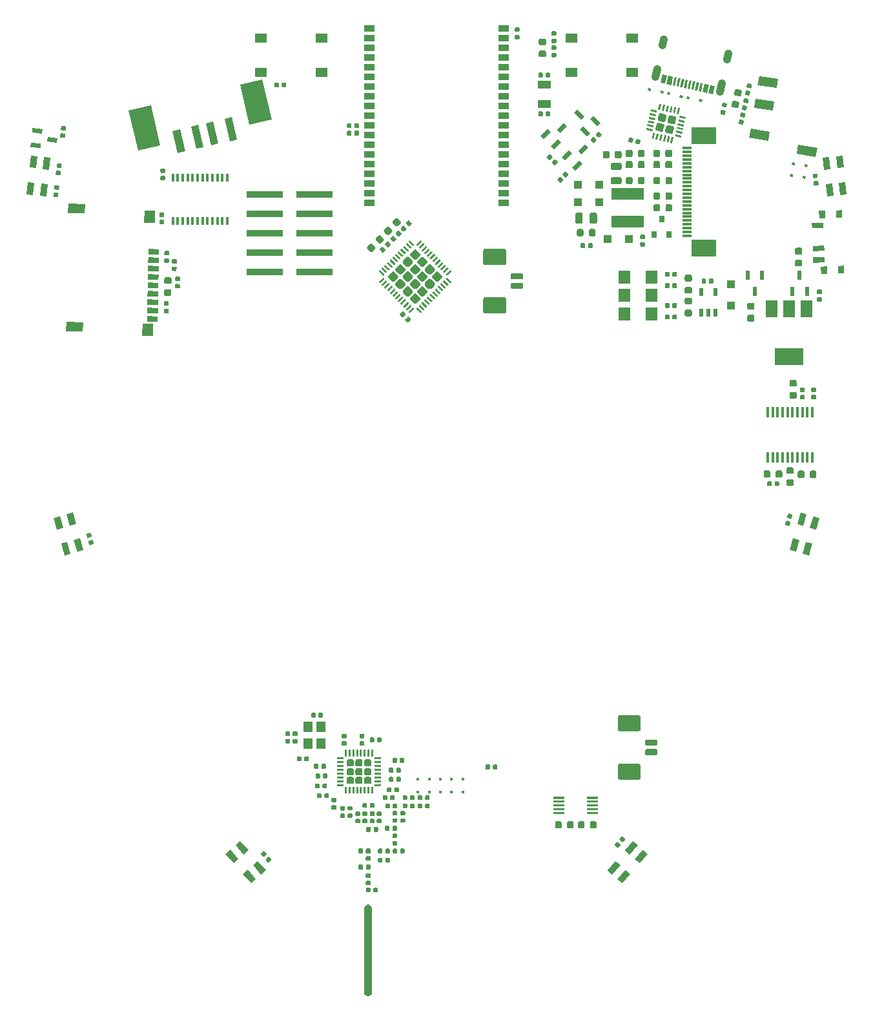
<source format=gbr>
G04 #@! TF.GenerationSoftware,KiCad,Pcbnew,5.99.0-unknown-r17145-8bd2765f*
G04 #@! TF.CreationDate,2019-12-03T04:13:14+08:00*
G04 #@! TF.ProjectId,tr20,74723230-2e6b-4696-9361-645f70636258,rev?*
G04 #@! TF.SameCoordinates,Original*
G04 #@! TF.FileFunction,Paste,Bot*
G04 #@! TF.FilePolarity,Positive*
%FSLAX46Y46*%
G04 Gerber Fmt 4.6, Leading zero omitted, Abs format (unit mm)*
G04 Created by KiCad (PCBNEW 5.99.0-unknown-r17145-8bd2765f) date 2019-12-03 04:13:14*
%MOMM*%
%LPD*%
G04 APERTURE LIST*
%ADD10R,1.200000X0.300000*%
%ADD11R,3.300000X2.200000*%
%ADD12R,1.100000X1.100000*%
%ADD13R,1.550000X1.300000*%
%ADD14R,0.350000X0.400000*%
%ADD15R,4.800000X0.900000*%
%ADD16R,1.450000X0.930000*%
%ADD17R,1.800000X1.000000*%
%ADD18R,0.600000X1.300000*%
%ADD19R,1.500000X1.800000*%
%ADD20R,4.200000X1.500000*%
%ADD21R,0.800000X0.900000*%
%ADD22R,0.600000X1.050000*%
%ADD23R,1.500000X2.200000*%
%ADD24R,3.800000X2.200000*%
%ADD25C,1.000000*%
%ADD26R,0.400000X1.100000*%
%ADD27R,0.450000X1.450000*%
%ADD28R,1.200000X1.400000*%
G04 APERTURE END LIST*
G36*
X29409042Y122893754D02*
G01*
X29946006Y122774712D01*
X30035290Y122735426D01*
X30102743Y122664963D01*
X30138097Y122574051D01*
X30135969Y122476529D01*
X30016927Y121939565D01*
X29977641Y121850281D01*
X29907178Y121782828D01*
X29816266Y121747474D01*
X29718744Y121749602D01*
X29181780Y121868644D01*
X29092496Y121907930D01*
X29025043Y121978393D01*
X28989689Y122069305D01*
X28991817Y122166827D01*
X29110859Y122703791D01*
X29150145Y122793075D01*
X29220608Y122860528D01*
X29311520Y122895882D01*
X29409042Y122893754D01*
G37*
G36*
X30678227Y122612383D02*
G01*
X31215191Y122493341D01*
X31304475Y122454055D01*
X31371928Y122383592D01*
X31407282Y122292680D01*
X31405154Y122195158D01*
X31286112Y121658194D01*
X31246826Y121568910D01*
X31176363Y121501457D01*
X31085451Y121466103D01*
X30987929Y121468231D01*
X30450965Y121587273D01*
X30361681Y121626559D01*
X30294228Y121697022D01*
X30258874Y121787934D01*
X30261002Y121885456D01*
X30380044Y122422420D01*
X30419330Y122511704D01*
X30489793Y122579157D01*
X30580705Y122614511D01*
X30678227Y122612383D01*
G37*
G36*
X29127671Y121624569D02*
G01*
X29664635Y121505527D01*
X29753919Y121466241D01*
X29821372Y121395778D01*
X29856726Y121304866D01*
X29854598Y121207344D01*
X29735556Y120670380D01*
X29696270Y120581096D01*
X29625807Y120513643D01*
X29534895Y120478289D01*
X29437373Y120480417D01*
X28900409Y120599459D01*
X28811125Y120638745D01*
X28743672Y120709208D01*
X28708318Y120800120D01*
X28710446Y120897642D01*
X28829488Y121434606D01*
X28868774Y121523890D01*
X28939237Y121591343D01*
X29030149Y121626697D01*
X29127671Y121624569D01*
G37*
G36*
X30396856Y121343198D02*
G01*
X30933820Y121224156D01*
X31023104Y121184870D01*
X31090557Y121114407D01*
X31125911Y121023495D01*
X31123783Y120925973D01*
X31004741Y120389009D01*
X30965455Y120299725D01*
X30894992Y120232272D01*
X30804080Y120196918D01*
X30706558Y120199046D01*
X30169594Y120318088D01*
X30080310Y120357374D01*
X30012857Y120427837D01*
X29977503Y120518749D01*
X29979631Y120616271D01*
X30098673Y121153235D01*
X30137959Y121242519D01*
X30208422Y121309972D01*
X30299334Y121345326D01*
X30396856Y121343198D01*
G37*
G36*
X29285044Y124124772D02*
G01*
X29407081Y124097717D01*
X29429403Y124087896D01*
X29446266Y124070280D01*
X29455104Y124047552D01*
X29454573Y124023172D01*
X29303066Y123339765D01*
X29293244Y123317444D01*
X29275628Y123300580D01*
X29252900Y123291742D01*
X29228520Y123292274D01*
X29106483Y123319329D01*
X29084161Y123329150D01*
X29067298Y123346766D01*
X29058460Y123369494D01*
X29058991Y123393874D01*
X29210498Y124077281D01*
X29220320Y124099602D01*
X29237936Y124116466D01*
X29260664Y124125304D01*
X29285044Y124124772D01*
G37*
G36*
X29773192Y124016552D02*
G01*
X29895229Y123989497D01*
X29917551Y123979676D01*
X29934414Y123962060D01*
X29943252Y123939332D01*
X29942721Y123914952D01*
X29791214Y123231545D01*
X29781392Y123209224D01*
X29763776Y123192360D01*
X29741048Y123183522D01*
X29716668Y123184054D01*
X29594631Y123211109D01*
X29572309Y123220930D01*
X29555446Y123238546D01*
X29546608Y123261274D01*
X29547139Y123285654D01*
X29698646Y123969061D01*
X29708468Y123991382D01*
X29726084Y124008246D01*
X29748812Y124017084D01*
X29773192Y124016552D01*
G37*
G36*
X30261340Y123908332D02*
G01*
X30383377Y123881277D01*
X30405699Y123871456D01*
X30422562Y123853840D01*
X30431400Y123831112D01*
X30430869Y123806732D01*
X30279362Y123123325D01*
X30269540Y123101004D01*
X30251924Y123084140D01*
X30229196Y123075302D01*
X30204816Y123075834D01*
X30082779Y123102889D01*
X30060457Y123112710D01*
X30043594Y123130326D01*
X30034756Y123153054D01*
X30035287Y123177434D01*
X30186794Y123860841D01*
X30196616Y123883162D01*
X30214232Y123900026D01*
X30236960Y123908864D01*
X30261340Y123908332D01*
G37*
G36*
X30749488Y123800113D02*
G01*
X30871525Y123773058D01*
X30893847Y123763237D01*
X30910710Y123745621D01*
X30919548Y123722893D01*
X30919017Y123698513D01*
X30767510Y123015106D01*
X30757688Y122992785D01*
X30740072Y122975921D01*
X30717344Y122967083D01*
X30692964Y122967615D01*
X30570927Y122994670D01*
X30548605Y123004491D01*
X30531742Y123022107D01*
X30522904Y123044835D01*
X30523435Y123069215D01*
X30674942Y123752622D01*
X30684764Y123774943D01*
X30702380Y123791807D01*
X30725108Y123800645D01*
X30749488Y123800113D01*
G37*
G36*
X31237636Y123691893D02*
G01*
X31359673Y123664838D01*
X31381995Y123655017D01*
X31398858Y123637401D01*
X31407696Y123614673D01*
X31407165Y123590293D01*
X31255658Y122906886D01*
X31245836Y122884565D01*
X31228220Y122867701D01*
X31205492Y122858863D01*
X31181112Y122859395D01*
X31059075Y122886450D01*
X31036753Y122896271D01*
X31019890Y122913887D01*
X31011052Y122936615D01*
X31011583Y122960995D01*
X31163090Y123644402D01*
X31172912Y123666723D01*
X31190528Y123683587D01*
X31213256Y123692425D01*
X31237636Y123691893D01*
G37*
G36*
X31725784Y123583673D02*
G01*
X31847821Y123556618D01*
X31870143Y123546797D01*
X31887006Y123529181D01*
X31895844Y123506453D01*
X31895313Y123482073D01*
X31743806Y122798666D01*
X31733984Y122776345D01*
X31716368Y122759481D01*
X31693640Y122750643D01*
X31669260Y122751175D01*
X31547223Y122778230D01*
X31524901Y122788051D01*
X31508038Y122805667D01*
X31499200Y122828395D01*
X31499731Y122852775D01*
X31651238Y123536182D01*
X31661060Y123558503D01*
X31678676Y123575367D01*
X31701404Y123584205D01*
X31725784Y123583673D01*
G37*
G36*
X31905274Y122545209D02*
G01*
X32588681Y122393702D01*
X32611002Y122383880D01*
X32627866Y122366264D01*
X32636704Y122343536D01*
X32636172Y122319156D01*
X32609117Y122197119D01*
X32599296Y122174797D01*
X32581680Y122157934D01*
X32558952Y122149096D01*
X32534572Y122149627D01*
X31851165Y122301134D01*
X31828844Y122310956D01*
X31811980Y122328572D01*
X31803142Y122351300D01*
X31803674Y122375680D01*
X31830729Y122497717D01*
X31840550Y122520039D01*
X31858166Y122536902D01*
X31880894Y122545740D01*
X31905274Y122545209D01*
G37*
G36*
X31797054Y122057061D02*
G01*
X32480461Y121905554D01*
X32502782Y121895732D01*
X32519646Y121878116D01*
X32528484Y121855388D01*
X32527952Y121831008D01*
X32500897Y121708971D01*
X32491076Y121686649D01*
X32473460Y121669786D01*
X32450732Y121660948D01*
X32426352Y121661479D01*
X31742945Y121812986D01*
X31720624Y121822808D01*
X31703760Y121840424D01*
X31694922Y121863152D01*
X31695454Y121887532D01*
X31722509Y122009569D01*
X31732330Y122031891D01*
X31749946Y122048754D01*
X31772674Y122057592D01*
X31797054Y122057061D01*
G37*
G36*
X31688834Y121568913D02*
G01*
X32372241Y121417406D01*
X32394562Y121407584D01*
X32411426Y121389968D01*
X32420264Y121367240D01*
X32419732Y121342860D01*
X32392677Y121220823D01*
X32382856Y121198501D01*
X32365240Y121181638D01*
X32342512Y121172800D01*
X32318132Y121173331D01*
X31634725Y121324838D01*
X31612404Y121334660D01*
X31595540Y121352276D01*
X31586702Y121375004D01*
X31587234Y121399384D01*
X31614289Y121521421D01*
X31624110Y121543743D01*
X31641726Y121560606D01*
X31664454Y121569444D01*
X31688834Y121568913D01*
G37*
G36*
X31580615Y121080765D02*
G01*
X32264022Y120929258D01*
X32286343Y120919436D01*
X32303207Y120901820D01*
X32312045Y120879092D01*
X32311513Y120854712D01*
X32284458Y120732675D01*
X32274637Y120710353D01*
X32257021Y120693490D01*
X32234293Y120684652D01*
X32209913Y120685183D01*
X31526506Y120836690D01*
X31504185Y120846512D01*
X31487321Y120864128D01*
X31478483Y120886856D01*
X31479015Y120911236D01*
X31506070Y121033273D01*
X31515891Y121055595D01*
X31533507Y121072458D01*
X31556235Y121081296D01*
X31580615Y121080765D01*
G37*
G36*
X31472395Y120592617D02*
G01*
X32155802Y120441110D01*
X32178123Y120431288D01*
X32194987Y120413672D01*
X32203825Y120390944D01*
X32203293Y120366564D01*
X32176238Y120244527D01*
X32166417Y120222205D01*
X32148801Y120205342D01*
X32126073Y120196504D01*
X32101693Y120197035D01*
X31418286Y120348542D01*
X31395965Y120358364D01*
X31379101Y120375980D01*
X31370263Y120398708D01*
X31370795Y120423088D01*
X31397850Y120545125D01*
X31407671Y120567447D01*
X31425287Y120584310D01*
X31448015Y120593148D01*
X31472395Y120592617D01*
G37*
G36*
X31364175Y120104469D02*
G01*
X32047582Y119952962D01*
X32069903Y119943140D01*
X32086767Y119925524D01*
X32095605Y119902796D01*
X32095073Y119878416D01*
X32068018Y119756379D01*
X32058197Y119734057D01*
X32040581Y119717194D01*
X32017853Y119708356D01*
X31993473Y119708887D01*
X31310066Y119860394D01*
X31287745Y119870216D01*
X31270881Y119887832D01*
X31262043Y119910560D01*
X31262575Y119934940D01*
X31289630Y120056977D01*
X31299451Y120079299D01*
X31317067Y120096162D01*
X31339795Y120105000D01*
X31364175Y120104469D01*
G37*
G36*
X30887080Y119800526D02*
G01*
X31009117Y119773471D01*
X31031439Y119763650D01*
X31048302Y119746034D01*
X31057140Y119723306D01*
X31056609Y119698926D01*
X30905102Y119015519D01*
X30895280Y118993198D01*
X30877664Y118976334D01*
X30854936Y118967496D01*
X30830556Y118968028D01*
X30708519Y118995083D01*
X30686197Y119004904D01*
X30669334Y119022520D01*
X30660496Y119045248D01*
X30661027Y119069628D01*
X30812534Y119753035D01*
X30822356Y119775356D01*
X30839972Y119792220D01*
X30862700Y119801058D01*
X30887080Y119800526D01*
G37*
G36*
X30398932Y119908746D02*
G01*
X30520969Y119881691D01*
X30543291Y119871870D01*
X30560154Y119854254D01*
X30568992Y119831526D01*
X30568461Y119807146D01*
X30416954Y119123739D01*
X30407132Y119101418D01*
X30389516Y119084554D01*
X30366788Y119075716D01*
X30342408Y119076248D01*
X30220371Y119103303D01*
X30198049Y119113124D01*
X30181186Y119130740D01*
X30172348Y119153468D01*
X30172879Y119177848D01*
X30324386Y119861255D01*
X30334208Y119883576D01*
X30351824Y119900440D01*
X30374552Y119909278D01*
X30398932Y119908746D01*
G37*
G36*
X29910784Y120016966D02*
G01*
X30032821Y119989911D01*
X30055143Y119980090D01*
X30072006Y119962474D01*
X30080844Y119939746D01*
X30080313Y119915366D01*
X29928806Y119231959D01*
X29918984Y119209638D01*
X29901368Y119192774D01*
X29878640Y119183936D01*
X29854260Y119184468D01*
X29732223Y119211523D01*
X29709901Y119221344D01*
X29693038Y119238960D01*
X29684200Y119261688D01*
X29684731Y119286068D01*
X29836238Y119969475D01*
X29846060Y119991796D01*
X29863676Y120008660D01*
X29886404Y120017498D01*
X29910784Y120016966D01*
G37*
G36*
X29422636Y120125185D02*
G01*
X29544673Y120098130D01*
X29566995Y120088309D01*
X29583858Y120070693D01*
X29592696Y120047965D01*
X29592165Y120023585D01*
X29440658Y119340178D01*
X29430836Y119317857D01*
X29413220Y119300993D01*
X29390492Y119292155D01*
X29366112Y119292687D01*
X29244075Y119319742D01*
X29221753Y119329563D01*
X29204890Y119347179D01*
X29196052Y119369907D01*
X29196583Y119394287D01*
X29348090Y120077694D01*
X29357912Y120100015D01*
X29375528Y120116879D01*
X29398256Y120125717D01*
X29422636Y120125185D01*
G37*
G36*
X28934488Y120233405D02*
G01*
X29056525Y120206350D01*
X29078847Y120196529D01*
X29095710Y120178913D01*
X29104548Y120156185D01*
X29104017Y120131805D01*
X28952510Y119448398D01*
X28942688Y119426077D01*
X28925072Y119409213D01*
X28902344Y119400375D01*
X28877964Y119400907D01*
X28755927Y119427962D01*
X28733605Y119437783D01*
X28716742Y119455399D01*
X28707904Y119478127D01*
X28708435Y119502507D01*
X28859942Y120185914D01*
X28869764Y120208235D01*
X28887380Y120225099D01*
X28910108Y120233937D01*
X28934488Y120233405D01*
G37*
G36*
X28446340Y120341625D02*
G01*
X28568377Y120314570D01*
X28590699Y120304749D01*
X28607562Y120287133D01*
X28616400Y120264405D01*
X28615869Y120240025D01*
X28464362Y119556618D01*
X28454540Y119534297D01*
X28436924Y119517433D01*
X28414196Y119508595D01*
X28389816Y119509127D01*
X28267779Y119536182D01*
X28245457Y119546003D01*
X28228594Y119563619D01*
X28219756Y119586347D01*
X28220287Y119610727D01*
X28371794Y120294134D01*
X28381616Y120316455D01*
X28399232Y120333319D01*
X28421960Y120342157D01*
X28446340Y120341625D01*
G37*
G36*
X27581028Y120943173D02*
G01*
X28264435Y120791666D01*
X28286756Y120781844D01*
X28303620Y120764228D01*
X28312458Y120741500D01*
X28311926Y120717120D01*
X28284871Y120595083D01*
X28275050Y120572761D01*
X28257434Y120555898D01*
X28234706Y120547060D01*
X28210326Y120547591D01*
X27526919Y120699098D01*
X27504598Y120708920D01*
X27487734Y120726536D01*
X27478896Y120749264D01*
X27479428Y120773644D01*
X27506483Y120895681D01*
X27516304Y120918003D01*
X27533920Y120934866D01*
X27556648Y120943704D01*
X27581028Y120943173D01*
G37*
G36*
X27689248Y121431321D02*
G01*
X28372655Y121279814D01*
X28394976Y121269992D01*
X28411840Y121252376D01*
X28420678Y121229648D01*
X28420146Y121205268D01*
X28393091Y121083231D01*
X28383270Y121060909D01*
X28365654Y121044046D01*
X28342926Y121035208D01*
X28318546Y121035739D01*
X27635139Y121187246D01*
X27612818Y121197068D01*
X27595954Y121214684D01*
X27587116Y121237412D01*
X27587648Y121261792D01*
X27614703Y121383829D01*
X27624524Y121406151D01*
X27642140Y121423014D01*
X27664868Y121431852D01*
X27689248Y121431321D01*
G37*
G36*
X27797468Y121919469D02*
G01*
X28480875Y121767962D01*
X28503196Y121758140D01*
X28520060Y121740524D01*
X28528898Y121717796D01*
X28528366Y121693416D01*
X28501311Y121571379D01*
X28491490Y121549057D01*
X28473874Y121532194D01*
X28451146Y121523356D01*
X28426766Y121523887D01*
X27743359Y121675394D01*
X27721038Y121685216D01*
X27704174Y121702832D01*
X27695336Y121725560D01*
X27695868Y121749940D01*
X27722923Y121871977D01*
X27732744Y121894299D01*
X27750360Y121911162D01*
X27773088Y121920000D01*
X27797468Y121919469D01*
G37*
G36*
X27905687Y122407617D02*
G01*
X28589094Y122256110D01*
X28611415Y122246288D01*
X28628279Y122228672D01*
X28637117Y122205944D01*
X28636585Y122181564D01*
X28609530Y122059527D01*
X28599709Y122037205D01*
X28582093Y122020342D01*
X28559365Y122011504D01*
X28534985Y122012035D01*
X27851578Y122163542D01*
X27829257Y122173364D01*
X27812393Y122190980D01*
X27803555Y122213708D01*
X27804087Y122238088D01*
X27831142Y122360125D01*
X27840963Y122382447D01*
X27858579Y122399310D01*
X27881307Y122408148D01*
X27905687Y122407617D01*
G37*
G36*
X28013907Y122895765D02*
G01*
X28697314Y122744258D01*
X28719635Y122734436D01*
X28736499Y122716820D01*
X28745337Y122694092D01*
X28744805Y122669712D01*
X28717750Y122547675D01*
X28707929Y122525353D01*
X28690313Y122508490D01*
X28667585Y122499652D01*
X28643205Y122500183D01*
X27959798Y122651690D01*
X27937477Y122661512D01*
X27920613Y122679128D01*
X27911775Y122701856D01*
X27912307Y122726236D01*
X27939362Y122848273D01*
X27949183Y122870595D01*
X27966799Y122887458D01*
X27989527Y122896296D01*
X28013907Y122895765D01*
G37*
G36*
X28122127Y123383913D02*
G01*
X28805534Y123232406D01*
X28827855Y123222584D01*
X28844719Y123204968D01*
X28853557Y123182240D01*
X28853025Y123157860D01*
X28825970Y123035823D01*
X28816149Y123013501D01*
X28798533Y122996638D01*
X28775805Y122987800D01*
X28751425Y122988331D01*
X28068018Y123139838D01*
X28045697Y123149660D01*
X28028833Y123167276D01*
X28019995Y123190004D01*
X28020527Y123214384D01*
X28047582Y123336421D01*
X28057403Y123358743D01*
X28075019Y123375606D01*
X28097747Y123384444D01*
X28122127Y123383913D01*
G37*
D10*
X32857800Y118321400D03*
X32857800Y117821400D03*
X32857800Y117321400D03*
X32857800Y116821400D03*
X32857800Y116321400D03*
X32857800Y115821400D03*
X32857800Y115321400D03*
X32857800Y114821400D03*
X32857800Y114321400D03*
X32857800Y113821400D03*
X32857800Y113321400D03*
X32857800Y112821400D03*
X32857800Y112321400D03*
X32857800Y111821400D03*
X32857800Y111321400D03*
X32857800Y110821400D03*
X32857800Y110321400D03*
X32857800Y109821400D03*
X32857800Y109321400D03*
X32857800Y108821400D03*
X32857800Y108321400D03*
X32857800Y107821400D03*
X32857800Y107321400D03*
X32857800Y106821400D03*
D11*
X35027800Y119921400D03*
X35027800Y105221400D03*
D12*
X21282800Y111221400D03*
X18482800Y111221400D03*
D13*
X17691200Y128250000D03*
X25641200Y128250000D03*
X17691200Y132750000D03*
X25641200Y132750000D03*
X-23075800Y128250000D03*
X-15125800Y128250000D03*
X-23075800Y132750000D03*
X-15125800Y132750000D03*
G36*
X-53223331Y117352918D02*
G01*
X-52377987Y117264069D01*
X-52545233Y115672834D01*
X-53390577Y115761683D01*
X-53223331Y117352918D01*
G37*
G36*
X-51482918Y117169993D02*
G01*
X-50637574Y117081144D01*
X-50804820Y115489909D01*
X-51650164Y115578758D01*
X-51482918Y117169993D01*
G37*
G36*
X-53589180Y113872091D02*
G01*
X-52743836Y113783242D01*
X-52911082Y112192007D01*
X-53756426Y112280856D01*
X-53589180Y113872091D01*
G37*
G36*
X-51848767Y113689166D02*
G01*
X-51003423Y113600317D01*
X-51170669Y112009082D01*
X-52016013Y112097931D01*
X-51848767Y113689166D01*
G37*
G36*
X48806765Y64944954D02*
G01*
X47989693Y65179246D01*
X48430713Y66717264D01*
X49247785Y66482972D01*
X48806765Y64944954D01*
G37*
G36*
X47124557Y65427320D02*
G01*
X46307485Y65661612D01*
X46748505Y67199630D01*
X47565577Y66965338D01*
X47124557Y65427320D01*
G37*
G36*
X49771495Y68309370D02*
G01*
X48954423Y68543662D01*
X49395443Y70081680D01*
X50212515Y69847388D01*
X49771495Y68309370D01*
G37*
G36*
X48089287Y68791736D02*
G01*
X47272215Y69026028D01*
X47713235Y70564046D01*
X48530307Y70329754D01*
X48089287Y68791736D01*
G37*
G36*
X-50212515Y69847388D02*
G01*
X-49395443Y70081680D01*
X-48954423Y68543662D01*
X-49771495Y68309370D01*
X-50212515Y69847388D01*
G37*
G36*
X-48530307Y70329754D02*
G01*
X-47713235Y70564046D01*
X-47272215Y69026028D01*
X-48089287Y68791736D01*
X-48530307Y70329754D01*
G37*
G36*
X-49247785Y66482972D02*
G01*
X-48430713Y66717264D01*
X-47989693Y65179246D01*
X-48806765Y64944954D01*
X-49247785Y66482972D01*
G37*
G36*
X-47565577Y66965338D02*
G01*
X-46748505Y67199630D01*
X-46307485Y65661612D01*
X-47124557Y65427320D01*
X-47565577Y66965338D01*
G37*
G36*
X-27698473Y25811233D02*
G01*
X-27056970Y26368883D01*
X-26007275Y25161347D01*
X-26648778Y24603697D01*
X-27698473Y25811233D01*
G37*
G36*
X-26377731Y26959336D02*
G01*
X-25736228Y27516986D01*
X-24686533Y26309450D01*
X-25328036Y25751800D01*
X-26377731Y26959336D01*
G37*
G36*
X-25402267Y23169750D02*
G01*
X-24760764Y23727400D01*
X-23711069Y22519864D01*
X-24352572Y21962214D01*
X-25402267Y23169750D01*
G37*
G36*
X-24081525Y24317853D02*
G01*
X-23440022Y24875503D01*
X-22390327Y23667967D01*
X-23031830Y23110317D01*
X-24081525Y24317853D01*
G37*
G36*
X24352572Y21962214D02*
G01*
X23711069Y22519864D01*
X24760764Y23727400D01*
X25402267Y23169750D01*
X24352572Y21962214D01*
G37*
G36*
X23031830Y23110317D02*
G01*
X22390327Y23667967D01*
X23440022Y24875503D01*
X24081525Y24317853D01*
X23031830Y23110317D01*
G37*
G36*
X26648778Y24603697D02*
G01*
X26007275Y25161347D01*
X27056970Y26368883D01*
X27698473Y25811233D01*
X26648778Y24603697D01*
G37*
G36*
X25328036Y25751800D02*
G01*
X24686533Y26309450D01*
X25736228Y27516986D01*
X26377731Y26959336D01*
X25328036Y25751800D01*
G37*
G36*
X53756426Y112280856D02*
G01*
X52911082Y112192007D01*
X52743836Y113783242D01*
X53589180Y113872091D01*
X53756426Y112280856D01*
G37*
G36*
X52016013Y112097931D02*
G01*
X51170669Y112009082D01*
X51003423Y113600317D01*
X51848767Y113689166D01*
X52016013Y112097931D01*
G37*
G36*
X53390577Y115761683D02*
G01*
X52545233Y115672834D01*
X52377987Y117264069D01*
X53223331Y117352918D01*
X53390577Y115761683D01*
G37*
G36*
X51650164Y115578758D02*
G01*
X50804820Y115489909D01*
X50637574Y117081144D01*
X51482918Y117169993D01*
X51650164Y115578758D01*
G37*
D12*
X38608000Y100510800D03*
X38608000Y97710800D03*
G36*
X-24563995Y121362478D02*
G01*
X-25778731Y126624077D01*
X-22855621Y127298930D01*
X-21640885Y122037331D01*
X-24563995Y121362478D01*
G37*
G36*
X-39179546Y117988212D02*
G01*
X-40394282Y123249811D01*
X-37471172Y123924664D01*
X-36256436Y118663065D01*
X-39179546Y117988212D01*
G37*
G36*
X-27149678Y119226069D02*
G01*
X-27824532Y122149180D01*
X-26850162Y122374131D01*
X-26175308Y119451020D01*
X-27149678Y119226069D01*
G37*
G36*
X-29585603Y118663692D02*
G01*
X-30260457Y121586803D01*
X-29286087Y121811754D01*
X-28611233Y118888643D01*
X-29585603Y118663692D01*
G37*
G36*
X-31534343Y118213790D02*
G01*
X-32209197Y121136901D01*
X-31234827Y121361852D01*
X-30559973Y118438741D01*
X-31534343Y118213790D01*
G37*
G36*
X-33970269Y117651412D02*
G01*
X-34645123Y120574523D01*
X-33670753Y120799474D01*
X-32995899Y117876363D01*
X-33970269Y117651412D01*
G37*
G36*
X-35829254Y109884772D02*
G01*
X-35781402Y109852798D01*
X-35749428Y109804946D01*
X-35738200Y109748500D01*
X-35738200Y109453500D01*
X-35749428Y109397054D01*
X-35781402Y109349202D01*
X-35829254Y109317228D01*
X-35885700Y109306000D01*
X-36230700Y109306000D01*
X-36287146Y109317228D01*
X-36334998Y109349202D01*
X-36366972Y109397054D01*
X-36378200Y109453500D01*
X-36378200Y109748500D01*
X-36366972Y109804946D01*
X-36334998Y109852798D01*
X-36287146Y109884772D01*
X-36230700Y109896000D01*
X-35885700Y109896000D01*
X-35829254Y109884772D01*
G37*
G36*
X-35829254Y108914772D02*
G01*
X-35781402Y108882798D01*
X-35749428Y108834946D01*
X-35738200Y108778500D01*
X-35738200Y108483500D01*
X-35749428Y108427054D01*
X-35781402Y108379202D01*
X-35829254Y108347228D01*
X-35885700Y108336000D01*
X-36230700Y108336000D01*
X-36287146Y108347228D01*
X-36334998Y108379202D01*
X-36366972Y108427054D01*
X-36378200Y108483500D01*
X-36378200Y108778500D01*
X-36366972Y108834946D01*
X-36334998Y108882798D01*
X-36287146Y108914772D01*
X-36230700Y108926000D01*
X-35885700Y108926000D01*
X-35829254Y108914772D01*
G37*
D14*
X1955800Y33892600D03*
X1955800Y35592600D03*
X3429000Y33892600D03*
X3429000Y35592600D03*
G36*
X49190989Y108505504D02*
G01*
X50690075Y108557853D01*
X50714505Y107858280D01*
X49215419Y107805931D01*
X49190989Y108505504D01*
G37*
G36*
X49295688Y105507332D02*
G01*
X50794774Y105559681D01*
X50819204Y104860108D01*
X49320118Y104807759D01*
X49295688Y105507332D01*
G37*
G36*
X49348037Y104008245D02*
G01*
X50847123Y104060594D01*
X50871553Y103361021D01*
X49372467Y103308672D01*
X49348037Y104008245D01*
G37*
G36*
X52344940Y110166588D02*
G01*
X53144453Y110194507D01*
X53179352Y109195116D01*
X52379839Y109167197D01*
X52344940Y110166588D01*
G37*
G36*
X52599706Y102871035D02*
G01*
X53399219Y102898954D01*
X53434118Y101899563D01*
X52634605Y101871644D01*
X52599706Y102871035D01*
G37*
G36*
X50391052Y102793907D02*
G01*
X51190565Y102821826D01*
X51225464Y101822435D01*
X50425951Y101794516D01*
X50391052Y102793907D01*
G37*
G36*
X50136286Y110089460D02*
G01*
X50935799Y110117379D01*
X50970698Y109117988D01*
X50171185Y109090069D01*
X50136286Y110089460D01*
G37*
G36*
X49657346Y86925572D02*
G01*
X49705198Y86893598D01*
X49737172Y86845746D01*
X49748400Y86789300D01*
X49748400Y86494300D01*
X49737172Y86437854D01*
X49705198Y86390002D01*
X49657346Y86358028D01*
X49600900Y86346800D01*
X49255900Y86346800D01*
X49199454Y86358028D01*
X49151602Y86390002D01*
X49119628Y86437854D01*
X49108400Y86494300D01*
X49108400Y86789300D01*
X49119628Y86845746D01*
X49151602Y86893598D01*
X49199454Y86925572D01*
X49255900Y86936800D01*
X49600900Y86936800D01*
X49657346Y86925572D01*
G37*
G36*
X49657346Y85955572D02*
G01*
X49705198Y85923598D01*
X49737172Y85875746D01*
X49748400Y85819300D01*
X49748400Y85524300D01*
X49737172Y85467854D01*
X49705198Y85420002D01*
X49657346Y85388028D01*
X49600900Y85376800D01*
X49255900Y85376800D01*
X49199454Y85388028D01*
X49151602Y85420002D01*
X49119628Y85467854D01*
X49108400Y85524300D01*
X49108400Y85819300D01*
X49119628Y85875746D01*
X49151602Y85923598D01*
X49199454Y85955572D01*
X49255900Y85966800D01*
X49600900Y85966800D01*
X49657346Y85955572D01*
G37*
D15*
X-16003200Y112242600D03*
X-22503200Y112242600D03*
X-16003200Y109702600D03*
X-22503200Y109702600D03*
X-16003200Y107162600D03*
X-22503200Y107162600D03*
X-16003200Y104622600D03*
X-22503200Y104622600D03*
X-16003200Y102082600D03*
X-22503200Y102082600D03*
G36*
X28814237Y39558276D02*
G01*
X28879121Y39514921D01*
X28922476Y39450037D01*
X28937700Y39373500D01*
X28937700Y38973500D01*
X28922476Y38896963D01*
X28879121Y38832079D01*
X28814237Y38788724D01*
X28737700Y38773500D01*
X27537700Y38773500D01*
X27461163Y38788724D01*
X27396279Y38832079D01*
X27352924Y38896963D01*
X27337700Y38973500D01*
X27337700Y39373500D01*
X27352924Y39450037D01*
X27396279Y39514921D01*
X27461163Y39558276D01*
X27537700Y39573500D01*
X28737700Y39573500D01*
X28814237Y39558276D01*
G37*
G36*
X28814237Y40808276D02*
G01*
X28879121Y40764921D01*
X28922476Y40700037D01*
X28937700Y40623500D01*
X28937700Y40223500D01*
X28922476Y40146963D01*
X28879121Y40082079D01*
X28814237Y40038724D01*
X28737700Y40023500D01*
X27537700Y40023500D01*
X27461163Y40038724D01*
X27396279Y40082079D01*
X27352924Y40146963D01*
X27337700Y40223500D01*
X27337700Y40623500D01*
X27352924Y40700037D01*
X27396279Y40764921D01*
X27461163Y40808276D01*
X27537700Y40823500D01*
X28737700Y40823500D01*
X28814237Y40808276D01*
G37*
G36*
X26583371Y37654470D02*
G01*
X26664477Y37600277D01*
X26718670Y37519171D01*
X26737700Y37423500D01*
X26737700Y35823500D01*
X26718670Y35727829D01*
X26664477Y35646723D01*
X26583371Y35592530D01*
X26487700Y35573500D01*
X23987700Y35573500D01*
X23892029Y35592530D01*
X23810923Y35646723D01*
X23756730Y35727829D01*
X23737700Y35823500D01*
X23737700Y37423500D01*
X23756730Y37519171D01*
X23810923Y37600277D01*
X23892029Y37654470D01*
X23987700Y37673500D01*
X26487700Y37673500D01*
X26583371Y37654470D01*
G37*
G36*
X26583371Y44004470D02*
G01*
X26664477Y43950277D01*
X26718670Y43869171D01*
X26737700Y43773500D01*
X26737700Y42173500D01*
X26718670Y42077829D01*
X26664477Y41996723D01*
X26583371Y41942530D01*
X26487700Y41923500D01*
X23987700Y41923500D01*
X23892029Y41942530D01*
X23810923Y41996723D01*
X23756730Y42077829D01*
X23737700Y42173500D01*
X23737700Y43773500D01*
X23756730Y43869171D01*
X23810923Y43950277D01*
X23892029Y44004470D01*
X23987700Y44023500D01*
X26487700Y44023500D01*
X26583371Y44004470D01*
G37*
G36*
X11176537Y100659776D02*
G01*
X11241421Y100616421D01*
X11284776Y100551537D01*
X11300000Y100475000D01*
X11300000Y100075000D01*
X11284776Y99998463D01*
X11241421Y99933579D01*
X11176537Y99890224D01*
X11100000Y99875000D01*
X9900000Y99875000D01*
X9823463Y99890224D01*
X9758579Y99933579D01*
X9715224Y99998463D01*
X9700000Y100075000D01*
X9700000Y100475000D01*
X9715224Y100551537D01*
X9758579Y100616421D01*
X9823463Y100659776D01*
X9900000Y100675000D01*
X11100000Y100675000D01*
X11176537Y100659776D01*
G37*
G36*
X11176537Y101909776D02*
G01*
X11241421Y101866421D01*
X11284776Y101801537D01*
X11300000Y101725000D01*
X11300000Y101325000D01*
X11284776Y101248463D01*
X11241421Y101183579D01*
X11176537Y101140224D01*
X11100000Y101125000D01*
X9900000Y101125000D01*
X9823463Y101140224D01*
X9758579Y101183579D01*
X9715224Y101248463D01*
X9700000Y101325000D01*
X9700000Y101725000D01*
X9715224Y101801537D01*
X9758579Y101866421D01*
X9823463Y101909776D01*
X9900000Y101925000D01*
X11100000Y101925000D01*
X11176537Y101909776D01*
G37*
G36*
X8945671Y98755970D02*
G01*
X9026777Y98701777D01*
X9080970Y98620671D01*
X9100000Y98525000D01*
X9100000Y96925000D01*
X9080970Y96829329D01*
X9026777Y96748223D01*
X8945671Y96694030D01*
X8850000Y96675000D01*
X6350000Y96675000D01*
X6254329Y96694030D01*
X6173223Y96748223D01*
X6119030Y96829329D01*
X6100000Y96925000D01*
X6100000Y98525000D01*
X6119030Y98620671D01*
X6173223Y98701777D01*
X6254329Y98755970D01*
X6350000Y98775000D01*
X8850000Y98775000D01*
X8945671Y98755970D01*
G37*
G36*
X8945671Y105105970D02*
G01*
X9026777Y105051777D01*
X9080970Y104970671D01*
X9100000Y104875000D01*
X9100000Y103275000D01*
X9080970Y103179329D01*
X9026777Y103098223D01*
X8945671Y103044030D01*
X8850000Y103025000D01*
X6350000Y103025000D01*
X6254329Y103044030D01*
X6173223Y103098223D01*
X6119030Y103179329D01*
X6100000Y103275000D01*
X6100000Y104875000D01*
X6119030Y104970671D01*
X6173223Y105051777D01*
X6254329Y105105970D01*
X6350000Y105125000D01*
X8850000Y105125000D01*
X8945671Y105105970D01*
G37*
G36*
X-8900000Y19169016D02*
G01*
X-8788117Y19135557D01*
X-8667932Y19057657D01*
X-8574442Y18949156D01*
X-8515162Y18818777D01*
X-8494858Y18677000D01*
X-8494858Y7677000D01*
X-8494896Y7670829D01*
X-8516930Y7529311D01*
X-8577799Y7399666D01*
X-8672607Y7292315D01*
X-8793735Y7215889D01*
X-8931444Y7176532D01*
X-9074665Y7177407D01*
X-9211883Y7218443D01*
X-9332068Y7296343D01*
X-9425558Y7404844D01*
X-9484838Y7535223D01*
X-9505142Y7677000D01*
X-9505142Y18677000D01*
X-9505104Y18683171D01*
X-9483070Y18824689D01*
X-9422201Y18954334D01*
X-9327393Y19061685D01*
X-9206265Y19138111D01*
X-9100000Y19168481D01*
X-9100000Y19277000D01*
X-8900000Y19277000D01*
X-8900000Y19169016D01*
G37*
G36*
X-19316354Y40895972D02*
G01*
X-19268502Y40863998D01*
X-19236528Y40816146D01*
X-19225300Y40759700D01*
X-19225300Y40464700D01*
X-19236528Y40408254D01*
X-19268502Y40360402D01*
X-19316354Y40328428D01*
X-19372800Y40317200D01*
X-19717800Y40317200D01*
X-19774246Y40328428D01*
X-19822098Y40360402D01*
X-19854072Y40408254D01*
X-19865300Y40464700D01*
X-19865300Y40759700D01*
X-19854072Y40816146D01*
X-19822098Y40863998D01*
X-19774246Y40895972D01*
X-19717800Y40907200D01*
X-19372800Y40907200D01*
X-19316354Y40895972D01*
G37*
G36*
X-19316354Y41865972D02*
G01*
X-19268502Y41833998D01*
X-19236528Y41786146D01*
X-19225300Y41729700D01*
X-19225300Y41434700D01*
X-19236528Y41378254D01*
X-19268502Y41330402D01*
X-19316354Y41298428D01*
X-19372800Y41287200D01*
X-19717800Y41287200D01*
X-19774246Y41298428D01*
X-19822098Y41330402D01*
X-19854072Y41378254D01*
X-19865300Y41434700D01*
X-19865300Y41729700D01*
X-19854072Y41786146D01*
X-19822098Y41833998D01*
X-19774246Y41865972D01*
X-19717800Y41877200D01*
X-19372800Y41877200D01*
X-19316354Y41865972D01*
G37*
G36*
X-7769254Y29343372D02*
G01*
X-7721402Y29311398D01*
X-7689428Y29263546D01*
X-7678200Y29207100D01*
X-7678200Y28862100D01*
X-7689428Y28805654D01*
X-7721402Y28757802D01*
X-7769254Y28725828D01*
X-7825700Y28714600D01*
X-8120700Y28714600D01*
X-8177146Y28725828D01*
X-8224998Y28757802D01*
X-8256972Y28805654D01*
X-8268200Y28862100D01*
X-8268200Y29207100D01*
X-8256972Y29263546D01*
X-8224998Y29311398D01*
X-8177146Y29343372D01*
X-8120700Y29354600D01*
X-7825700Y29354600D01*
X-7769254Y29343372D01*
G37*
G36*
X-8739254Y29343372D02*
G01*
X-8691402Y29311398D01*
X-8659428Y29263546D01*
X-8648200Y29207100D01*
X-8648200Y28862100D01*
X-8659428Y28805654D01*
X-8691402Y28757802D01*
X-8739254Y28725828D01*
X-8795700Y28714600D01*
X-9090700Y28714600D01*
X-9147146Y28725828D01*
X-9194998Y28757802D01*
X-9226972Y28805654D01*
X-9238200Y28862100D01*
X-9238200Y29207100D01*
X-9226972Y29263546D01*
X-9194998Y29311398D01*
X-9147146Y29343372D01*
X-9090700Y29354600D01*
X-8795700Y29354600D01*
X-8739254Y29343372D01*
G37*
G36*
X19368946Y105858772D02*
G01*
X19416798Y105826798D01*
X19448772Y105778946D01*
X19460000Y105722500D01*
X19460000Y105377500D01*
X19448772Y105321054D01*
X19416798Y105273202D01*
X19368946Y105241228D01*
X19312500Y105230000D01*
X19017500Y105230000D01*
X18961054Y105241228D01*
X18913202Y105273202D01*
X18881228Y105321054D01*
X18870000Y105377500D01*
X18870000Y105722500D01*
X18881228Y105778946D01*
X18913202Y105826798D01*
X18961054Y105858772D01*
X19017500Y105870000D01*
X19312500Y105870000D01*
X19368946Y105858772D01*
G37*
G36*
X20338946Y105858772D02*
G01*
X20386798Y105826798D01*
X20418772Y105778946D01*
X20430000Y105722500D01*
X20430000Y105377500D01*
X20418772Y105321054D01*
X20386798Y105273202D01*
X20338946Y105241228D01*
X20282500Y105230000D01*
X19987500Y105230000D01*
X19931054Y105241228D01*
X19883202Y105273202D01*
X19851228Y105321054D01*
X19840000Y105377500D01*
X19840000Y105722500D01*
X19851228Y105778946D01*
X19883202Y105826798D01*
X19931054Y105858772D01*
X19987500Y105870000D01*
X20282500Y105870000D01*
X20338946Y105858772D01*
G37*
G36*
X48184146Y86919183D02*
G01*
X48231998Y86887209D01*
X48263972Y86839357D01*
X48275200Y86782911D01*
X48275200Y86487911D01*
X48263972Y86431465D01*
X48231998Y86383613D01*
X48184146Y86351639D01*
X48127700Y86340411D01*
X47782700Y86340411D01*
X47726254Y86351639D01*
X47678402Y86383613D01*
X47646428Y86431465D01*
X47635200Y86487911D01*
X47635200Y86782911D01*
X47646428Y86839357D01*
X47678402Y86887209D01*
X47726254Y86919183D01*
X47782700Y86930411D01*
X48127700Y86930411D01*
X48184146Y86919183D01*
G37*
G36*
X48184146Y85949183D02*
G01*
X48231998Y85917209D01*
X48263972Y85869357D01*
X48275200Y85812911D01*
X48275200Y85517911D01*
X48263972Y85461465D01*
X48231998Y85413613D01*
X48184146Y85381639D01*
X48127700Y85370411D01*
X47782700Y85370411D01*
X47726254Y85381639D01*
X47678402Y85413613D01*
X47646428Y85461465D01*
X47635200Y85517911D01*
X47635200Y85812911D01*
X47646428Y85869357D01*
X47678402Y85917209D01*
X47726254Y85949183D01*
X47782700Y85960411D01*
X48127700Y85960411D01*
X48184146Y85949183D01*
G37*
G36*
X43841146Y74648083D02*
G01*
X43888998Y74616109D01*
X43920972Y74568257D01*
X43932200Y74511811D01*
X43932200Y74166811D01*
X43920972Y74110365D01*
X43888998Y74062513D01*
X43841146Y74030539D01*
X43784700Y74019311D01*
X43489700Y74019311D01*
X43433254Y74030539D01*
X43385402Y74062513D01*
X43353428Y74110365D01*
X43342200Y74166811D01*
X43342200Y74511811D01*
X43353428Y74568257D01*
X43385402Y74616109D01*
X43433254Y74648083D01*
X43489700Y74659311D01*
X43784700Y74659311D01*
X43841146Y74648083D01*
G37*
G36*
X44811146Y74648083D02*
G01*
X44858998Y74616109D01*
X44890972Y74568257D01*
X44902200Y74511811D01*
X44902200Y74166811D01*
X44890972Y74110365D01*
X44858998Y74062513D01*
X44811146Y74030539D01*
X44754700Y74019311D01*
X44459700Y74019311D01*
X44403254Y74030539D01*
X44355402Y74062513D01*
X44323428Y74110365D01*
X44312200Y74166811D01*
X44312200Y74511811D01*
X44323428Y74568257D01*
X44355402Y74616109D01*
X44403254Y74648083D01*
X44459700Y74659311D01*
X44754700Y74659311D01*
X44811146Y74648083D01*
G37*
G36*
X-3697729Y96218799D02*
G01*
X-3649877Y96186825D01*
X-3441281Y95978229D01*
X-3409307Y95930377D01*
X-3398079Y95873931D01*
X-3409307Y95817485D01*
X-3441281Y95769633D01*
X-3685233Y95525681D01*
X-3733085Y95493707D01*
X-3789531Y95482479D01*
X-3845977Y95493707D01*
X-3893829Y95525681D01*
X-4102425Y95734277D01*
X-4134399Y95782129D01*
X-4145627Y95838575D01*
X-4134399Y95895021D01*
X-4102425Y95942873D01*
X-3858473Y96186825D01*
X-3810621Y96218799D01*
X-3754175Y96230027D01*
X-3697729Y96218799D01*
G37*
G36*
X-4383623Y96904693D02*
G01*
X-4335771Y96872719D01*
X-4127175Y96664123D01*
X-4095201Y96616271D01*
X-4083973Y96559825D01*
X-4095201Y96503379D01*
X-4127175Y96455527D01*
X-4371127Y96211575D01*
X-4418979Y96179601D01*
X-4475425Y96168373D01*
X-4531871Y96179601D01*
X-4579723Y96211575D01*
X-4788319Y96420171D01*
X-4820293Y96468023D01*
X-4831521Y96524469D01*
X-4820293Y96580915D01*
X-4788319Y96628767D01*
X-4544367Y96872719D01*
X-4496515Y96904693D01*
X-4440069Y96915921D01*
X-4383623Y96904693D01*
G37*
G36*
X-3606085Y108833293D02*
G01*
X-3558233Y108801319D01*
X-3314281Y108557367D01*
X-3282307Y108509515D01*
X-3271079Y108453069D01*
X-3282307Y108396623D01*
X-3314281Y108348771D01*
X-3522877Y108140175D01*
X-3570729Y108108201D01*
X-3627175Y108096973D01*
X-3683621Y108108201D01*
X-3731473Y108140175D01*
X-3975425Y108384127D01*
X-4007399Y108431979D01*
X-4018627Y108488425D01*
X-4007399Y108544871D01*
X-3975425Y108592723D01*
X-3766829Y108801319D01*
X-3718977Y108833293D01*
X-3662531Y108844521D01*
X-3606085Y108833293D01*
G37*
G36*
X-4291979Y108147399D02*
G01*
X-4244127Y108115425D01*
X-4000175Y107871473D01*
X-3968201Y107823621D01*
X-3956973Y107767175D01*
X-3968201Y107710729D01*
X-4000175Y107662877D01*
X-4208771Y107454281D01*
X-4256623Y107422307D01*
X-4313069Y107411079D01*
X-4369515Y107422307D01*
X-4417367Y107454281D01*
X-4661319Y107698233D01*
X-4693293Y107746085D01*
X-4704521Y107802531D01*
X-4693293Y107858977D01*
X-4661319Y107906829D01*
X-4452723Y108115425D01*
X-4404871Y108147399D01*
X-4348425Y108158627D01*
X-4291979Y108147399D01*
G37*
G36*
X49931125Y114022206D02*
G01*
X49982058Y113995409D01*
X50018859Y113951161D01*
X50035925Y113896198D01*
X50066761Y113602814D01*
X50061495Y113545504D01*
X50034698Y113494571D01*
X49990450Y113457770D01*
X49935487Y113440704D01*
X49592377Y113404642D01*
X49535067Y113409908D01*
X49484134Y113436705D01*
X49447333Y113480953D01*
X49430267Y113535916D01*
X49399431Y113829300D01*
X49404697Y113886610D01*
X49431494Y113937543D01*
X49475742Y113974344D01*
X49530705Y113991410D01*
X49873815Y114027472D01*
X49931125Y114022206D01*
G37*
G36*
X49829733Y114986892D02*
G01*
X49880666Y114960095D01*
X49917467Y114915847D01*
X49934533Y114860884D01*
X49965369Y114567500D01*
X49960103Y114510190D01*
X49933306Y114459257D01*
X49889058Y114422456D01*
X49834095Y114405390D01*
X49490985Y114369328D01*
X49433675Y114374594D01*
X49382742Y114401391D01*
X49345941Y114445639D01*
X49328875Y114500602D01*
X49298039Y114793986D01*
X49303305Y114851296D01*
X49330102Y114902229D01*
X49374350Y114939030D01*
X49429313Y114956096D01*
X49772423Y114992158D01*
X49829733Y114986892D01*
G37*
G36*
X45959012Y69460908D02*
G01*
X46290647Y69365813D01*
X46341811Y69339462D01*
X46378996Y69295536D01*
X46396542Y69240724D01*
X46391776Y69183371D01*
X46310463Y68899798D01*
X46284112Y68848633D01*
X46240187Y68811448D01*
X46185375Y68793902D01*
X46128020Y68798668D01*
X45796385Y68893763D01*
X45745221Y68920114D01*
X45708036Y68964040D01*
X45690490Y69018852D01*
X45695256Y69076205D01*
X45776569Y69359778D01*
X45802920Y69410943D01*
X45846845Y69448128D01*
X45901657Y69465674D01*
X45959012Y69460908D01*
G37*
G36*
X46226380Y70393332D02*
G01*
X46558015Y70298237D01*
X46609179Y70271886D01*
X46646364Y70227960D01*
X46663910Y70173148D01*
X46659144Y70115795D01*
X46577831Y69832222D01*
X46551480Y69781057D01*
X46507555Y69743872D01*
X46452743Y69726326D01*
X46395388Y69731092D01*
X46063753Y69826187D01*
X46012589Y69852538D01*
X45975404Y69896464D01*
X45957858Y69951276D01*
X45962624Y70008629D01*
X46043937Y70292202D01*
X46070288Y70343367D01*
X46114213Y70380552D01*
X46169025Y70398098D01*
X46226380Y70393332D01*
G37*
G36*
X23723594Y27379534D02*
G01*
X23773561Y27350976D01*
X24033936Y27124635D01*
X24069170Y27079129D01*
X24084308Y27023604D01*
X24077045Y26966512D01*
X24048487Y26916546D01*
X23854950Y26693907D01*
X23809444Y26658673D01*
X23753919Y26643535D01*
X23696828Y26650798D01*
X23646861Y26679356D01*
X23386486Y26905697D01*
X23351252Y26951203D01*
X23336114Y27006728D01*
X23343377Y27063820D01*
X23371935Y27113786D01*
X23565472Y27336425D01*
X23610978Y27371659D01*
X23666503Y27386797D01*
X23723594Y27379534D01*
G37*
G36*
X24359972Y28111602D02*
G01*
X24409939Y28083044D01*
X24670314Y27856703D01*
X24705548Y27811197D01*
X24720686Y27755672D01*
X24713423Y27698580D01*
X24684865Y27648614D01*
X24491328Y27425975D01*
X24445822Y27390741D01*
X24390297Y27375603D01*
X24333206Y27382866D01*
X24283239Y27411424D01*
X24022864Y27637765D01*
X23987630Y27683271D01*
X23972492Y27738796D01*
X23979755Y27795888D01*
X24008313Y27845854D01*
X24201850Y28068493D01*
X24247356Y28103727D01*
X24302881Y28118865D01*
X24359972Y28111602D01*
G37*
G36*
X-21934578Y25441259D02*
G01*
X-21889072Y25406025D01*
X-21695535Y25183386D01*
X-21666977Y25133419D01*
X-21659714Y25076328D01*
X-21674852Y25020803D01*
X-21710086Y24975297D01*
X-21970461Y24748956D01*
X-22020427Y24720398D01*
X-22077519Y24713135D01*
X-22133044Y24728273D01*
X-22178550Y24763507D01*
X-22372087Y24986146D01*
X-22400645Y25036113D01*
X-22407908Y25093204D01*
X-22392770Y25148729D01*
X-22357536Y25194235D01*
X-22097161Y25420576D01*
X-22047195Y25449134D01*
X-21990103Y25456397D01*
X-21934578Y25441259D01*
G37*
G36*
X-22570956Y26173327D02*
G01*
X-22525450Y26138093D01*
X-22331913Y25915454D01*
X-22303355Y25865487D01*
X-22296092Y25808396D01*
X-22311230Y25752871D01*
X-22346464Y25707365D01*
X-22606839Y25481024D01*
X-22656805Y25452466D01*
X-22713897Y25445203D01*
X-22769422Y25460341D01*
X-22814928Y25495575D01*
X-23008465Y25718214D01*
X-23037023Y25768181D01*
X-23044286Y25825272D01*
X-23029148Y25880797D01*
X-22993914Y25926303D01*
X-22733539Y26152644D01*
X-22683573Y26181202D01*
X-22626481Y26188465D01*
X-22570956Y26173327D01*
G37*
G36*
X-45403014Y67891352D02*
G01*
X-45359088Y67854167D01*
X-45332737Y67803002D01*
X-45251424Y67519429D01*
X-45246658Y67462075D01*
X-45264204Y67407263D01*
X-45301389Y67363338D01*
X-45352553Y67336987D01*
X-45684188Y67241892D01*
X-45741542Y67237126D01*
X-45796354Y67254672D01*
X-45840280Y67291857D01*
X-45866631Y67343022D01*
X-45947944Y67626595D01*
X-45952710Y67683949D01*
X-45935164Y67738761D01*
X-45897979Y67782686D01*
X-45846815Y67809037D01*
X-45515180Y67904132D01*
X-45457826Y67908898D01*
X-45403014Y67891352D01*
G37*
G36*
X-45135646Y66958928D02*
G01*
X-45091720Y66921743D01*
X-45065369Y66870578D01*
X-44984056Y66587005D01*
X-44979290Y66529651D01*
X-44996836Y66474839D01*
X-45034021Y66430914D01*
X-45085185Y66404563D01*
X-45416820Y66309468D01*
X-45474174Y66304702D01*
X-45528986Y66322248D01*
X-45572912Y66359433D01*
X-45599263Y66410598D01*
X-45680576Y66694171D01*
X-45685342Y66751525D01*
X-45667796Y66806337D01*
X-45630611Y66850262D01*
X-45579447Y66876613D01*
X-45247812Y66971708D01*
X-45190458Y66976474D01*
X-45135646Y66958928D01*
G37*
G36*
X-49733905Y112467410D02*
G01*
X-49678942Y112450344D01*
X-49634694Y112413543D01*
X-49607897Y112362610D01*
X-49602631Y112305300D01*
X-49633467Y112011916D01*
X-49650533Y111956953D01*
X-49687334Y111912705D01*
X-49738267Y111885908D01*
X-49795577Y111880642D01*
X-50138687Y111916704D01*
X-50193650Y111933770D01*
X-50237898Y111970571D01*
X-50264695Y112021504D01*
X-50269961Y112078814D01*
X-50239125Y112372198D01*
X-50222059Y112427161D01*
X-50185258Y112471409D01*
X-50134325Y112498206D01*
X-50077015Y112503472D01*
X-49733905Y112467410D01*
G37*
G36*
X-49632513Y113432096D02*
G01*
X-49577550Y113415030D01*
X-49533302Y113378229D01*
X-49506505Y113327296D01*
X-49501239Y113269986D01*
X-49532075Y112976602D01*
X-49549141Y112921639D01*
X-49585942Y112877391D01*
X-49636875Y112850594D01*
X-49694185Y112845328D01*
X-50037295Y112881390D01*
X-50092258Y112898456D01*
X-50136506Y112935257D01*
X-50163303Y112986190D01*
X-50168569Y113043500D01*
X-50137733Y113336884D01*
X-50120667Y113391847D01*
X-50083866Y113436095D01*
X-50032933Y113462892D01*
X-49975623Y113468158D01*
X-49632513Y113432096D01*
G37*
G36*
X37643212Y124293647D02*
G01*
X37980034Y124218976D01*
X38032711Y124195797D01*
X38072509Y124154224D01*
X38093368Y124100585D01*
X38092113Y124043047D01*
X38028263Y123755040D01*
X38005084Y123702362D01*
X37963511Y123662565D01*
X37909872Y123641706D01*
X37852334Y123642961D01*
X37515512Y123717632D01*
X37462835Y123740811D01*
X37423037Y123782384D01*
X37402178Y123836023D01*
X37403433Y123893561D01*
X37467283Y124181568D01*
X37490462Y124234246D01*
X37532035Y124274043D01*
X37585674Y124294902D01*
X37643212Y124293647D01*
G37*
G36*
X37433266Y123346639D02*
G01*
X37770088Y123271968D01*
X37822765Y123248789D01*
X37862563Y123207216D01*
X37883422Y123153577D01*
X37882167Y123096039D01*
X37818317Y122808032D01*
X37795138Y122755354D01*
X37753565Y122715557D01*
X37699926Y122694698D01*
X37642388Y122695953D01*
X37305566Y122770624D01*
X37252889Y122793803D01*
X37213091Y122835376D01*
X37192232Y122889015D01*
X37193487Y122946553D01*
X37257337Y123234560D01*
X37280516Y123287238D01*
X37322089Y123327035D01*
X37375728Y123347894D01*
X37433266Y123346639D01*
G37*
G36*
X15595946Y133636172D02*
G01*
X15643798Y133604198D01*
X15675772Y133556346D01*
X15687000Y133499900D01*
X15687000Y133204900D01*
X15675772Y133148454D01*
X15643798Y133100602D01*
X15595946Y133068628D01*
X15539500Y133057400D01*
X15194500Y133057400D01*
X15138054Y133068628D01*
X15090202Y133100602D01*
X15058228Y133148454D01*
X15047000Y133204900D01*
X15047000Y133499900D01*
X15058228Y133556346D01*
X15090202Y133604198D01*
X15138054Y133636172D01*
X15194500Y133647400D01*
X15539500Y133647400D01*
X15595946Y133636172D01*
G37*
G36*
X15595946Y132666172D02*
G01*
X15643798Y132634198D01*
X15675772Y132586346D01*
X15687000Y132529900D01*
X15687000Y132234900D01*
X15675772Y132178454D01*
X15643798Y132130602D01*
X15595946Y132098628D01*
X15539500Y132087400D01*
X15194500Y132087400D01*
X15138054Y132098628D01*
X15090202Y132130602D01*
X15058228Y132178454D01*
X15047000Y132234900D01*
X15047000Y132529900D01*
X15058228Y132586346D01*
X15090202Y132634198D01*
X15138054Y132666172D01*
X15194500Y132677400D01*
X15539500Y132677400D01*
X15595946Y132666172D01*
G37*
G36*
X10769946Y134118772D02*
G01*
X10817798Y134086798D01*
X10849772Y134038946D01*
X10861000Y133982500D01*
X10861000Y133687500D01*
X10849772Y133631054D01*
X10817798Y133583202D01*
X10769946Y133551228D01*
X10713500Y133540000D01*
X10368500Y133540000D01*
X10312054Y133551228D01*
X10264202Y133583202D01*
X10232228Y133631054D01*
X10221000Y133687500D01*
X10221000Y133982500D01*
X10232228Y134038946D01*
X10264202Y134086798D01*
X10312054Y134118772D01*
X10368500Y134130000D01*
X10713500Y134130000D01*
X10769946Y134118772D01*
G37*
G36*
X10769946Y133148772D02*
G01*
X10817798Y133116798D01*
X10849772Y133068946D01*
X10861000Y133012500D01*
X10861000Y132717500D01*
X10849772Y132661054D01*
X10817798Y132613202D01*
X10769946Y132581228D01*
X10713500Y132570000D01*
X10368500Y132570000D01*
X10312054Y132581228D01*
X10264202Y132613202D01*
X10232228Y132661054D01*
X10221000Y132717500D01*
X10221000Y133012500D01*
X10232228Y133068946D01*
X10264202Y133116798D01*
X10312054Y133148772D01*
X10368500Y133160000D01*
X10713500Y133160000D01*
X10769946Y133148772D01*
G37*
G36*
X7877146Y37545172D02*
G01*
X7924998Y37513198D01*
X7956972Y37465346D01*
X7968200Y37408900D01*
X7968200Y37063900D01*
X7956972Y37007454D01*
X7924998Y36959602D01*
X7877146Y36927628D01*
X7820700Y36916400D01*
X7525700Y36916400D01*
X7469254Y36927628D01*
X7421402Y36959602D01*
X7389428Y37007454D01*
X7378200Y37063900D01*
X7378200Y37408900D01*
X7389428Y37465346D01*
X7421402Y37513198D01*
X7469254Y37545172D01*
X7525700Y37556400D01*
X7820700Y37556400D01*
X7877146Y37545172D01*
G37*
G36*
X6907146Y37545172D02*
G01*
X6954998Y37513198D01*
X6986972Y37465346D01*
X6998200Y37408900D01*
X6998200Y37063900D01*
X6986972Y37007454D01*
X6954998Y36959602D01*
X6907146Y36927628D01*
X6850700Y36916400D01*
X6555700Y36916400D01*
X6499254Y36927628D01*
X6451402Y36959602D01*
X6419428Y37007454D01*
X6408200Y37063900D01*
X6408200Y37408900D01*
X6419428Y37465346D01*
X6451402Y37513198D01*
X6499254Y37545172D01*
X6555700Y37556400D01*
X6850700Y37556400D01*
X6907146Y37545172D01*
G37*
G36*
X-49302313Y116302296D02*
G01*
X-49247350Y116285230D01*
X-49203102Y116248429D01*
X-49176305Y116197496D01*
X-49171039Y116140186D01*
X-49201875Y115846802D01*
X-49218941Y115791839D01*
X-49255742Y115747591D01*
X-49306675Y115720794D01*
X-49363985Y115715528D01*
X-49707095Y115751590D01*
X-49762058Y115768656D01*
X-49806306Y115805457D01*
X-49833103Y115856390D01*
X-49838369Y115913700D01*
X-49807533Y116207084D01*
X-49790467Y116262047D01*
X-49753666Y116306295D01*
X-49702733Y116333092D01*
X-49645423Y116338358D01*
X-49302313Y116302296D01*
G37*
G36*
X-49403705Y115337610D02*
G01*
X-49348742Y115320544D01*
X-49304494Y115283743D01*
X-49277697Y115232810D01*
X-49272431Y115175500D01*
X-49303267Y114882116D01*
X-49320333Y114827153D01*
X-49357134Y114782905D01*
X-49408067Y114756108D01*
X-49465377Y114750842D01*
X-49808487Y114786904D01*
X-49863450Y114803970D01*
X-49907698Y114840771D01*
X-49934495Y114891704D01*
X-49939761Y114949014D01*
X-49908925Y115242398D01*
X-49891859Y115297361D01*
X-49855058Y115341609D01*
X-49804125Y115368406D01*
X-49746815Y115373672D01*
X-49403705Y115337610D01*
G37*
G36*
X-48743513Y121204496D02*
G01*
X-48688550Y121187430D01*
X-48644302Y121150629D01*
X-48617505Y121099696D01*
X-48612239Y121042386D01*
X-48643075Y120749002D01*
X-48660141Y120694039D01*
X-48696942Y120649791D01*
X-48747875Y120622994D01*
X-48805185Y120617728D01*
X-49148295Y120653790D01*
X-49203258Y120670856D01*
X-49247506Y120707657D01*
X-49274303Y120758590D01*
X-49279569Y120815900D01*
X-49248733Y121109284D01*
X-49231667Y121164247D01*
X-49194866Y121208495D01*
X-49143933Y121235292D01*
X-49086623Y121240558D01*
X-48743513Y121204496D01*
G37*
G36*
X-48844905Y120239810D02*
G01*
X-48789942Y120222744D01*
X-48745694Y120185943D01*
X-48718897Y120135010D01*
X-48713631Y120077700D01*
X-48744467Y119784316D01*
X-48761533Y119729353D01*
X-48798334Y119685105D01*
X-48849267Y119658308D01*
X-48906577Y119653042D01*
X-49249687Y119689104D01*
X-49304650Y119706170D01*
X-49348898Y119742971D01*
X-49375695Y119793904D01*
X-49380961Y119851214D01*
X-49350125Y120144598D01*
X-49333059Y120199561D01*
X-49296258Y120243809D01*
X-49245325Y120270606D01*
X-49188015Y120275872D01*
X-48844905Y120239810D01*
G37*
G36*
X27228946Y105998772D02*
G01*
X27276798Y105966798D01*
X27308772Y105918946D01*
X27320000Y105862500D01*
X27320000Y105567500D01*
X27308772Y105511054D01*
X27276798Y105463202D01*
X27228946Y105431228D01*
X27172500Y105420000D01*
X26827500Y105420000D01*
X26771054Y105431228D01*
X26723202Y105463202D01*
X26691228Y105511054D01*
X26680000Y105567500D01*
X26680000Y105862500D01*
X26691228Y105918946D01*
X26723202Y105966798D01*
X26771054Y105998772D01*
X26827500Y106010000D01*
X27172500Y106010000D01*
X27228946Y105998772D01*
G37*
G36*
X27228946Y106968772D02*
G01*
X27276798Y106936798D01*
X27308772Y106888946D01*
X27320000Y106832500D01*
X27320000Y106537500D01*
X27308772Y106481054D01*
X27276798Y106433202D01*
X27228946Y106401228D01*
X27172500Y106390000D01*
X26827500Y106390000D01*
X26771054Y106401228D01*
X26723202Y106433202D01*
X26691228Y106481054D01*
X26680000Y106537500D01*
X26680000Y106832500D01*
X26691228Y106888946D01*
X26723202Y106936798D01*
X26771054Y106968772D01*
X26827500Y106980000D01*
X27172500Y106980000D01*
X27228946Y106968772D01*
G37*
G36*
X-35230456Y103891894D02*
G01*
X-35174215Y103879682D01*
X-35126927Y103846878D01*
X-35095793Y103798475D01*
X-35085552Y103741841D01*
X-35090701Y103446886D01*
X-35102913Y103390645D01*
X-35135717Y103343358D01*
X-35184120Y103312224D01*
X-35240753Y103301983D01*
X-35585700Y103308004D01*
X-35641941Y103320216D01*
X-35689229Y103353020D01*
X-35720363Y103401423D01*
X-35730604Y103458057D01*
X-35725455Y103753012D01*
X-35713243Y103809253D01*
X-35680439Y103856540D01*
X-35632036Y103887674D01*
X-35575403Y103897915D01*
X-35230456Y103891894D01*
G37*
G36*
X-35213528Y104861746D02*
G01*
X-35157287Y104849534D01*
X-35109999Y104816730D01*
X-35078865Y104768327D01*
X-35068624Y104711693D01*
X-35073773Y104416738D01*
X-35085985Y104360497D01*
X-35118789Y104313210D01*
X-35167192Y104282076D01*
X-35223825Y104271835D01*
X-35568772Y104277856D01*
X-35625013Y104290068D01*
X-35672301Y104322872D01*
X-35703435Y104371275D01*
X-35713676Y104427909D01*
X-35708527Y104722864D01*
X-35696315Y104779105D01*
X-35663511Y104826392D01*
X-35615108Y104857526D01*
X-35558475Y104867767D01*
X-35213528Y104861746D01*
G37*
G36*
X-35292614Y97265200D02*
G01*
X-35236373Y97252988D01*
X-35189085Y97220184D01*
X-35157951Y97171781D01*
X-35147710Y97115147D01*
X-35152859Y96820192D01*
X-35165071Y96763951D01*
X-35197875Y96716664D01*
X-35246278Y96685530D01*
X-35302911Y96675289D01*
X-35647858Y96681310D01*
X-35704099Y96693522D01*
X-35751387Y96726326D01*
X-35782521Y96774729D01*
X-35792762Y96831363D01*
X-35787613Y97126318D01*
X-35775401Y97182559D01*
X-35742597Y97229846D01*
X-35694194Y97260980D01*
X-35637561Y97271221D01*
X-35292614Y97265200D01*
G37*
G36*
X-35275686Y98235052D02*
G01*
X-35219445Y98222840D01*
X-35172157Y98190036D01*
X-35141023Y98141633D01*
X-35130782Y98084999D01*
X-35135931Y97790044D01*
X-35148143Y97733803D01*
X-35180947Y97686516D01*
X-35229350Y97655382D01*
X-35285983Y97645141D01*
X-35630930Y97651162D01*
X-35687171Y97663374D01*
X-35734459Y97696178D01*
X-35765593Y97744581D01*
X-35775834Y97801215D01*
X-35770685Y98096170D01*
X-35758473Y98152411D01*
X-35725669Y98199698D01*
X-35677266Y98230832D01*
X-35620633Y98241073D01*
X-35275686Y98235052D01*
G37*
G36*
X-33782778Y101485001D02*
G01*
X-33726537Y101472789D01*
X-33679249Y101439985D01*
X-33648115Y101391582D01*
X-33637874Y101334948D01*
X-33643023Y101039993D01*
X-33655235Y100983752D01*
X-33688039Y100936465D01*
X-33736442Y100905331D01*
X-33793075Y100895090D01*
X-34138022Y100901111D01*
X-34194263Y100913323D01*
X-34241551Y100946127D01*
X-34272685Y100994530D01*
X-34282926Y101051164D01*
X-34277777Y101346119D01*
X-34265565Y101402360D01*
X-34232761Y101449647D01*
X-34184358Y101480781D01*
X-34127725Y101491022D01*
X-33782778Y101485001D01*
G37*
G36*
X-33799706Y100515149D02*
G01*
X-33743465Y100502937D01*
X-33696177Y100470133D01*
X-33665043Y100421730D01*
X-33654802Y100365096D01*
X-33659951Y100070141D01*
X-33672163Y100013900D01*
X-33704967Y99966613D01*
X-33753370Y99935479D01*
X-33810003Y99925238D01*
X-34154950Y99931259D01*
X-34211191Y99943471D01*
X-34258479Y99976275D01*
X-34289613Y100024678D01*
X-34299854Y100081312D01*
X-34294705Y100376267D01*
X-34282493Y100432508D01*
X-34249689Y100479795D01*
X-34201286Y100510929D01*
X-34144653Y100521170D01*
X-33799706Y100515149D01*
G37*
G36*
X-34229012Y103763561D02*
G01*
X-34172771Y103751349D01*
X-34125483Y103718545D01*
X-34094349Y103670142D01*
X-34084108Y103613508D01*
X-34089257Y103318553D01*
X-34101469Y103262312D01*
X-34134273Y103215025D01*
X-34182676Y103183891D01*
X-34239309Y103173650D01*
X-34584256Y103179671D01*
X-34640497Y103191883D01*
X-34687785Y103224687D01*
X-34718919Y103273090D01*
X-34729160Y103329724D01*
X-34724011Y103624679D01*
X-34711799Y103680920D01*
X-34678995Y103728207D01*
X-34630592Y103759341D01*
X-34573959Y103769582D01*
X-34229012Y103763561D01*
G37*
G36*
X-34245940Y102793709D02*
G01*
X-34189699Y102781497D01*
X-34142411Y102748693D01*
X-34111277Y102700290D01*
X-34101036Y102643656D01*
X-34106185Y102348701D01*
X-34118397Y102292460D01*
X-34151201Y102245173D01*
X-34199604Y102214039D01*
X-34256237Y102203798D01*
X-34601184Y102209819D01*
X-34657425Y102222031D01*
X-34704713Y102254835D01*
X-34735847Y102303238D01*
X-34746088Y102359872D01*
X-34740939Y102654827D01*
X-34728727Y102711068D01*
X-34695923Y102758355D01*
X-34647520Y102789489D01*
X-34590887Y102799730D01*
X-34245940Y102793709D01*
G37*
G36*
X-35676854Y115652972D02*
G01*
X-35629002Y115620998D01*
X-35597028Y115573146D01*
X-35585800Y115516700D01*
X-35585800Y115221700D01*
X-35597028Y115165254D01*
X-35629002Y115117402D01*
X-35676854Y115085428D01*
X-35733300Y115074200D01*
X-36078300Y115074200D01*
X-36134746Y115085428D01*
X-36182598Y115117402D01*
X-36214572Y115165254D01*
X-36225800Y115221700D01*
X-36225800Y115516700D01*
X-36214572Y115573146D01*
X-36182598Y115620998D01*
X-36134746Y115652972D01*
X-36078300Y115664200D01*
X-35733300Y115664200D01*
X-35676854Y115652972D01*
G37*
G36*
X-35676854Y114682972D02*
G01*
X-35629002Y114650998D01*
X-35597028Y114603146D01*
X-35585800Y114546700D01*
X-35585800Y114251700D01*
X-35597028Y114195254D01*
X-35629002Y114147402D01*
X-35676854Y114115428D01*
X-35733300Y114104200D01*
X-36078300Y114104200D01*
X-36134746Y114115428D01*
X-36182598Y114147402D01*
X-36214572Y114195254D01*
X-36225800Y114251700D01*
X-36225800Y114546700D01*
X-36214572Y114603146D01*
X-36182598Y114650998D01*
X-36134746Y114682972D01*
X-36078300Y114694200D01*
X-35733300Y114694200D01*
X-35676854Y114682972D01*
G37*
G36*
X26306561Y119510767D02*
G01*
X26594568Y119446917D01*
X26647246Y119423738D01*
X26687043Y119382165D01*
X26707902Y119328526D01*
X26706647Y119270988D01*
X26631976Y118934166D01*
X26608797Y118881489D01*
X26567224Y118841691D01*
X26513585Y118820832D01*
X26456047Y118822087D01*
X26168040Y118885937D01*
X26115362Y118909116D01*
X26075565Y118950689D01*
X26054706Y119004328D01*
X26055961Y119061866D01*
X26130632Y119398688D01*
X26153811Y119451365D01*
X26195384Y119491163D01*
X26249023Y119512022D01*
X26306561Y119510767D01*
G37*
G36*
X25359553Y119720713D02*
G01*
X25647560Y119656863D01*
X25700238Y119633684D01*
X25740035Y119592111D01*
X25760894Y119538472D01*
X25759639Y119480934D01*
X25684968Y119144112D01*
X25661789Y119091435D01*
X25620216Y119051637D01*
X25566577Y119030778D01*
X25509039Y119032033D01*
X25221032Y119095883D01*
X25168354Y119119062D01*
X25128557Y119160635D01*
X25107698Y119214274D01*
X25108953Y119271812D01*
X25183624Y119608634D01*
X25206803Y119661311D01*
X25248376Y119701109D01*
X25302015Y119721968D01*
X25359553Y119720713D01*
G37*
G36*
X40033212Y122995247D02*
G01*
X40370034Y122920576D01*
X40422711Y122897397D01*
X40462509Y122855824D01*
X40483368Y122802185D01*
X40482113Y122744647D01*
X40418263Y122456640D01*
X40395084Y122403962D01*
X40353511Y122364165D01*
X40299872Y122343306D01*
X40242334Y122344561D01*
X39905512Y122419232D01*
X39852835Y122442411D01*
X39813037Y122483984D01*
X39792178Y122537623D01*
X39793433Y122595161D01*
X39857283Y122883168D01*
X39880462Y122935846D01*
X39922035Y122975643D01*
X39975674Y122996502D01*
X40033212Y122995247D01*
G37*
G36*
X39823266Y122048239D02*
G01*
X40160088Y121973568D01*
X40212765Y121950389D01*
X40252563Y121908816D01*
X40273422Y121855177D01*
X40272167Y121797639D01*
X40208317Y121509632D01*
X40185138Y121456954D01*
X40143565Y121417157D01*
X40089926Y121396298D01*
X40032388Y121397553D01*
X39695566Y121472224D01*
X39642889Y121495403D01*
X39603091Y121536976D01*
X39582232Y121590615D01*
X39583487Y121648153D01*
X39647337Y121936160D01*
X39670516Y121988838D01*
X39712089Y122028635D01*
X39765728Y122049494D01*
X39823266Y122048239D01*
G37*
G36*
X40453239Y124871743D02*
G01*
X40790061Y124797072D01*
X40842738Y124773893D01*
X40882536Y124732320D01*
X40903395Y124678681D01*
X40902140Y124621143D01*
X40838290Y124333136D01*
X40815111Y124280458D01*
X40773538Y124240661D01*
X40719899Y124219802D01*
X40662361Y124221057D01*
X40325539Y124295728D01*
X40272862Y124318907D01*
X40233064Y124360480D01*
X40212205Y124414119D01*
X40213460Y124471657D01*
X40277310Y124759664D01*
X40300489Y124812342D01*
X40342062Y124852139D01*
X40395701Y124872998D01*
X40453239Y124871743D01*
G37*
G36*
X40243293Y123924735D02*
G01*
X40580115Y123850064D01*
X40632792Y123826885D01*
X40672590Y123785312D01*
X40693449Y123731673D01*
X40692194Y123674135D01*
X40628344Y123386128D01*
X40605165Y123333450D01*
X40563592Y123293653D01*
X40509953Y123272794D01*
X40452415Y123274049D01*
X40115593Y123348720D01*
X40062916Y123371899D01*
X40023118Y123413472D01*
X40002259Y123467111D01*
X40003514Y123524649D01*
X40067364Y123812656D01*
X40090543Y123865334D01*
X40132116Y123905131D01*
X40185755Y123925990D01*
X40243293Y123924735D01*
G37*
G36*
X40883212Y126820247D02*
G01*
X41220034Y126745576D01*
X41272711Y126722397D01*
X41312509Y126680824D01*
X41333368Y126627185D01*
X41332113Y126569647D01*
X41268263Y126281640D01*
X41245084Y126228962D01*
X41203511Y126189165D01*
X41149872Y126168306D01*
X41092334Y126169561D01*
X40755512Y126244232D01*
X40702835Y126267411D01*
X40663037Y126308984D01*
X40642178Y126362623D01*
X40643433Y126420161D01*
X40707283Y126708168D01*
X40730462Y126760846D01*
X40772035Y126800643D01*
X40825674Y126821502D01*
X40883212Y126820247D01*
G37*
G36*
X40673266Y125873239D02*
G01*
X41010088Y125798568D01*
X41062765Y125775389D01*
X41102563Y125733816D01*
X41123422Y125680177D01*
X41122167Y125622639D01*
X41058317Y125334632D01*
X41035138Y125281954D01*
X40993565Y125242157D01*
X40939926Y125221298D01*
X40882388Y125222553D01*
X40545566Y125297224D01*
X40492889Y125320403D01*
X40453091Y125361976D01*
X40432232Y125415615D01*
X40433487Y125473153D01*
X40497337Y125761160D01*
X40520516Y125813838D01*
X40562089Y125853635D01*
X40615728Y125874494D01*
X40673266Y125873239D01*
G37*
G36*
X30418946Y102108772D02*
G01*
X30466798Y102076798D01*
X30498772Y102028946D01*
X30510000Y101972500D01*
X30510000Y101627500D01*
X30498772Y101571054D01*
X30466798Y101523202D01*
X30418946Y101491228D01*
X30362500Y101480000D01*
X30067500Y101480000D01*
X30011054Y101491228D01*
X29963202Y101523202D01*
X29931228Y101571054D01*
X29920000Y101627500D01*
X29920000Y101972500D01*
X29931228Y102028946D01*
X29963202Y102076798D01*
X30011054Y102108772D01*
X30067500Y102120000D01*
X30362500Y102120000D01*
X30418946Y102108772D01*
G37*
G36*
X31388946Y102108772D02*
G01*
X31436798Y102076798D01*
X31468772Y102028946D01*
X31480000Y101972500D01*
X31480000Y101627500D01*
X31468772Y101571054D01*
X31436798Y101523202D01*
X31388946Y101491228D01*
X31332500Y101480000D01*
X31037500Y101480000D01*
X30981054Y101491228D01*
X30933202Y101523202D01*
X30901228Y101571054D01*
X30890000Y101627500D01*
X30890000Y101972500D01*
X30901228Y102028946D01*
X30933202Y102076798D01*
X30981054Y102108772D01*
X31037500Y102120000D01*
X31332500Y102120000D01*
X31388946Y102108772D01*
G37*
G36*
X31388946Y100608772D02*
G01*
X31436798Y100576798D01*
X31468772Y100528946D01*
X31480000Y100472500D01*
X31480000Y100127500D01*
X31468772Y100071054D01*
X31436798Y100023202D01*
X31388946Y99991228D01*
X31332500Y99980000D01*
X31037500Y99980000D01*
X30981054Y99991228D01*
X30933202Y100023202D01*
X30901228Y100071054D01*
X30890000Y100127500D01*
X30890000Y100472500D01*
X30901228Y100528946D01*
X30933202Y100576798D01*
X30981054Y100608772D01*
X31037500Y100620000D01*
X31332500Y100620000D01*
X31388946Y100608772D01*
G37*
G36*
X30418946Y100608772D02*
G01*
X30466798Y100576798D01*
X30498772Y100528946D01*
X30510000Y100472500D01*
X30510000Y100127500D01*
X30498772Y100071054D01*
X30466798Y100023202D01*
X30418946Y99991228D01*
X30362500Y99980000D01*
X30067500Y99980000D01*
X30011054Y99991228D01*
X29963202Y100023202D01*
X29931228Y100071054D01*
X29920000Y100127500D01*
X29920000Y100472500D01*
X29931228Y100528946D01*
X29963202Y100576798D01*
X30011054Y100608772D01*
X30067500Y100620000D01*
X30362500Y100620000D01*
X30418946Y100608772D01*
G37*
G36*
X50419346Y99777972D02*
G01*
X50467198Y99745998D01*
X50499172Y99698146D01*
X50510400Y99641700D01*
X50510400Y99346700D01*
X50499172Y99290254D01*
X50467198Y99242402D01*
X50419346Y99210428D01*
X50362900Y99199200D01*
X50017900Y99199200D01*
X49961454Y99210428D01*
X49913602Y99242402D01*
X49881628Y99290254D01*
X49870400Y99346700D01*
X49870400Y99641700D01*
X49881628Y99698146D01*
X49913602Y99745998D01*
X49961454Y99777972D01*
X50017900Y99789200D01*
X50362900Y99789200D01*
X50419346Y99777972D01*
G37*
G36*
X50419346Y98807972D02*
G01*
X50467198Y98775998D01*
X50499172Y98728146D01*
X50510400Y98671700D01*
X50510400Y98376700D01*
X50499172Y98320254D01*
X50467198Y98272402D01*
X50419346Y98240428D01*
X50362900Y98229200D01*
X50017900Y98229200D01*
X49961454Y98240428D01*
X49913602Y98272402D01*
X49881628Y98320254D01*
X49870400Y98376700D01*
X49870400Y98671700D01*
X49881628Y98728146D01*
X49913602Y98775998D01*
X49961454Y98807972D01*
X50017900Y98819200D01*
X50362900Y98819200D01*
X50419346Y98807972D01*
G37*
G36*
X30418946Y98008772D02*
G01*
X30466798Y97976798D01*
X30498772Y97928946D01*
X30510000Y97872500D01*
X30510000Y97527500D01*
X30498772Y97471054D01*
X30466798Y97423202D01*
X30418946Y97391228D01*
X30362500Y97380000D01*
X30067500Y97380000D01*
X30011054Y97391228D01*
X29963202Y97423202D01*
X29931228Y97471054D01*
X29920000Y97527500D01*
X29920000Y97872500D01*
X29931228Y97928946D01*
X29963202Y97976798D01*
X30011054Y98008772D01*
X30067500Y98020000D01*
X30362500Y98020000D01*
X30418946Y98008772D01*
G37*
G36*
X31388946Y98008772D02*
G01*
X31436798Y97976798D01*
X31468772Y97928946D01*
X31480000Y97872500D01*
X31480000Y97527500D01*
X31468772Y97471054D01*
X31436798Y97423202D01*
X31388946Y97391228D01*
X31332500Y97380000D01*
X31037500Y97380000D01*
X30981054Y97391228D01*
X30933202Y97423202D01*
X30901228Y97471054D01*
X30890000Y97527500D01*
X30890000Y97872500D01*
X30901228Y97928946D01*
X30933202Y97976798D01*
X30981054Y98008772D01*
X31037500Y98020000D01*
X31332500Y98020000D01*
X31388946Y98008772D01*
G37*
G36*
X30418946Y96508772D02*
G01*
X30466798Y96476798D01*
X30498772Y96428946D01*
X30510000Y96372500D01*
X30510000Y96027500D01*
X30498772Y95971054D01*
X30466798Y95923202D01*
X30418946Y95891228D01*
X30362500Y95880000D01*
X30067500Y95880000D01*
X30011054Y95891228D01*
X29963202Y95923202D01*
X29931228Y95971054D01*
X29920000Y96027500D01*
X29920000Y96372500D01*
X29931228Y96428946D01*
X29963202Y96476798D01*
X30011054Y96508772D01*
X30067500Y96520000D01*
X30362500Y96520000D01*
X30418946Y96508772D01*
G37*
G36*
X31388946Y96508772D02*
G01*
X31436798Y96476798D01*
X31468772Y96428946D01*
X31480000Y96372500D01*
X31480000Y96027500D01*
X31468772Y95971054D01*
X31436798Y95923202D01*
X31388946Y95891228D01*
X31332500Y95880000D01*
X31037500Y95880000D01*
X30981054Y95891228D01*
X30933202Y95923202D01*
X30901228Y95971054D01*
X30890000Y96027500D01*
X30890000Y96372500D01*
X30901228Y96428946D01*
X30933202Y96476798D01*
X30981054Y96508772D01*
X31037500Y96520000D01*
X31332500Y96520000D01*
X31388946Y96508772D01*
G37*
G36*
X35231446Y101208772D02*
G01*
X35279298Y101176798D01*
X35311272Y101128946D01*
X35322500Y101072500D01*
X35322500Y100727500D01*
X35311272Y100671054D01*
X35279298Y100623202D01*
X35231446Y100591228D01*
X35175000Y100580000D01*
X34880000Y100580000D01*
X34823554Y100591228D01*
X34775702Y100623202D01*
X34743728Y100671054D01*
X34732500Y100727500D01*
X34732500Y101072500D01*
X34743728Y101128946D01*
X34775702Y101176798D01*
X34823554Y101208772D01*
X34880000Y101220000D01*
X35175000Y101220000D01*
X35231446Y101208772D01*
G37*
G36*
X36201446Y101208772D02*
G01*
X36249298Y101176798D01*
X36281272Y101128946D01*
X36292500Y101072500D01*
X36292500Y100727500D01*
X36281272Y100671054D01*
X36249298Y100623202D01*
X36201446Y100591228D01*
X36145000Y100580000D01*
X35850000Y100580000D01*
X35793554Y100591228D01*
X35745702Y100623202D01*
X35713728Y100671054D01*
X35702500Y100727500D01*
X35702500Y101072500D01*
X35713728Y101128946D01*
X35745702Y101176798D01*
X35793554Y101208772D01*
X35850000Y101220000D01*
X36145000Y101220000D01*
X36201446Y101208772D01*
G37*
G36*
X15595946Y131781972D02*
G01*
X15643798Y131749998D01*
X15675772Y131702146D01*
X15687000Y131645700D01*
X15687000Y131350700D01*
X15675772Y131294254D01*
X15643798Y131246402D01*
X15595946Y131214428D01*
X15539500Y131203200D01*
X15194500Y131203200D01*
X15138054Y131214428D01*
X15090202Y131246402D01*
X15058228Y131294254D01*
X15047000Y131350700D01*
X15047000Y131645700D01*
X15058228Y131702146D01*
X15090202Y131749998D01*
X15138054Y131781972D01*
X15194500Y131793200D01*
X15539500Y131793200D01*
X15595946Y131781972D01*
G37*
G36*
X15595946Y130811972D02*
G01*
X15643798Y130779998D01*
X15675772Y130732146D01*
X15687000Y130675700D01*
X15687000Y130380700D01*
X15675772Y130324254D01*
X15643798Y130276402D01*
X15595946Y130244428D01*
X15539500Y130233200D01*
X15194500Y130233200D01*
X15138054Y130244428D01*
X15090202Y130276402D01*
X15058228Y130324254D01*
X15047000Y130380700D01*
X15047000Y130675700D01*
X15058228Y130732146D01*
X15090202Y130779998D01*
X15138054Y130811972D01*
X15194500Y130823200D01*
X15539500Y130823200D01*
X15595946Y130811972D01*
G37*
G36*
X-20781054Y126908772D02*
G01*
X-20733202Y126876798D01*
X-20701228Y126828946D01*
X-20690000Y126772500D01*
X-20690000Y126427500D01*
X-20701228Y126371054D01*
X-20733202Y126323202D01*
X-20781054Y126291228D01*
X-20837500Y126280000D01*
X-21132500Y126280000D01*
X-21188946Y126291228D01*
X-21236798Y126323202D01*
X-21268772Y126371054D01*
X-21280000Y126427500D01*
X-21280000Y126772500D01*
X-21268772Y126828946D01*
X-21236798Y126876798D01*
X-21188946Y126908772D01*
X-21132500Y126920000D01*
X-20837500Y126920000D01*
X-20781054Y126908772D01*
G37*
G36*
X-19811054Y126908772D02*
G01*
X-19763202Y126876798D01*
X-19731228Y126828946D01*
X-19720000Y126772500D01*
X-19720000Y126427500D01*
X-19731228Y126371054D01*
X-19763202Y126323202D01*
X-19811054Y126291228D01*
X-19867500Y126280000D01*
X-20162500Y126280000D01*
X-20218946Y126291228D01*
X-20266798Y126323202D01*
X-20298772Y126371054D01*
X-20310000Y126427500D01*
X-20310000Y126772500D01*
X-20298772Y126828946D01*
X-20266798Y126876798D01*
X-20218946Y126908772D01*
X-20162500Y126920000D01*
X-19867500Y126920000D01*
X-19811054Y126908772D01*
G37*
G36*
X-10283854Y121568372D02*
G01*
X-10236002Y121536398D01*
X-10204028Y121488546D01*
X-10192800Y121432100D01*
X-10192800Y121087100D01*
X-10204028Y121030654D01*
X-10236002Y120982802D01*
X-10283854Y120950828D01*
X-10340300Y120939600D01*
X-10635300Y120939600D01*
X-10691746Y120950828D01*
X-10739598Y120982802D01*
X-10771572Y121030654D01*
X-10782800Y121087100D01*
X-10782800Y121432100D01*
X-10771572Y121488546D01*
X-10739598Y121536398D01*
X-10691746Y121568372D01*
X-10635300Y121579600D01*
X-10340300Y121579600D01*
X-10283854Y121568372D01*
G37*
G36*
X-11253854Y121568372D02*
G01*
X-11206002Y121536398D01*
X-11174028Y121488546D01*
X-11162800Y121432100D01*
X-11162800Y121087100D01*
X-11174028Y121030654D01*
X-11206002Y120982802D01*
X-11253854Y120950828D01*
X-11310300Y120939600D01*
X-11605300Y120939600D01*
X-11661746Y120950828D01*
X-11709598Y120982802D01*
X-11741572Y121030654D01*
X-11752800Y121087100D01*
X-11752800Y121432100D01*
X-11741572Y121488546D01*
X-11709598Y121536398D01*
X-11661746Y121568372D01*
X-11605300Y121579600D01*
X-11310300Y121579600D01*
X-11253854Y121568372D01*
G37*
G36*
X-10283854Y120603172D02*
G01*
X-10236002Y120571198D01*
X-10204028Y120523346D01*
X-10192800Y120466900D01*
X-10192800Y120121900D01*
X-10204028Y120065454D01*
X-10236002Y120017602D01*
X-10283854Y119985628D01*
X-10340300Y119974400D01*
X-10635300Y119974400D01*
X-10691746Y119985628D01*
X-10739598Y120017602D01*
X-10771572Y120065454D01*
X-10782800Y120121900D01*
X-10782800Y120466900D01*
X-10771572Y120523346D01*
X-10739598Y120571198D01*
X-10691746Y120603172D01*
X-10635300Y120614400D01*
X-10340300Y120614400D01*
X-10283854Y120603172D01*
G37*
G36*
X-11253854Y120603172D02*
G01*
X-11206002Y120571198D01*
X-11174028Y120523346D01*
X-11162800Y120466900D01*
X-11162800Y120121900D01*
X-11174028Y120065454D01*
X-11206002Y120017602D01*
X-11253854Y119985628D01*
X-11310300Y119974400D01*
X-11605300Y119974400D01*
X-11661746Y119985628D01*
X-11709598Y120017602D01*
X-11741572Y120065454D01*
X-11752800Y120121900D01*
X-11752800Y120466900D01*
X-11741572Y120523346D01*
X-11709598Y120571198D01*
X-11661746Y120603172D01*
X-11605300Y120614400D01*
X-11310300Y120614400D01*
X-11253854Y120603172D01*
G37*
G36*
X20595821Y119779599D02*
G01*
X20643673Y119747625D01*
X20887625Y119503673D01*
X20919599Y119455821D01*
X20930827Y119399375D01*
X20919599Y119342929D01*
X20887625Y119295077D01*
X20679029Y119086481D01*
X20631177Y119054507D01*
X20574731Y119043279D01*
X20518285Y119054507D01*
X20470433Y119086481D01*
X20226481Y119330433D01*
X20194507Y119378285D01*
X20183279Y119434731D01*
X20194507Y119491177D01*
X20226481Y119539029D01*
X20435077Y119747625D01*
X20482929Y119779599D01*
X20539375Y119790827D01*
X20595821Y119779599D01*
G37*
G36*
X21281715Y120465493D02*
G01*
X21329567Y120433519D01*
X21573519Y120189567D01*
X21605493Y120141715D01*
X21616721Y120085269D01*
X21605493Y120028823D01*
X21573519Y119980971D01*
X21364923Y119772375D01*
X21317071Y119740401D01*
X21260625Y119729173D01*
X21204179Y119740401D01*
X21156327Y119772375D01*
X20912375Y120016327D01*
X20880401Y120064179D01*
X20869173Y120120625D01*
X20880401Y120177071D01*
X20912375Y120224923D01*
X21120971Y120433519D01*
X21168823Y120465493D01*
X21225269Y120476721D01*
X21281715Y120465493D01*
G37*
G36*
X16245821Y114519599D02*
G01*
X16293673Y114487625D01*
X16537625Y114243673D01*
X16569599Y114195821D01*
X16580827Y114139375D01*
X16569599Y114082929D01*
X16537625Y114035077D01*
X16329029Y113826481D01*
X16281177Y113794507D01*
X16224731Y113783279D01*
X16168285Y113794507D01*
X16120433Y113826481D01*
X15876481Y114070433D01*
X15844507Y114118285D01*
X15833279Y114174731D01*
X15844507Y114231177D01*
X15876481Y114279029D01*
X16085077Y114487625D01*
X16132929Y114519599D01*
X16189375Y114530827D01*
X16245821Y114519599D01*
G37*
G36*
X16931715Y115205493D02*
G01*
X16979567Y115173519D01*
X17223519Y114929567D01*
X17255493Y114881715D01*
X17266721Y114825269D01*
X17255493Y114768823D01*
X17223519Y114720971D01*
X17014923Y114512375D01*
X16967071Y114480401D01*
X16910625Y114469173D01*
X16854179Y114480401D01*
X16806327Y114512375D01*
X16562375Y114756327D01*
X16530401Y114804179D01*
X16519173Y114860625D01*
X16530401Y114917071D01*
X16562375Y114964923D01*
X16770971Y115173519D01*
X16818823Y115205493D01*
X16875269Y115216721D01*
X16931715Y115205493D01*
G37*
G36*
X15567071Y116819599D02*
G01*
X15614923Y116787625D01*
X15823519Y116579029D01*
X15855493Y116531177D01*
X15866721Y116474731D01*
X15855493Y116418285D01*
X15823519Y116370433D01*
X15579567Y116126481D01*
X15531715Y116094507D01*
X15475269Y116083279D01*
X15418823Y116094507D01*
X15370971Y116126481D01*
X15162375Y116335077D01*
X15130401Y116382929D01*
X15119173Y116439375D01*
X15130401Y116495821D01*
X15162375Y116543673D01*
X15406327Y116787625D01*
X15454179Y116819599D01*
X15510625Y116830827D01*
X15567071Y116819599D01*
G37*
G36*
X14881177Y117505493D02*
G01*
X14929029Y117473519D01*
X15137625Y117264923D01*
X15169599Y117217071D01*
X15180827Y117160625D01*
X15169599Y117104179D01*
X15137625Y117056327D01*
X14893673Y116812375D01*
X14845821Y116780401D01*
X14789375Y116769173D01*
X14732929Y116780401D01*
X14685077Y116812375D01*
X14476481Y117020971D01*
X14444507Y117068823D01*
X14433279Y117125269D01*
X14444507Y117181715D01*
X14476481Y117229567D01*
X14720433Y117473519D01*
X14768285Y117505493D01*
X14824731Y117516721D01*
X14881177Y117505493D01*
G37*
G36*
X-6980112Y101345687D02*
G01*
X-6959836Y101332139D01*
X-6871448Y101243751D01*
X-6857900Y101223475D01*
X-6853142Y101199557D01*
X-6857900Y101175639D01*
X-6871448Y101155363D01*
X-7384100Y100642711D01*
X-7404376Y100629163D01*
X-7428294Y100624405D01*
X-7452212Y100629163D01*
X-7472488Y100642711D01*
X-7560876Y100731099D01*
X-7574424Y100751375D01*
X-7579182Y100775293D01*
X-7574424Y100799211D01*
X-7560876Y100819487D01*
X-7048224Y101332139D01*
X-7027948Y101345687D01*
X-7004030Y101350445D01*
X-6980112Y101345687D01*
G37*
G36*
X-6626559Y100992134D02*
G01*
X-6606283Y100978586D01*
X-6517895Y100890198D01*
X-6504347Y100869922D01*
X-6499589Y100846004D01*
X-6504347Y100822086D01*
X-6517895Y100801810D01*
X-7030547Y100289158D01*
X-7050823Y100275610D01*
X-7074741Y100270852D01*
X-7098659Y100275610D01*
X-7118935Y100289158D01*
X-7207323Y100377546D01*
X-7220871Y100397822D01*
X-7225629Y100421740D01*
X-7220871Y100445658D01*
X-7207323Y100465934D01*
X-6694671Y100978586D01*
X-6674395Y100992134D01*
X-6650477Y100996892D01*
X-6626559Y100992134D01*
G37*
G36*
X-6273005Y100638580D02*
G01*
X-6252729Y100625032D01*
X-6164341Y100536644D01*
X-6150793Y100516368D01*
X-6146035Y100492450D01*
X-6150793Y100468532D01*
X-6164341Y100448256D01*
X-6676993Y99935604D01*
X-6697269Y99922056D01*
X-6721187Y99917298D01*
X-6745105Y99922056D01*
X-6765381Y99935604D01*
X-6853769Y100023992D01*
X-6867317Y100044268D01*
X-6872075Y100068186D01*
X-6867317Y100092104D01*
X-6853769Y100112380D01*
X-6341117Y100625032D01*
X-6320841Y100638580D01*
X-6296923Y100643338D01*
X-6273005Y100638580D01*
G37*
G36*
X-5919452Y100285027D02*
G01*
X-5899176Y100271479D01*
X-5810788Y100183091D01*
X-5797240Y100162815D01*
X-5792482Y100138897D01*
X-5797240Y100114979D01*
X-5810788Y100094703D01*
X-6323440Y99582051D01*
X-6343716Y99568503D01*
X-6367634Y99563745D01*
X-6391552Y99568503D01*
X-6411828Y99582051D01*
X-6500216Y99670439D01*
X-6513764Y99690715D01*
X-6518522Y99714633D01*
X-6513764Y99738551D01*
X-6500216Y99758827D01*
X-5987564Y100271479D01*
X-5967288Y100285027D01*
X-5943370Y100289785D01*
X-5919452Y100285027D01*
G37*
G36*
X-5565898Y99931474D02*
G01*
X-5545622Y99917926D01*
X-5457234Y99829538D01*
X-5443686Y99809262D01*
X-5438928Y99785344D01*
X-5443686Y99761426D01*
X-5457234Y99741150D01*
X-5969886Y99228498D01*
X-5990162Y99214950D01*
X-6014080Y99210192D01*
X-6037998Y99214950D01*
X-6058274Y99228498D01*
X-6146662Y99316886D01*
X-6160210Y99337162D01*
X-6164968Y99361080D01*
X-6160210Y99384998D01*
X-6146662Y99405274D01*
X-5634010Y99917926D01*
X-5613734Y99931474D01*
X-5589816Y99936232D01*
X-5565898Y99931474D01*
G37*
G36*
X-5212345Y99577920D02*
G01*
X-5192069Y99564372D01*
X-5103681Y99475984D01*
X-5090133Y99455708D01*
X-5085375Y99431790D01*
X-5090133Y99407872D01*
X-5103681Y99387596D01*
X-5616333Y98874944D01*
X-5636609Y98861396D01*
X-5660527Y98856638D01*
X-5684445Y98861396D01*
X-5704721Y98874944D01*
X-5793109Y98963332D01*
X-5806657Y98983608D01*
X-5811415Y99007526D01*
X-5806657Y99031444D01*
X-5793109Y99051720D01*
X-5280457Y99564372D01*
X-5260181Y99577920D01*
X-5236263Y99582678D01*
X-5212345Y99577920D01*
G37*
G36*
X-4858792Y99224367D02*
G01*
X-4838516Y99210819D01*
X-4750128Y99122431D01*
X-4736580Y99102155D01*
X-4731822Y99078237D01*
X-4736580Y99054319D01*
X-4750128Y99034043D01*
X-5262780Y98521391D01*
X-5283056Y98507843D01*
X-5306974Y98503085D01*
X-5330892Y98507843D01*
X-5351168Y98521391D01*
X-5439556Y98609779D01*
X-5453104Y98630055D01*
X-5457862Y98653973D01*
X-5453104Y98677891D01*
X-5439556Y98698167D01*
X-4926904Y99210819D01*
X-4906628Y99224367D01*
X-4882710Y99229125D01*
X-4858792Y99224367D01*
G37*
G36*
X-4505238Y98870814D02*
G01*
X-4484962Y98857266D01*
X-4396574Y98768878D01*
X-4383026Y98748602D01*
X-4378268Y98724684D01*
X-4383026Y98700766D01*
X-4396574Y98680490D01*
X-4909226Y98167838D01*
X-4929502Y98154290D01*
X-4953420Y98149532D01*
X-4977338Y98154290D01*
X-4997614Y98167838D01*
X-5086002Y98256226D01*
X-5099550Y98276502D01*
X-5104308Y98300420D01*
X-5099550Y98324338D01*
X-5086002Y98344614D01*
X-4573350Y98857266D01*
X-4553074Y98870814D01*
X-4529156Y98875572D01*
X-4505238Y98870814D01*
G37*
G36*
X-4151685Y98517260D02*
G01*
X-4131409Y98503712D01*
X-4043021Y98415324D01*
X-4029473Y98395048D01*
X-4024715Y98371130D01*
X-4029473Y98347212D01*
X-4043021Y98326936D01*
X-4555673Y97814284D01*
X-4575949Y97800736D01*
X-4599867Y97795978D01*
X-4623785Y97800736D01*
X-4644061Y97814284D01*
X-4732449Y97902672D01*
X-4745997Y97922948D01*
X-4750755Y97946866D01*
X-4745997Y97970784D01*
X-4732449Y97991060D01*
X-4219797Y98503712D01*
X-4199521Y98517260D01*
X-4175603Y98522018D01*
X-4151685Y98517260D01*
G37*
G36*
X-3798132Y98163707D02*
G01*
X-3777856Y98150159D01*
X-3689468Y98061771D01*
X-3675920Y98041495D01*
X-3671162Y98017577D01*
X-3675920Y97993659D01*
X-3689468Y97973383D01*
X-4202120Y97460731D01*
X-4222396Y97447183D01*
X-4246314Y97442425D01*
X-4270232Y97447183D01*
X-4290508Y97460731D01*
X-4378896Y97549119D01*
X-4392444Y97569395D01*
X-4397202Y97593313D01*
X-4392444Y97617231D01*
X-4378896Y97637507D01*
X-3866244Y98150159D01*
X-3845968Y98163707D01*
X-3822050Y98168465D01*
X-3798132Y98163707D01*
G37*
G36*
X-3444578Y97810153D02*
G01*
X-3424302Y97796605D01*
X-3335914Y97708217D01*
X-3322366Y97687941D01*
X-3317608Y97664023D01*
X-3322366Y97640105D01*
X-3335914Y97619829D01*
X-3848566Y97107177D01*
X-3868842Y97093629D01*
X-3892760Y97088871D01*
X-3916678Y97093629D01*
X-3936954Y97107177D01*
X-4025342Y97195565D01*
X-4038890Y97215841D01*
X-4043648Y97239759D01*
X-4038890Y97263677D01*
X-4025342Y97283953D01*
X-3512690Y97796605D01*
X-3492414Y97810153D01*
X-3468496Y97814911D01*
X-3444578Y97810153D01*
G37*
G36*
X-3091025Y97456600D02*
G01*
X-3070749Y97443052D01*
X-2982361Y97354664D01*
X-2968813Y97334388D01*
X-2964055Y97310470D01*
X-2968813Y97286552D01*
X-2982361Y97266276D01*
X-3495013Y96753624D01*
X-3515289Y96740076D01*
X-3539207Y96735318D01*
X-3563125Y96740076D01*
X-3583401Y96753624D01*
X-3671789Y96842012D01*
X-3685337Y96862288D01*
X-3690095Y96886206D01*
X-3685337Y96910124D01*
X-3671789Y96930400D01*
X-3159137Y97443052D01*
X-3138861Y97456600D01*
X-3114943Y97461358D01*
X-3091025Y97456600D01*
G37*
G36*
X-2525339Y97456600D02*
G01*
X-2505063Y97443052D01*
X-1992411Y96930400D01*
X-1978863Y96910124D01*
X-1974105Y96886206D01*
X-1978863Y96862288D01*
X-1992411Y96842012D01*
X-2080799Y96753624D01*
X-2101075Y96740076D01*
X-2124993Y96735318D01*
X-2148911Y96740076D01*
X-2169187Y96753624D01*
X-2681839Y97266276D01*
X-2695387Y97286552D01*
X-2700145Y97310470D01*
X-2695387Y97334388D01*
X-2681839Y97354664D01*
X-2593451Y97443052D01*
X-2573175Y97456600D01*
X-2549257Y97461358D01*
X-2525339Y97456600D01*
G37*
G36*
X-2171786Y97810153D02*
G01*
X-2151510Y97796605D01*
X-1638858Y97283953D01*
X-1625310Y97263677D01*
X-1620552Y97239759D01*
X-1625310Y97215841D01*
X-1638858Y97195565D01*
X-1727246Y97107177D01*
X-1747522Y97093629D01*
X-1771440Y97088871D01*
X-1795358Y97093629D01*
X-1815634Y97107177D01*
X-2328286Y97619829D01*
X-2341834Y97640105D01*
X-2346592Y97664023D01*
X-2341834Y97687941D01*
X-2328286Y97708217D01*
X-2239898Y97796605D01*
X-2219622Y97810153D01*
X-2195704Y97814911D01*
X-2171786Y97810153D01*
G37*
G36*
X-1818232Y98163707D02*
G01*
X-1797956Y98150159D01*
X-1285304Y97637507D01*
X-1271756Y97617231D01*
X-1266998Y97593313D01*
X-1271756Y97569395D01*
X-1285304Y97549119D01*
X-1373692Y97460731D01*
X-1393968Y97447183D01*
X-1417886Y97442425D01*
X-1441804Y97447183D01*
X-1462080Y97460731D01*
X-1974732Y97973383D01*
X-1988280Y97993659D01*
X-1993038Y98017577D01*
X-1988280Y98041495D01*
X-1974732Y98061771D01*
X-1886344Y98150159D01*
X-1866068Y98163707D01*
X-1842150Y98168465D01*
X-1818232Y98163707D01*
G37*
G36*
X-1464679Y98517260D02*
G01*
X-1444403Y98503712D01*
X-931751Y97991060D01*
X-918203Y97970784D01*
X-913445Y97946866D01*
X-918203Y97922948D01*
X-931751Y97902672D01*
X-1020139Y97814284D01*
X-1040415Y97800736D01*
X-1064333Y97795978D01*
X-1088251Y97800736D01*
X-1108527Y97814284D01*
X-1621179Y98326936D01*
X-1634727Y98347212D01*
X-1639485Y98371130D01*
X-1634727Y98395048D01*
X-1621179Y98415324D01*
X-1532791Y98503712D01*
X-1512515Y98517260D01*
X-1488597Y98522018D01*
X-1464679Y98517260D01*
G37*
G36*
X-1111126Y98870814D02*
G01*
X-1090850Y98857266D01*
X-578198Y98344614D01*
X-564650Y98324338D01*
X-559892Y98300420D01*
X-564650Y98276502D01*
X-578198Y98256226D01*
X-666586Y98167838D01*
X-686862Y98154290D01*
X-710780Y98149532D01*
X-734698Y98154290D01*
X-754974Y98167838D01*
X-1267626Y98680490D01*
X-1281174Y98700766D01*
X-1285932Y98724684D01*
X-1281174Y98748602D01*
X-1267626Y98768878D01*
X-1179238Y98857266D01*
X-1158962Y98870814D01*
X-1135044Y98875572D01*
X-1111126Y98870814D01*
G37*
G36*
X-757572Y99224367D02*
G01*
X-737296Y99210819D01*
X-224644Y98698167D01*
X-211096Y98677891D01*
X-206338Y98653973D01*
X-211096Y98630055D01*
X-224644Y98609779D01*
X-313032Y98521391D01*
X-333308Y98507843D01*
X-357226Y98503085D01*
X-381144Y98507843D01*
X-401420Y98521391D01*
X-914072Y99034043D01*
X-927620Y99054319D01*
X-932378Y99078237D01*
X-927620Y99102155D01*
X-914072Y99122431D01*
X-825684Y99210819D01*
X-805408Y99224367D01*
X-781490Y99229125D01*
X-757572Y99224367D01*
G37*
G36*
X-404019Y99577920D02*
G01*
X-383743Y99564372D01*
X128909Y99051720D01*
X142457Y99031444D01*
X147215Y99007526D01*
X142457Y98983608D01*
X128909Y98963332D01*
X40521Y98874944D01*
X20245Y98861396D01*
X-3673Y98856638D01*
X-27591Y98861396D01*
X-47867Y98874944D01*
X-560519Y99387596D01*
X-574067Y99407872D01*
X-578825Y99431790D01*
X-574067Y99455708D01*
X-560519Y99475984D01*
X-472131Y99564372D01*
X-451855Y99577920D01*
X-427937Y99582678D01*
X-404019Y99577920D01*
G37*
G36*
X-50466Y99931474D02*
G01*
X-30190Y99917926D01*
X482462Y99405274D01*
X496010Y99384998D01*
X500768Y99361080D01*
X496010Y99337162D01*
X482462Y99316886D01*
X394074Y99228498D01*
X373798Y99214950D01*
X349880Y99210192D01*
X325962Y99214950D01*
X305686Y99228498D01*
X-206966Y99741150D01*
X-220514Y99761426D01*
X-225272Y99785344D01*
X-220514Y99809262D01*
X-206966Y99829538D01*
X-118578Y99917926D01*
X-98302Y99931474D01*
X-74384Y99936232D01*
X-50466Y99931474D01*
G37*
G36*
X303088Y100285027D02*
G01*
X323364Y100271479D01*
X836016Y99758827D01*
X849564Y99738551D01*
X854322Y99714633D01*
X849564Y99690715D01*
X836016Y99670439D01*
X747628Y99582051D01*
X727352Y99568503D01*
X703434Y99563745D01*
X679516Y99568503D01*
X659240Y99582051D01*
X146588Y100094703D01*
X133040Y100114979D01*
X128282Y100138897D01*
X133040Y100162815D01*
X146588Y100183091D01*
X234976Y100271479D01*
X255252Y100285027D01*
X279170Y100289785D01*
X303088Y100285027D01*
G37*
G36*
X656641Y100638580D02*
G01*
X676917Y100625032D01*
X1189569Y100112380D01*
X1203117Y100092104D01*
X1207875Y100068186D01*
X1203117Y100044268D01*
X1189569Y100023992D01*
X1101181Y99935604D01*
X1080905Y99922056D01*
X1056987Y99917298D01*
X1033069Y99922056D01*
X1012793Y99935604D01*
X500141Y100448256D01*
X486593Y100468532D01*
X481835Y100492450D01*
X486593Y100516368D01*
X500141Y100536644D01*
X588529Y100625032D01*
X608805Y100638580D01*
X632723Y100643338D01*
X656641Y100638580D01*
G37*
G36*
X1010195Y100992134D02*
G01*
X1030471Y100978586D01*
X1543123Y100465934D01*
X1556671Y100445658D01*
X1561429Y100421740D01*
X1556671Y100397822D01*
X1543123Y100377546D01*
X1454735Y100289158D01*
X1434459Y100275610D01*
X1410541Y100270852D01*
X1386623Y100275610D01*
X1366347Y100289158D01*
X853695Y100801810D01*
X840147Y100822086D01*
X835389Y100846004D01*
X840147Y100869922D01*
X853695Y100890198D01*
X942083Y100978586D01*
X962359Y100992134D01*
X986277Y100996892D01*
X1010195Y100992134D01*
G37*
G36*
X1363748Y101345687D02*
G01*
X1384024Y101332139D01*
X1896676Y100819487D01*
X1910224Y100799211D01*
X1914982Y100775293D01*
X1910224Y100751375D01*
X1896676Y100731099D01*
X1808288Y100642711D01*
X1788012Y100629163D01*
X1764094Y100624405D01*
X1740176Y100629163D01*
X1719900Y100642711D01*
X1207248Y101155363D01*
X1193700Y101175639D01*
X1188942Y101199557D01*
X1193700Y101223475D01*
X1207248Y101243751D01*
X1295636Y101332139D01*
X1315912Y101345687D01*
X1339830Y101350445D01*
X1363748Y101345687D01*
G37*
G36*
X1788012Y102335637D02*
G01*
X1808288Y102322089D01*
X1896676Y102233701D01*
X1910224Y102213425D01*
X1914982Y102189507D01*
X1910224Y102165589D01*
X1896676Y102145313D01*
X1384024Y101632661D01*
X1363748Y101619113D01*
X1339830Y101614355D01*
X1315912Y101619113D01*
X1295636Y101632661D01*
X1207248Y101721049D01*
X1193700Y101741325D01*
X1188942Y101765243D01*
X1193700Y101789161D01*
X1207248Y101809437D01*
X1719900Y102322089D01*
X1740176Y102335637D01*
X1764094Y102340395D01*
X1788012Y102335637D01*
G37*
G36*
X1434459Y102689190D02*
G01*
X1454735Y102675642D01*
X1543123Y102587254D01*
X1556671Y102566978D01*
X1561429Y102543060D01*
X1556671Y102519142D01*
X1543123Y102498866D01*
X1030471Y101986214D01*
X1010195Y101972666D01*
X986277Y101967908D01*
X962359Y101972666D01*
X942083Y101986214D01*
X853695Y102074602D01*
X840147Y102094878D01*
X835389Y102118796D01*
X840147Y102142714D01*
X853695Y102162990D01*
X1366347Y102675642D01*
X1386623Y102689190D01*
X1410541Y102693948D01*
X1434459Y102689190D01*
G37*
G36*
X1080905Y103042744D02*
G01*
X1101181Y103029196D01*
X1189569Y102940808D01*
X1203117Y102920532D01*
X1207875Y102896614D01*
X1203117Y102872696D01*
X1189569Y102852420D01*
X676917Y102339768D01*
X656641Y102326220D01*
X632723Y102321462D01*
X608805Y102326220D01*
X588529Y102339768D01*
X500141Y102428156D01*
X486593Y102448432D01*
X481835Y102472350D01*
X486593Y102496268D01*
X500141Y102516544D01*
X1012793Y103029196D01*
X1033069Y103042744D01*
X1056987Y103047502D01*
X1080905Y103042744D01*
G37*
G36*
X727352Y103396297D02*
G01*
X747628Y103382749D01*
X836016Y103294361D01*
X849564Y103274085D01*
X854322Y103250167D01*
X849564Y103226249D01*
X836016Y103205973D01*
X323364Y102693321D01*
X303088Y102679773D01*
X279170Y102675015D01*
X255252Y102679773D01*
X234976Y102693321D01*
X146588Y102781709D01*
X133040Y102801985D01*
X128282Y102825903D01*
X133040Y102849821D01*
X146588Y102870097D01*
X659240Y103382749D01*
X679516Y103396297D01*
X703434Y103401055D01*
X727352Y103396297D01*
G37*
G36*
X373798Y103749850D02*
G01*
X394074Y103736302D01*
X482462Y103647914D01*
X496010Y103627638D01*
X500768Y103603720D01*
X496010Y103579802D01*
X482462Y103559526D01*
X-30190Y103046874D01*
X-50466Y103033326D01*
X-74384Y103028568D01*
X-98302Y103033326D01*
X-118578Y103046874D01*
X-206966Y103135262D01*
X-220514Y103155538D01*
X-225272Y103179456D01*
X-220514Y103203374D01*
X-206966Y103223650D01*
X305686Y103736302D01*
X325962Y103749850D01*
X349880Y103754608D01*
X373798Y103749850D01*
G37*
G36*
X20245Y104103404D02*
G01*
X40521Y104089856D01*
X128909Y104001468D01*
X142457Y103981192D01*
X147215Y103957274D01*
X142457Y103933356D01*
X128909Y103913080D01*
X-383743Y103400428D01*
X-404019Y103386880D01*
X-427937Y103382122D01*
X-451855Y103386880D01*
X-472131Y103400428D01*
X-560519Y103488816D01*
X-574067Y103509092D01*
X-578825Y103533010D01*
X-574067Y103556928D01*
X-560519Y103577204D01*
X-47867Y104089856D01*
X-27591Y104103404D01*
X-3673Y104108162D01*
X20245Y104103404D01*
G37*
G36*
X-333308Y104456957D02*
G01*
X-313032Y104443409D01*
X-224644Y104355021D01*
X-211096Y104334745D01*
X-206338Y104310827D01*
X-211096Y104286909D01*
X-224644Y104266633D01*
X-737296Y103753981D01*
X-757572Y103740433D01*
X-781490Y103735675D01*
X-805408Y103740433D01*
X-825684Y103753981D01*
X-914072Y103842369D01*
X-927620Y103862645D01*
X-932378Y103886563D01*
X-927620Y103910481D01*
X-914072Y103930757D01*
X-401420Y104443409D01*
X-381144Y104456957D01*
X-357226Y104461715D01*
X-333308Y104456957D01*
G37*
G36*
X-686862Y104810510D02*
G01*
X-666586Y104796962D01*
X-578198Y104708574D01*
X-564650Y104688298D01*
X-559892Y104664380D01*
X-564650Y104640462D01*
X-578198Y104620186D01*
X-1090850Y104107534D01*
X-1111126Y104093986D01*
X-1135044Y104089228D01*
X-1158962Y104093986D01*
X-1179238Y104107534D01*
X-1267626Y104195922D01*
X-1281174Y104216198D01*
X-1285932Y104240116D01*
X-1281174Y104264034D01*
X-1267626Y104284310D01*
X-754974Y104796962D01*
X-734698Y104810510D01*
X-710780Y104815268D01*
X-686862Y104810510D01*
G37*
G36*
X-1040415Y105164064D02*
G01*
X-1020139Y105150516D01*
X-931751Y105062128D01*
X-918203Y105041852D01*
X-913445Y105017934D01*
X-918203Y104994016D01*
X-931751Y104973740D01*
X-1444403Y104461088D01*
X-1464679Y104447540D01*
X-1488597Y104442782D01*
X-1512515Y104447540D01*
X-1532791Y104461088D01*
X-1621179Y104549476D01*
X-1634727Y104569752D01*
X-1639485Y104593670D01*
X-1634727Y104617588D01*
X-1621179Y104637864D01*
X-1108527Y105150516D01*
X-1088251Y105164064D01*
X-1064333Y105168822D01*
X-1040415Y105164064D01*
G37*
G36*
X-1393968Y105517617D02*
G01*
X-1373692Y105504069D01*
X-1285304Y105415681D01*
X-1271756Y105395405D01*
X-1266998Y105371487D01*
X-1271756Y105347569D01*
X-1285304Y105327293D01*
X-1797956Y104814641D01*
X-1818232Y104801093D01*
X-1842150Y104796335D01*
X-1866068Y104801093D01*
X-1886344Y104814641D01*
X-1974732Y104903029D01*
X-1988280Y104923305D01*
X-1993038Y104947223D01*
X-1988280Y104971141D01*
X-1974732Y104991417D01*
X-1462080Y105504069D01*
X-1441804Y105517617D01*
X-1417886Y105522375D01*
X-1393968Y105517617D01*
G37*
G36*
X-1747522Y105871171D02*
G01*
X-1727246Y105857623D01*
X-1638858Y105769235D01*
X-1625310Y105748959D01*
X-1620552Y105725041D01*
X-1625310Y105701123D01*
X-1638858Y105680847D01*
X-2151510Y105168195D01*
X-2171786Y105154647D01*
X-2195704Y105149889D01*
X-2219622Y105154647D01*
X-2239898Y105168195D01*
X-2328286Y105256583D01*
X-2341834Y105276859D01*
X-2346592Y105300777D01*
X-2341834Y105324695D01*
X-2328286Y105344971D01*
X-1815634Y105857623D01*
X-1795358Y105871171D01*
X-1771440Y105875929D01*
X-1747522Y105871171D01*
G37*
G36*
X-2101075Y106224724D02*
G01*
X-2080799Y106211176D01*
X-1992411Y106122788D01*
X-1978863Y106102512D01*
X-1974105Y106078594D01*
X-1978863Y106054676D01*
X-1992411Y106034400D01*
X-2505063Y105521748D01*
X-2525339Y105508200D01*
X-2549257Y105503442D01*
X-2573175Y105508200D01*
X-2593451Y105521748D01*
X-2681839Y105610136D01*
X-2695387Y105630412D01*
X-2700145Y105654330D01*
X-2695387Y105678248D01*
X-2681839Y105698524D01*
X-2169187Y106211176D01*
X-2148911Y106224724D01*
X-2124993Y106229482D01*
X-2101075Y106224724D01*
G37*
G36*
X-3515289Y106224724D02*
G01*
X-3495013Y106211176D01*
X-2982361Y105698524D01*
X-2968813Y105678248D01*
X-2964055Y105654330D01*
X-2968813Y105630412D01*
X-2982361Y105610136D01*
X-3070749Y105521748D01*
X-3091025Y105508200D01*
X-3114943Y105503442D01*
X-3138861Y105508200D01*
X-3159137Y105521748D01*
X-3671789Y106034400D01*
X-3685337Y106054676D01*
X-3690095Y106078594D01*
X-3685337Y106102512D01*
X-3671789Y106122788D01*
X-3583401Y106211176D01*
X-3563125Y106224724D01*
X-3539207Y106229482D01*
X-3515289Y106224724D01*
G37*
G36*
X-3868842Y105871171D02*
G01*
X-3848566Y105857623D01*
X-3335914Y105344971D01*
X-3322366Y105324695D01*
X-3317608Y105300777D01*
X-3322366Y105276859D01*
X-3335914Y105256583D01*
X-3424302Y105168195D01*
X-3444578Y105154647D01*
X-3468496Y105149889D01*
X-3492414Y105154647D01*
X-3512690Y105168195D01*
X-4025342Y105680847D01*
X-4038890Y105701123D01*
X-4043648Y105725041D01*
X-4038890Y105748959D01*
X-4025342Y105769235D01*
X-3936954Y105857623D01*
X-3916678Y105871171D01*
X-3892760Y105875929D01*
X-3868842Y105871171D01*
G37*
G36*
X-4222396Y105517617D02*
G01*
X-4202120Y105504069D01*
X-3689468Y104991417D01*
X-3675920Y104971141D01*
X-3671162Y104947223D01*
X-3675920Y104923305D01*
X-3689468Y104903029D01*
X-3777856Y104814641D01*
X-3798132Y104801093D01*
X-3822050Y104796335D01*
X-3845968Y104801093D01*
X-3866244Y104814641D01*
X-4378896Y105327293D01*
X-4392444Y105347569D01*
X-4397202Y105371487D01*
X-4392444Y105395405D01*
X-4378896Y105415681D01*
X-4290508Y105504069D01*
X-4270232Y105517617D01*
X-4246314Y105522375D01*
X-4222396Y105517617D01*
G37*
G36*
X-4575949Y105164064D02*
G01*
X-4555673Y105150516D01*
X-4043021Y104637864D01*
X-4029473Y104617588D01*
X-4024715Y104593670D01*
X-4029473Y104569752D01*
X-4043021Y104549476D01*
X-4131409Y104461088D01*
X-4151685Y104447540D01*
X-4175603Y104442782D01*
X-4199521Y104447540D01*
X-4219797Y104461088D01*
X-4732449Y104973740D01*
X-4745997Y104994016D01*
X-4750755Y105017934D01*
X-4745997Y105041852D01*
X-4732449Y105062128D01*
X-4644061Y105150516D01*
X-4623785Y105164064D01*
X-4599867Y105168822D01*
X-4575949Y105164064D01*
G37*
G36*
X-4929502Y104810510D02*
G01*
X-4909226Y104796962D01*
X-4396574Y104284310D01*
X-4383026Y104264034D01*
X-4378268Y104240116D01*
X-4383026Y104216198D01*
X-4396574Y104195922D01*
X-4484962Y104107534D01*
X-4505238Y104093986D01*
X-4529156Y104089228D01*
X-4553074Y104093986D01*
X-4573350Y104107534D01*
X-5086002Y104620186D01*
X-5099550Y104640462D01*
X-5104308Y104664380D01*
X-5099550Y104688298D01*
X-5086002Y104708574D01*
X-4997614Y104796962D01*
X-4977338Y104810510D01*
X-4953420Y104815268D01*
X-4929502Y104810510D01*
G37*
G36*
X-5283056Y104456957D02*
G01*
X-5262780Y104443409D01*
X-4750128Y103930757D01*
X-4736580Y103910481D01*
X-4731822Y103886563D01*
X-4736580Y103862645D01*
X-4750128Y103842369D01*
X-4838516Y103753981D01*
X-4858792Y103740433D01*
X-4882710Y103735675D01*
X-4906628Y103740433D01*
X-4926904Y103753981D01*
X-5439556Y104266633D01*
X-5453104Y104286909D01*
X-5457862Y104310827D01*
X-5453104Y104334745D01*
X-5439556Y104355021D01*
X-5351168Y104443409D01*
X-5330892Y104456957D01*
X-5306974Y104461715D01*
X-5283056Y104456957D01*
G37*
G36*
X-5636609Y104103404D02*
G01*
X-5616333Y104089856D01*
X-5103681Y103577204D01*
X-5090133Y103556928D01*
X-5085375Y103533010D01*
X-5090133Y103509092D01*
X-5103681Y103488816D01*
X-5192069Y103400428D01*
X-5212345Y103386880D01*
X-5236263Y103382122D01*
X-5260181Y103386880D01*
X-5280457Y103400428D01*
X-5793109Y103913080D01*
X-5806657Y103933356D01*
X-5811415Y103957274D01*
X-5806657Y103981192D01*
X-5793109Y104001468D01*
X-5704721Y104089856D01*
X-5684445Y104103404D01*
X-5660527Y104108162D01*
X-5636609Y104103404D01*
G37*
G36*
X-5990162Y103749850D02*
G01*
X-5969886Y103736302D01*
X-5457234Y103223650D01*
X-5443686Y103203374D01*
X-5438928Y103179456D01*
X-5443686Y103155538D01*
X-5457234Y103135262D01*
X-5545622Y103046874D01*
X-5565898Y103033326D01*
X-5589816Y103028568D01*
X-5613734Y103033326D01*
X-5634010Y103046874D01*
X-6146662Y103559526D01*
X-6160210Y103579802D01*
X-6164968Y103603720D01*
X-6160210Y103627638D01*
X-6146662Y103647914D01*
X-6058274Y103736302D01*
X-6037998Y103749850D01*
X-6014080Y103754608D01*
X-5990162Y103749850D01*
G37*
G36*
X-6343716Y103396297D02*
G01*
X-6323440Y103382749D01*
X-5810788Y102870097D01*
X-5797240Y102849821D01*
X-5792482Y102825903D01*
X-5797240Y102801985D01*
X-5810788Y102781709D01*
X-5899176Y102693321D01*
X-5919452Y102679773D01*
X-5943370Y102675015D01*
X-5967288Y102679773D01*
X-5987564Y102693321D01*
X-6500216Y103205973D01*
X-6513764Y103226249D01*
X-6518522Y103250167D01*
X-6513764Y103274085D01*
X-6500216Y103294361D01*
X-6411828Y103382749D01*
X-6391552Y103396297D01*
X-6367634Y103401055D01*
X-6343716Y103396297D01*
G37*
G36*
X-6697269Y103042744D02*
G01*
X-6676993Y103029196D01*
X-6164341Y102516544D01*
X-6150793Y102496268D01*
X-6146035Y102472350D01*
X-6150793Y102448432D01*
X-6164341Y102428156D01*
X-6252729Y102339768D01*
X-6273005Y102326220D01*
X-6296923Y102321462D01*
X-6320841Y102326220D01*
X-6341117Y102339768D01*
X-6853769Y102852420D01*
X-6867317Y102872696D01*
X-6872075Y102896614D01*
X-6867317Y102920532D01*
X-6853769Y102940808D01*
X-6765381Y103029196D01*
X-6745105Y103042744D01*
X-6721187Y103047502D01*
X-6697269Y103042744D01*
G37*
G36*
X-7050823Y102689190D02*
G01*
X-7030547Y102675642D01*
X-6517895Y102162990D01*
X-6504347Y102142714D01*
X-6499589Y102118796D01*
X-6504347Y102094878D01*
X-6517895Y102074602D01*
X-6606283Y101986214D01*
X-6626559Y101972666D01*
X-6650477Y101967908D01*
X-6674395Y101972666D01*
X-6694671Y101986214D01*
X-7207323Y102498866D01*
X-7220871Y102519142D01*
X-7225629Y102543060D01*
X-7220871Y102566978D01*
X-7207323Y102587254D01*
X-7118935Y102675642D01*
X-7098659Y102689190D01*
X-7074741Y102693948D01*
X-7050823Y102689190D01*
G37*
G36*
X-7404376Y102335637D02*
G01*
X-7384100Y102322089D01*
X-6871448Y101809437D01*
X-6857900Y101789161D01*
X-6853142Y101765243D01*
X-6857900Y101741325D01*
X-6871448Y101721049D01*
X-6959836Y101632661D01*
X-6980112Y101619113D01*
X-7004030Y101614355D01*
X-7027948Y101619113D01*
X-7048224Y101632661D01*
X-7560876Y102145313D01*
X-7574424Y102165589D01*
X-7579182Y102189507D01*
X-7574424Y102213425D01*
X-7560876Y102233701D01*
X-7472488Y102322089D01*
X-7452212Y102335637D01*
X-7428294Y102340395D01*
X-7404376Y102335637D01*
G37*
G36*
X148567Y102137634D02*
G01*
X229673Y102083441D01*
X653937Y101659177D01*
X708130Y101578071D01*
X727160Y101482400D01*
X708130Y101386729D01*
X653937Y101305623D01*
X229673Y100881359D01*
X148567Y100827166D01*
X52896Y100808136D01*
X-42775Y100827166D01*
X-123881Y100881359D01*
X-548145Y101305623D01*
X-602338Y101386729D01*
X-621368Y101482400D01*
X-602338Y101578071D01*
X-548145Y101659177D01*
X-123881Y102083441D01*
X-42775Y102137634D01*
X52896Y102156664D01*
X148567Y102137634D01*
G37*
G36*
X-813099Y101175969D02*
G01*
X-731993Y101121776D01*
X-307729Y100697512D01*
X-253536Y100616406D01*
X-234506Y100520735D01*
X-253536Y100425064D01*
X-307729Y100343958D01*
X-731993Y99919694D01*
X-813099Y99865501D01*
X-908770Y99846471D01*
X-1004441Y99865501D01*
X-1085547Y99919694D01*
X-1509811Y100343958D01*
X-1564004Y100425064D01*
X-1583034Y100520735D01*
X-1564004Y100616406D01*
X-1509811Y100697512D01*
X-1085547Y101121776D01*
X-1004441Y101175969D01*
X-908770Y101194999D01*
X-813099Y101175969D01*
G37*
G36*
X-1774764Y100214304D02*
G01*
X-1693658Y100160111D01*
X-1269394Y99735847D01*
X-1215201Y99654741D01*
X-1196171Y99559070D01*
X-1215201Y99463399D01*
X-1269394Y99382293D01*
X-1693658Y98958029D01*
X-1774764Y98903836D01*
X-1870435Y98884806D01*
X-1966106Y98903836D01*
X-2047212Y98958029D01*
X-2471476Y99382293D01*
X-2525669Y99463399D01*
X-2544699Y99559070D01*
X-2525669Y99654741D01*
X-2471476Y99735847D01*
X-2047212Y100160111D01*
X-1966106Y100214304D01*
X-1870435Y100233334D01*
X-1774764Y100214304D01*
G37*
G36*
X-2736429Y99252638D02*
G01*
X-2655323Y99198445D01*
X-2231059Y98774181D01*
X-2176866Y98693075D01*
X-2157836Y98597404D01*
X-2176866Y98501733D01*
X-2231059Y98420627D01*
X-2655323Y97996363D01*
X-2736429Y97942170D01*
X-2832100Y97923140D01*
X-2927771Y97942170D01*
X-3008877Y97996363D01*
X-3433141Y98420627D01*
X-3487334Y98501733D01*
X-3506364Y98597404D01*
X-3487334Y98693075D01*
X-3433141Y98774181D01*
X-3008877Y99198445D01*
X-2927771Y99252638D01*
X-2832100Y99271668D01*
X-2736429Y99252638D01*
G37*
G36*
X-813099Y103099299D02*
G01*
X-731993Y103045106D01*
X-307729Y102620842D01*
X-253536Y102539736D01*
X-234506Y102444065D01*
X-253536Y102348394D01*
X-307729Y102267288D01*
X-731993Y101843024D01*
X-813099Y101788831D01*
X-908770Y101769801D01*
X-1004441Y101788831D01*
X-1085547Y101843024D01*
X-1509811Y102267288D01*
X-1564004Y102348394D01*
X-1583034Y102444065D01*
X-1564004Y102539736D01*
X-1509811Y102620842D01*
X-1085547Y103045106D01*
X-1004441Y103099299D01*
X-908770Y103118329D01*
X-813099Y103099299D01*
G37*
G36*
X-1774764Y102137634D02*
G01*
X-1693658Y102083441D01*
X-1269394Y101659177D01*
X-1215201Y101578071D01*
X-1196171Y101482400D01*
X-1215201Y101386729D01*
X-1269394Y101305623D01*
X-1693658Y100881359D01*
X-1774764Y100827166D01*
X-1870435Y100808136D01*
X-1966106Y100827166D01*
X-2047212Y100881359D01*
X-2471476Y101305623D01*
X-2525669Y101386729D01*
X-2544699Y101482400D01*
X-2525669Y101578071D01*
X-2471476Y101659177D01*
X-2047212Y102083441D01*
X-1966106Y102137634D01*
X-1870435Y102156664D01*
X-1774764Y102137634D01*
G37*
G36*
X-2736429Y101175969D02*
G01*
X-2655323Y101121776D01*
X-2231059Y100697512D01*
X-2176866Y100616406D01*
X-2157836Y100520735D01*
X-2176866Y100425064D01*
X-2231059Y100343958D01*
X-2655323Y99919694D01*
X-2736429Y99865501D01*
X-2832100Y99846471D01*
X-2927771Y99865501D01*
X-3008877Y99919694D01*
X-3433141Y100343958D01*
X-3487334Y100425064D01*
X-3506364Y100520735D01*
X-3487334Y100616406D01*
X-3433141Y100697512D01*
X-3008877Y101121776D01*
X-2927771Y101175969D01*
X-2832100Y101194999D01*
X-2736429Y101175969D01*
G37*
G36*
X-3698094Y100214304D02*
G01*
X-3616988Y100160111D01*
X-3192724Y99735847D01*
X-3138531Y99654741D01*
X-3119501Y99559070D01*
X-3138531Y99463399D01*
X-3192724Y99382293D01*
X-3616988Y98958029D01*
X-3698094Y98903836D01*
X-3793765Y98884806D01*
X-3889436Y98903836D01*
X-3970542Y98958029D01*
X-4394806Y99382293D01*
X-4448999Y99463399D01*
X-4468029Y99559070D01*
X-4448999Y99654741D01*
X-4394806Y99735847D01*
X-3970542Y100160111D01*
X-3889436Y100214304D01*
X-3793765Y100233334D01*
X-3698094Y100214304D01*
G37*
G36*
X-1774764Y104060964D02*
G01*
X-1693658Y104006771D01*
X-1269394Y103582507D01*
X-1215201Y103501401D01*
X-1196171Y103405730D01*
X-1215201Y103310059D01*
X-1269394Y103228953D01*
X-1693658Y102804689D01*
X-1774764Y102750496D01*
X-1870435Y102731466D01*
X-1966106Y102750496D01*
X-2047212Y102804689D01*
X-2471476Y103228953D01*
X-2525669Y103310059D01*
X-2544699Y103405730D01*
X-2525669Y103501401D01*
X-2471476Y103582507D01*
X-2047212Y104006771D01*
X-1966106Y104060964D01*
X-1870435Y104079994D01*
X-1774764Y104060964D01*
G37*
G36*
X-2736429Y103099299D02*
G01*
X-2655323Y103045106D01*
X-2231059Y102620842D01*
X-2176866Y102539736D01*
X-2157836Y102444065D01*
X-2176866Y102348394D01*
X-2231059Y102267288D01*
X-2655323Y101843024D01*
X-2736429Y101788831D01*
X-2832100Y101769801D01*
X-2927771Y101788831D01*
X-3008877Y101843024D01*
X-3433141Y102267288D01*
X-3487334Y102348394D01*
X-3506364Y102444065D01*
X-3487334Y102539736D01*
X-3433141Y102620842D01*
X-3008877Y103045106D01*
X-2927771Y103099299D01*
X-2832100Y103118329D01*
X-2736429Y103099299D01*
G37*
G36*
X-3698094Y102137634D02*
G01*
X-3616988Y102083441D01*
X-3192724Y101659177D01*
X-3138531Y101578071D01*
X-3119501Y101482400D01*
X-3138531Y101386729D01*
X-3192724Y101305623D01*
X-3616988Y100881359D01*
X-3698094Y100827166D01*
X-3793765Y100808136D01*
X-3889436Y100827166D01*
X-3970542Y100881359D01*
X-4394806Y101305623D01*
X-4448999Y101386729D01*
X-4468029Y101482400D01*
X-4448999Y101578071D01*
X-4394806Y101659177D01*
X-3970542Y102083441D01*
X-3889436Y102137634D01*
X-3793765Y102156664D01*
X-3698094Y102137634D01*
G37*
G36*
X-4659759Y101175969D02*
G01*
X-4578653Y101121776D01*
X-4154389Y100697512D01*
X-4100196Y100616406D01*
X-4081166Y100520735D01*
X-4100196Y100425064D01*
X-4154389Y100343958D01*
X-4578653Y99919694D01*
X-4659759Y99865501D01*
X-4755430Y99846471D01*
X-4851101Y99865501D01*
X-4932207Y99919694D01*
X-5356471Y100343958D01*
X-5410664Y100425064D01*
X-5429694Y100520735D01*
X-5410664Y100616406D01*
X-5356471Y100697512D01*
X-4932207Y101121776D01*
X-4851101Y101175969D01*
X-4755430Y101194999D01*
X-4659759Y101175969D01*
G37*
G36*
X-2736429Y105022630D02*
G01*
X-2655323Y104968437D01*
X-2231059Y104544173D01*
X-2176866Y104463067D01*
X-2157836Y104367396D01*
X-2176866Y104271725D01*
X-2231059Y104190619D01*
X-2655323Y103766355D01*
X-2736429Y103712162D01*
X-2832100Y103693132D01*
X-2927771Y103712162D01*
X-3008877Y103766355D01*
X-3433141Y104190619D01*
X-3487334Y104271725D01*
X-3506364Y104367396D01*
X-3487334Y104463067D01*
X-3433141Y104544173D01*
X-3008877Y104968437D01*
X-2927771Y105022630D01*
X-2832100Y105041660D01*
X-2736429Y105022630D01*
G37*
G36*
X-3698094Y104060964D02*
G01*
X-3616988Y104006771D01*
X-3192724Y103582507D01*
X-3138531Y103501401D01*
X-3119501Y103405730D01*
X-3138531Y103310059D01*
X-3192724Y103228953D01*
X-3616988Y102804689D01*
X-3698094Y102750496D01*
X-3793765Y102731466D01*
X-3889436Y102750496D01*
X-3970542Y102804689D01*
X-4394806Y103228953D01*
X-4448999Y103310059D01*
X-4468029Y103405730D01*
X-4448999Y103501401D01*
X-4394806Y103582507D01*
X-3970542Y104006771D01*
X-3889436Y104060964D01*
X-3793765Y104079994D01*
X-3698094Y104060964D01*
G37*
G36*
X-4659759Y103099299D02*
G01*
X-4578653Y103045106D01*
X-4154389Y102620842D01*
X-4100196Y102539736D01*
X-4081166Y102444065D01*
X-4100196Y102348394D01*
X-4154389Y102267288D01*
X-4578653Y101843024D01*
X-4659759Y101788831D01*
X-4755430Y101769801D01*
X-4851101Y101788831D01*
X-4932207Y101843024D01*
X-5356471Y102267288D01*
X-5410664Y102348394D01*
X-5429694Y102444065D01*
X-5410664Y102539736D01*
X-5356471Y102620842D01*
X-4932207Y103045106D01*
X-4851101Y103099299D01*
X-4755430Y103118329D01*
X-4659759Y103099299D01*
G37*
G36*
X-5621425Y102137634D02*
G01*
X-5540319Y102083441D01*
X-5116055Y101659177D01*
X-5061862Y101578071D01*
X-5042832Y101482400D01*
X-5061862Y101386729D01*
X-5116055Y101305623D01*
X-5540319Y100881359D01*
X-5621425Y100827166D01*
X-5717096Y100808136D01*
X-5812767Y100827166D01*
X-5893873Y100881359D01*
X-6318137Y101305623D01*
X-6372330Y101386729D01*
X-6391360Y101482400D01*
X-6372330Y101578071D01*
X-6318137Y101659177D01*
X-5893873Y102083441D01*
X-5812767Y102137634D01*
X-5717096Y102156664D01*
X-5621425Y102137634D01*
G37*
D16*
X8810000Y133985000D03*
X8810000Y132715000D03*
X8810000Y131445000D03*
X8810000Y130175000D03*
X8810000Y128905000D03*
X8810000Y127635000D03*
X8810000Y126365000D03*
X8810000Y125095000D03*
X8810000Y123825000D03*
X8810000Y122555000D03*
X8810000Y121285000D03*
X8810000Y120015000D03*
X8810000Y118745000D03*
X8810000Y117475000D03*
X8810000Y116205000D03*
X8810000Y114935000D03*
X8810000Y113665000D03*
X8810000Y112395000D03*
X8810000Y111125000D03*
X-8810000Y111125000D03*
X-8810000Y112395000D03*
X-8810000Y113665000D03*
X-8810000Y114935000D03*
X-8810000Y116205000D03*
X-8810000Y117475000D03*
X-8810000Y118745000D03*
X-8810000Y120015000D03*
X-8810000Y121285000D03*
X-8810000Y122555000D03*
X-8810000Y123825000D03*
X-8810000Y125095000D03*
X-8810000Y126365000D03*
X-8810000Y127635000D03*
X-8810000Y128905000D03*
X-8810000Y130175000D03*
X-8810000Y131445000D03*
X-8810000Y132715000D03*
X-8810000Y133985000D03*
D17*
X14097000Y126599000D03*
X14097000Y124099000D03*
D18*
X48550000Y99550000D03*
X46650000Y99550000D03*
X47600000Y101650000D03*
G36*
X38993270Y124529359D02*
G01*
X39493622Y124418434D01*
X39571746Y124384059D01*
X39630768Y124322403D01*
X39661703Y124242855D01*
X39659841Y124157523D01*
X39565149Y123730394D01*
X39530774Y123652270D01*
X39469118Y123593248D01*
X39389570Y123562313D01*
X39304238Y123564175D01*
X38803886Y123675100D01*
X38725762Y123709475D01*
X38666740Y123771131D01*
X38635805Y123850679D01*
X38637667Y123936011D01*
X38732359Y124363140D01*
X38766734Y124441264D01*
X38828390Y124500286D01*
X38907938Y124531221D01*
X38993270Y124529359D01*
G37*
G36*
X39334162Y126067025D02*
G01*
X39834514Y125956100D01*
X39912638Y125921725D01*
X39971660Y125860069D01*
X40002595Y125780521D01*
X40000733Y125695189D01*
X39906041Y125268060D01*
X39871666Y125189936D01*
X39810010Y125130914D01*
X39730462Y125099979D01*
X39645130Y125101841D01*
X39144778Y125212766D01*
X39066654Y125247141D01*
X39007632Y125308797D01*
X38976697Y125388345D01*
X38978559Y125473677D01*
X39073251Y125900806D01*
X39107626Y125978930D01*
X39169282Y126037952D01*
X39248830Y126068887D01*
X39334162Y126067025D01*
G37*
G36*
X33339962Y101708349D02*
G01*
X33410930Y101660930D01*
X33458349Y101589962D01*
X33475000Y101506250D01*
X33475000Y101068750D01*
X33458349Y100985038D01*
X33410930Y100914070D01*
X33339962Y100866651D01*
X33256250Y100850000D01*
X32743750Y100850000D01*
X32660038Y100866651D01*
X32589070Y100914070D01*
X32541651Y100985038D01*
X32525000Y101068750D01*
X32525000Y101506250D01*
X32541651Y101589962D01*
X32589070Y101660930D01*
X32660038Y101708349D01*
X32743750Y101725000D01*
X33256250Y101725000D01*
X33339962Y101708349D01*
G37*
G36*
X33339962Y100133349D02*
G01*
X33410930Y100085930D01*
X33458349Y100014962D01*
X33475000Y99931250D01*
X33475000Y99493750D01*
X33458349Y99410038D01*
X33410930Y99339070D01*
X33339962Y99291651D01*
X33256250Y99275000D01*
X32743750Y99275000D01*
X32660038Y99291651D01*
X32589070Y99339070D01*
X32541651Y99410038D01*
X32525000Y99493750D01*
X32525000Y99931250D01*
X32541651Y100014962D01*
X32589070Y100085930D01*
X32660038Y100133349D01*
X32743750Y100150000D01*
X33256250Y100150000D01*
X33339962Y100133349D01*
G37*
G36*
X33339962Y97133349D02*
G01*
X33410930Y97085930D01*
X33458349Y97014962D01*
X33475000Y96931250D01*
X33475000Y96493750D01*
X33458349Y96410038D01*
X33410930Y96339070D01*
X33339962Y96291651D01*
X33256250Y96275000D01*
X32743750Y96275000D01*
X32660038Y96291651D01*
X32589070Y96339070D01*
X32541651Y96410038D01*
X32525000Y96493750D01*
X32525000Y96931250D01*
X32541651Y97014962D01*
X32589070Y97085930D01*
X32660038Y97133349D01*
X32743750Y97150000D01*
X33256250Y97150000D01*
X33339962Y97133349D01*
G37*
G36*
X33339962Y98708349D02*
G01*
X33410930Y98660930D01*
X33458349Y98589962D01*
X33475000Y98506250D01*
X33475000Y98068750D01*
X33458349Y97985038D01*
X33410930Y97914070D01*
X33339962Y97866651D01*
X33256250Y97850000D01*
X32743750Y97850000D01*
X32660038Y97866651D01*
X32589070Y97914070D01*
X32541651Y97985038D01*
X32525000Y98068750D01*
X32525000Y98506250D01*
X32541651Y98589962D01*
X32589070Y98660930D01*
X32660038Y98708349D01*
X32743750Y98725000D01*
X33256250Y98725000D01*
X33339962Y98708349D01*
G37*
G36*
X47787162Y105246749D02*
G01*
X47858130Y105199330D01*
X47905549Y105128362D01*
X47922200Y105044650D01*
X47922200Y104607150D01*
X47905549Y104523438D01*
X47858130Y104452470D01*
X47787162Y104405051D01*
X47703450Y104388400D01*
X47190950Y104388400D01*
X47107238Y104405051D01*
X47036270Y104452470D01*
X46988851Y104523438D01*
X46972200Y104607150D01*
X46972200Y105044650D01*
X46988851Y105128362D01*
X47036270Y105199330D01*
X47107238Y105246749D01*
X47190950Y105263400D01*
X47703450Y105263400D01*
X47787162Y105246749D01*
G37*
G36*
X47787162Y103671749D02*
G01*
X47858130Y103624330D01*
X47905549Y103553362D01*
X47922200Y103469650D01*
X47922200Y103032150D01*
X47905549Y102948438D01*
X47858130Y102877470D01*
X47787162Y102830051D01*
X47703450Y102813400D01*
X47190950Y102813400D01*
X47107238Y102830051D01*
X47036270Y102877470D01*
X46988851Y102948438D01*
X46972200Y103032150D01*
X46972200Y103469650D01*
X46988851Y103553362D01*
X47036270Y103624330D01*
X47107238Y103671749D01*
X47190950Y103688400D01*
X47703450Y103688400D01*
X47787162Y103671749D01*
G37*
G36*
X41538762Y98033149D02*
G01*
X41609730Y97985730D01*
X41657149Y97914762D01*
X41673800Y97831050D01*
X41673800Y97393550D01*
X41657149Y97309838D01*
X41609730Y97238870D01*
X41538762Y97191451D01*
X41455050Y97174800D01*
X40942550Y97174800D01*
X40858838Y97191451D01*
X40787870Y97238870D01*
X40740451Y97309838D01*
X40723800Y97393550D01*
X40723800Y97831050D01*
X40740451Y97914762D01*
X40787870Y97985730D01*
X40858838Y98033149D01*
X40942550Y98049800D01*
X41455050Y98049800D01*
X41538762Y98033149D01*
G37*
G36*
X41538762Y96458149D02*
G01*
X41609730Y96410730D01*
X41657149Y96339762D01*
X41673800Y96256050D01*
X41673800Y95818550D01*
X41657149Y95734838D01*
X41609730Y95663870D01*
X41538762Y95616451D01*
X41455050Y95599800D01*
X40942550Y95599800D01*
X40858838Y95616451D01*
X40787870Y95663870D01*
X40740451Y95734838D01*
X40723800Y95818550D01*
X40723800Y96256050D01*
X40740451Y96339762D01*
X40787870Y96410730D01*
X40858838Y96458149D01*
X40942550Y96474800D01*
X41455050Y96474800D01*
X41538762Y96458149D01*
G37*
G36*
X24095329Y116411046D02*
G01*
X24174407Y116358207D01*
X24227246Y116279129D01*
X24245800Y116185850D01*
X24245800Y115698350D01*
X24227246Y115605071D01*
X24174407Y115525993D01*
X24095329Y115473154D01*
X24002050Y115454600D01*
X23089550Y115454600D01*
X22996271Y115473154D01*
X22917193Y115525993D01*
X22864354Y115605071D01*
X22845800Y115698350D01*
X22845800Y116185850D01*
X22864354Y116279129D01*
X22917193Y116358207D01*
X22996271Y116411046D01*
X23089550Y116429600D01*
X24002050Y116429600D01*
X24095329Y116411046D01*
G37*
G36*
X24095329Y114536046D02*
G01*
X24174407Y114483207D01*
X24227246Y114404129D01*
X24245800Y114310850D01*
X24245800Y113823350D01*
X24227246Y113730071D01*
X24174407Y113650993D01*
X24095329Y113598154D01*
X24002050Y113579600D01*
X23089550Y113579600D01*
X22996271Y113598154D01*
X22917193Y113650993D01*
X22864354Y113730071D01*
X22845800Y113823350D01*
X22845800Y114310850D01*
X22864354Y114404129D01*
X22917193Y114483207D01*
X22996271Y114536046D01*
X23089550Y114554600D01*
X24002050Y114554600D01*
X24095329Y114536046D01*
G37*
G36*
X20874529Y109831446D02*
G01*
X20953607Y109778607D01*
X21006446Y109699529D01*
X21025000Y109606250D01*
X21025000Y108693750D01*
X21006446Y108600471D01*
X20953607Y108521393D01*
X20874529Y108468554D01*
X20781250Y108450000D01*
X20293750Y108450000D01*
X20200471Y108468554D01*
X20121393Y108521393D01*
X20068554Y108600471D01*
X20050000Y108693750D01*
X20050000Y109606250D01*
X20068554Y109699529D01*
X20121393Y109778607D01*
X20200471Y109831446D01*
X20293750Y109850000D01*
X20781250Y109850000D01*
X20874529Y109831446D01*
G37*
G36*
X18999529Y109831446D02*
G01*
X19078607Y109778607D01*
X19131446Y109699529D01*
X19150000Y109606250D01*
X19150000Y108693750D01*
X19131446Y108600471D01*
X19078607Y108521393D01*
X18999529Y108468554D01*
X18906250Y108450000D01*
X18418750Y108450000D01*
X18325471Y108468554D01*
X18246393Y108521393D01*
X18193554Y108600471D01*
X18175000Y108693750D01*
X18175000Y109606250D01*
X18193554Y109699529D01*
X18246393Y109778607D01*
X18325471Y109831446D01*
X18418750Y109850000D01*
X18906250Y109850000D01*
X18999529Y109831446D01*
G37*
G36*
X32727012Y124766410D02*
G01*
X32802766Y125108114D01*
X33193284Y125021538D01*
X33117530Y124679834D01*
X32727012Y124766410D01*
G37*
G36*
X34386716Y124398462D02*
G01*
X34462470Y124740166D01*
X34852988Y124653590D01*
X34777234Y124311886D01*
X34386716Y124398462D01*
G37*
G36*
X29782988Y125773590D02*
G01*
X29707234Y125431886D01*
X29316716Y125518462D01*
X29392470Y125860166D01*
X29782988Y125773590D01*
G37*
G36*
X28123284Y126141538D02*
G01*
X28047530Y125799834D01*
X27657012Y125886410D01*
X27732766Y126228114D01*
X28123284Y126141538D01*
G37*
D19*
X24600000Y96600000D03*
X28200000Y96600000D03*
X24600000Y101400000D03*
X28200000Y101400000D03*
D12*
X21300000Y113550000D03*
X18500000Y113550000D03*
X25200000Y106400000D03*
X22400000Y106400000D03*
D20*
X25000000Y108700000D03*
X25000000Y112300000D03*
G36*
X15379340Y118161573D02*
G01*
X14955076Y118585837D01*
X15874314Y119505075D01*
X16298578Y119080811D01*
X15379340Y118161573D01*
G37*
G36*
X14035837Y119505076D02*
G01*
X13611573Y119929340D01*
X14530811Y120848578D01*
X14955075Y120424314D01*
X14035837Y119505076D01*
G37*
G36*
X16192513Y120318249D02*
G01*
X15768249Y120742513D01*
X16687487Y121661751D01*
X17111751Y121237487D01*
X16192513Y120318249D01*
G37*
G36*
X18181802Y115364035D02*
G01*
X17757538Y115788299D01*
X18676776Y116707537D01*
X19101040Y116283273D01*
X18181802Y115364035D01*
G37*
G36*
X16838299Y116707538D02*
G01*
X16414035Y117131802D01*
X17333273Y118051040D01*
X17757537Y117626776D01*
X16838299Y116707538D01*
G37*
G36*
X18994975Y117520711D02*
G01*
X18570711Y117944975D01*
X19489949Y118864213D01*
X19914213Y118439949D01*
X18994975Y117520711D01*
G37*
D18*
X41700000Y99550000D03*
X42650000Y101650000D03*
X40750000Y101650000D03*
D21*
X29500000Y109000000D03*
X28550000Y107000000D03*
X30450000Y107000000D03*
D22*
X36550000Y99450000D03*
X34650000Y99450000D03*
X34650000Y96750000D03*
X35600000Y96750000D03*
X36550000Y96750000D03*
D23*
X48500000Y97250000D03*
X46200000Y97250000D03*
X43900000Y97250000D03*
D24*
X46200000Y90950000D03*
D19*
X24600000Y99000000D03*
X28200000Y99000000D03*
G36*
X21491565Y121652602D02*
G01*
X21067301Y121228338D01*
X20148063Y122147576D01*
X20572327Y122571840D01*
X21491565Y121652602D01*
G37*
G36*
X20148062Y120309099D02*
G01*
X19723798Y119884835D01*
X18804560Y120804073D01*
X19228824Y121228337D01*
X20148062Y120309099D01*
G37*
G36*
X19334889Y122465775D02*
G01*
X18910625Y122041511D01*
X17991387Y122960749D01*
X18415651Y123385013D01*
X19334889Y122465775D01*
G37*
D25*
X38244179Y130718979D02*
X38071027Y129937943D01*
X29808982Y132589018D02*
X29635830Y131807982D01*
X37378421Y126813796D02*
X37140337Y125739870D01*
X28943223Y128683834D02*
X28705139Y127609908D01*
G36*
X35625192Y125512415D02*
G01*
X35863276Y126586341D01*
X36468580Y126452149D01*
X36230496Y125378223D01*
X35625192Y125512415D01*
G37*
G36*
X34844155Y125685567D02*
G01*
X35082239Y126759493D01*
X35687543Y126625301D01*
X35449459Y125551375D01*
X34844155Y125685567D01*
G37*
G36*
X30157934Y126724477D02*
G01*
X30396018Y127798403D01*
X31001322Y127664211D01*
X30763238Y126590285D01*
X30157934Y126724477D01*
G37*
G36*
X29376897Y126897629D02*
G01*
X29614981Y127971555D01*
X30220285Y127837363D01*
X29982201Y126763437D01*
X29376897Y126897629D01*
G37*
G36*
X34365770Y125791623D02*
G01*
X34603853Y126865549D01*
X34896742Y126800617D01*
X34658659Y125726691D01*
X34365770Y125791623D01*
G37*
G36*
X33877622Y125899843D02*
G01*
X34115705Y126973769D01*
X34408594Y126908837D01*
X34170511Y125834911D01*
X33877622Y125899843D01*
G37*
G36*
X33389474Y126008062D02*
G01*
X33627557Y127081988D01*
X33920446Y127017056D01*
X33682363Y125943130D01*
X33389474Y126008062D01*
G37*
G36*
X32901326Y126116282D02*
G01*
X33139409Y127190208D01*
X33432298Y127125276D01*
X33194215Y126051350D01*
X32901326Y126116282D01*
G37*
G36*
X32413178Y126224502D02*
G01*
X32651261Y127298428D01*
X32944150Y127233496D01*
X32706067Y126159570D01*
X32413178Y126224502D01*
G37*
G36*
X31925030Y126332722D02*
G01*
X32163113Y127406648D01*
X32456002Y127341716D01*
X32217919Y126267790D01*
X31925030Y126332722D01*
G37*
G36*
X31436882Y126440942D02*
G01*
X31674965Y127514868D01*
X31967854Y127449936D01*
X31729771Y126376010D01*
X31436882Y126440942D01*
G37*
G36*
X30948734Y126549162D02*
G01*
X31186817Y127623088D01*
X31479706Y127558156D01*
X31241623Y126484230D01*
X30948734Y126549162D01*
G37*
G36*
X32312988Y125213590D02*
G01*
X32237234Y124871886D01*
X31846716Y124958462D01*
X31922470Y125300166D01*
X32312988Y125213590D01*
G37*
G36*
X30653284Y125581538D02*
G01*
X30577530Y125239834D01*
X30187012Y125326410D01*
X30262766Y125668114D01*
X30653284Y125581538D01*
G37*
G36*
X14208362Y131093349D02*
G01*
X14279330Y131045930D01*
X14326749Y130974962D01*
X14343400Y130891250D01*
X14343400Y130453750D01*
X14326749Y130370038D01*
X14279330Y130299070D01*
X14208362Y130251651D01*
X14124650Y130235000D01*
X13612150Y130235000D01*
X13528438Y130251651D01*
X13457470Y130299070D01*
X13410051Y130370038D01*
X13393400Y130453750D01*
X13393400Y130891250D01*
X13410051Y130974962D01*
X13457470Y131045930D01*
X13528438Y131093349D01*
X13612150Y131110000D01*
X14124650Y131110000D01*
X14208362Y131093349D01*
G37*
G36*
X14208362Y132668349D02*
G01*
X14279330Y132620930D01*
X14326749Y132549962D01*
X14343400Y132466250D01*
X14343400Y132028750D01*
X14326749Y131945038D01*
X14279330Y131874070D01*
X14208362Y131826651D01*
X14124650Y131810000D01*
X13612150Y131810000D01*
X13528438Y131826651D01*
X13457470Y131874070D01*
X13410051Y131945038D01*
X13393400Y132028750D01*
X13393400Y132466250D01*
X13410051Y132549962D01*
X13457470Y132620930D01*
X13528438Y132668349D01*
X13612150Y132685000D01*
X14124650Y132685000D01*
X14208362Y132668349D01*
G37*
G36*
X-35005097Y99823182D02*
G01*
X-34921689Y99805072D01*
X-34851560Y99756422D01*
X-34805386Y99684637D01*
X-34790198Y99600647D01*
X-34797834Y99163213D01*
X-34815944Y99079804D01*
X-34864595Y99009675D01*
X-34936379Y98963502D01*
X-35020369Y98948314D01*
X-35532791Y98957258D01*
X-35616199Y98975368D01*
X-35686328Y99024018D01*
X-35732502Y99095803D01*
X-35747690Y99179793D01*
X-35740054Y99617227D01*
X-35721944Y99700636D01*
X-35673293Y99770765D01*
X-35601509Y99816938D01*
X-35517519Y99832126D01*
X-35005097Y99823182D01*
G37*
G36*
X-34977609Y101397942D02*
G01*
X-34894201Y101379832D01*
X-34824072Y101331182D01*
X-34777898Y101259397D01*
X-34762710Y101175407D01*
X-34770346Y100737973D01*
X-34788456Y100654564D01*
X-34837107Y100584435D01*
X-34908891Y100538262D01*
X-34992881Y100523074D01*
X-35505303Y100532018D01*
X-35588711Y100550128D01*
X-35658840Y100598778D01*
X-35705014Y100670563D01*
X-35720202Y100754553D01*
X-35712566Y101191987D01*
X-35694456Y101275396D01*
X-35645805Y101345525D01*
X-35574021Y101391698D01*
X-35490031Y101406886D01*
X-34977609Y101397942D01*
G37*
G36*
X-6316252Y108032728D02*
G01*
X-6245284Y107985309D01*
X-5882891Y107622916D01*
X-5835472Y107551948D01*
X-5818821Y107468236D01*
X-5835472Y107384524D01*
X-5882891Y107313556D01*
X-6192250Y107004197D01*
X-6263218Y106956778D01*
X-6346930Y106940127D01*
X-6430642Y106956778D01*
X-6501610Y107004197D01*
X-6864003Y107366590D01*
X-6911422Y107437558D01*
X-6928073Y107521270D01*
X-6911422Y107604982D01*
X-6864003Y107675950D01*
X-6554644Y107985309D01*
X-6483676Y108032728D01*
X-6399964Y108049379D01*
X-6316252Y108032728D01*
G37*
G36*
X-5202558Y109146422D02*
G01*
X-5131590Y109099003D01*
X-4769197Y108736610D01*
X-4721778Y108665642D01*
X-4705127Y108581930D01*
X-4721778Y108498218D01*
X-4769197Y108427250D01*
X-5078556Y108117891D01*
X-5149524Y108070472D01*
X-5233236Y108053821D01*
X-5316948Y108070472D01*
X-5387916Y108117891D01*
X-5750309Y108480284D01*
X-5797728Y108551252D01*
X-5814379Y108634964D01*
X-5797728Y108718676D01*
X-5750309Y108789644D01*
X-5440950Y109099003D01*
X-5369982Y109146422D01*
X-5286270Y109163073D01*
X-5202558Y109146422D01*
G37*
G36*
X-8526052Y105797528D02*
G01*
X-8455084Y105750109D01*
X-8092691Y105387716D01*
X-8045272Y105316748D01*
X-8028621Y105233036D01*
X-8045272Y105149324D01*
X-8092691Y105078356D01*
X-8402050Y104768997D01*
X-8473018Y104721578D01*
X-8556730Y104704927D01*
X-8640442Y104721578D01*
X-8711410Y104768997D01*
X-9073803Y105131390D01*
X-9121222Y105202358D01*
X-9137873Y105286070D01*
X-9121222Y105369782D01*
X-9073803Y105440750D01*
X-8764444Y105750109D01*
X-8693476Y105797528D01*
X-8609764Y105814179D01*
X-8526052Y105797528D01*
G37*
G36*
X-7412358Y106911222D02*
G01*
X-7341390Y106863803D01*
X-6978997Y106501410D01*
X-6931578Y106430442D01*
X-6914927Y106346730D01*
X-6931578Y106263018D01*
X-6978997Y106192050D01*
X-7288356Y105882691D01*
X-7359324Y105835272D01*
X-7443036Y105818621D01*
X-7526748Y105835272D01*
X-7597716Y105882691D01*
X-7960109Y106245084D01*
X-8007528Y106316052D01*
X-8024179Y106399764D01*
X-8007528Y106483476D01*
X-7960109Y106554444D01*
X-7650750Y106863803D01*
X-7579782Y106911222D01*
X-7496070Y106927873D01*
X-7412358Y106911222D01*
G37*
G36*
X46669562Y74918949D02*
G01*
X46740530Y74871530D01*
X46787949Y74800562D01*
X46804600Y74716850D01*
X46804600Y74279350D01*
X46787949Y74195638D01*
X46740530Y74124670D01*
X46669562Y74077251D01*
X46585850Y74060600D01*
X46073350Y74060600D01*
X45989638Y74077251D01*
X45918670Y74124670D01*
X45871251Y74195638D01*
X45854600Y74279350D01*
X45854600Y74716850D01*
X45871251Y74800562D01*
X45918670Y74871530D01*
X45989638Y74918949D01*
X46073350Y74935600D01*
X46585850Y74935600D01*
X46669562Y74918949D01*
G37*
G36*
X46669562Y76493949D02*
G01*
X46740530Y76446530D01*
X46787949Y76375562D01*
X46804600Y76291850D01*
X46804600Y75854350D01*
X46787949Y75770638D01*
X46740530Y75699670D01*
X46669562Y75652251D01*
X46585850Y75635600D01*
X46073350Y75635600D01*
X45989638Y75652251D01*
X45918670Y75699670D01*
X45871251Y75770638D01*
X45854600Y75854350D01*
X45854600Y76291850D01*
X45871251Y76375562D01*
X45918670Y76446530D01*
X45989638Y76493949D01*
X46073350Y76510600D01*
X46585850Y76510600D01*
X46669562Y76493949D01*
G37*
G36*
X49654762Y76042360D02*
G01*
X49725730Y75994941D01*
X49773149Y75923973D01*
X49789800Y75840261D01*
X49789800Y75327761D01*
X49773149Y75244049D01*
X49725730Y75173081D01*
X49654762Y75125662D01*
X49571050Y75109011D01*
X49133550Y75109011D01*
X49049838Y75125662D01*
X48978870Y75173081D01*
X48931451Y75244049D01*
X48914800Y75327761D01*
X48914800Y75840261D01*
X48931451Y75923973D01*
X48978870Y75994941D01*
X49049838Y76042360D01*
X49133550Y76059011D01*
X49571050Y76059011D01*
X49654762Y76042360D01*
G37*
G36*
X48079762Y76042360D02*
G01*
X48150730Y75994941D01*
X48198149Y75923973D01*
X48214800Y75840261D01*
X48214800Y75327761D01*
X48198149Y75244049D01*
X48150730Y75173081D01*
X48079762Y75125662D01*
X47996050Y75109011D01*
X47558550Y75109011D01*
X47474838Y75125662D01*
X47403870Y75173081D01*
X47356451Y75244049D01*
X47339800Y75327761D01*
X47339800Y75840261D01*
X47356451Y75923973D01*
X47403870Y75994941D01*
X47474838Y76042360D01*
X47558550Y76059011D01*
X47996050Y76059011D01*
X48079762Y76042360D01*
G37*
G36*
X45184362Y76067660D02*
G01*
X45255330Y76020241D01*
X45302749Y75949273D01*
X45319400Y75865561D01*
X45319400Y75353061D01*
X45302749Y75269349D01*
X45255330Y75198381D01*
X45184362Y75150962D01*
X45100650Y75134311D01*
X44663150Y75134311D01*
X44579438Y75150962D01*
X44508470Y75198381D01*
X44461051Y75269349D01*
X44444400Y75353061D01*
X44444400Y75865561D01*
X44461051Y75949273D01*
X44508470Y76020241D01*
X44579438Y76067660D01*
X44663150Y76084311D01*
X45100650Y76084311D01*
X45184362Y76067660D01*
G37*
G36*
X43609362Y76067660D02*
G01*
X43680330Y76020241D01*
X43727749Y75949273D01*
X43744400Y75865561D01*
X43744400Y75353061D01*
X43727749Y75269349D01*
X43680330Y75198381D01*
X43609362Y75150962D01*
X43525650Y75134311D01*
X43088150Y75134311D01*
X43004438Y75150962D01*
X42933470Y75198381D01*
X42886051Y75269349D01*
X42869400Y75353061D01*
X42869400Y75865561D01*
X42886051Y75949273D01*
X42933470Y76020241D01*
X43004438Y76067660D01*
X43088150Y76084311D01*
X43525650Y76084311D01*
X43609362Y76067660D01*
G37*
G36*
X47075962Y86342560D02*
G01*
X47146930Y86295141D01*
X47194349Y86224173D01*
X47211000Y86140461D01*
X47211000Y85702961D01*
X47194349Y85619249D01*
X47146930Y85548281D01*
X47075962Y85500862D01*
X46992250Y85484211D01*
X46479750Y85484211D01*
X46396038Y85500862D01*
X46325070Y85548281D01*
X46277651Y85619249D01*
X46261000Y85702961D01*
X46261000Y86140461D01*
X46277651Y86224173D01*
X46325070Y86295141D01*
X46396038Y86342560D01*
X46479750Y86359211D01*
X46992250Y86359211D01*
X47075962Y86342560D01*
G37*
G36*
X47075962Y87917560D02*
G01*
X47146930Y87870141D01*
X47194349Y87799173D01*
X47211000Y87715461D01*
X47211000Y87277961D01*
X47194349Y87194249D01*
X47146930Y87123281D01*
X47075962Y87075862D01*
X46992250Y87059211D01*
X46479750Y87059211D01*
X46396038Y87075862D01*
X46325070Y87123281D01*
X46277651Y87194249D01*
X46261000Y87277961D01*
X46261000Y87715461D01*
X46277651Y87799173D01*
X46325070Y87870141D01*
X46396038Y87917560D01*
X46479750Y87934211D01*
X46992250Y87934211D01*
X47075962Y87917560D01*
G37*
G36*
X-18338454Y40895972D02*
G01*
X-18290602Y40863998D01*
X-18258628Y40816146D01*
X-18247400Y40759700D01*
X-18247400Y40464700D01*
X-18258628Y40408254D01*
X-18290602Y40360402D01*
X-18338454Y40328428D01*
X-18394900Y40317200D01*
X-18739900Y40317200D01*
X-18796346Y40328428D01*
X-18844198Y40360402D01*
X-18876172Y40408254D01*
X-18887400Y40464700D01*
X-18887400Y40759700D01*
X-18876172Y40816146D01*
X-18844198Y40863998D01*
X-18796346Y40895972D01*
X-18739900Y40907200D01*
X-18394900Y40907200D01*
X-18338454Y40895972D01*
G37*
G36*
X-18338454Y41865972D02*
G01*
X-18290602Y41833998D01*
X-18258628Y41786146D01*
X-18247400Y41729700D01*
X-18247400Y41434700D01*
X-18258628Y41378254D01*
X-18290602Y41330402D01*
X-18338454Y41298428D01*
X-18394900Y41287200D01*
X-18739900Y41287200D01*
X-18796346Y41298428D01*
X-18844198Y41330402D01*
X-18876172Y41378254D01*
X-18887400Y41434700D01*
X-18887400Y41729700D01*
X-18876172Y41786146D01*
X-18844198Y41833998D01*
X-18796346Y41865972D01*
X-18739900Y41877200D01*
X-18394900Y41877200D01*
X-18338454Y41865972D01*
G37*
G36*
X-15978254Y44326972D02*
G01*
X-15930402Y44294998D01*
X-15898428Y44247146D01*
X-15887200Y44190700D01*
X-15887200Y43845700D01*
X-15898428Y43789254D01*
X-15930402Y43741402D01*
X-15978254Y43709428D01*
X-16034700Y43698200D01*
X-16329700Y43698200D01*
X-16386146Y43709428D01*
X-16433998Y43741402D01*
X-16465972Y43789254D01*
X-16477200Y43845700D01*
X-16477200Y44190700D01*
X-16465972Y44247146D01*
X-16433998Y44294998D01*
X-16386146Y44326972D01*
X-16329700Y44338200D01*
X-16034700Y44338200D01*
X-15978254Y44326972D01*
G37*
G36*
X-15008254Y44326972D02*
G01*
X-14960402Y44294998D01*
X-14928428Y44247146D01*
X-14917200Y44190700D01*
X-14917200Y43845700D01*
X-14928428Y43789254D01*
X-14960402Y43741402D01*
X-15008254Y43709428D01*
X-15064700Y43698200D01*
X-15359700Y43698200D01*
X-15416146Y43709428D01*
X-15463998Y43741402D01*
X-15495972Y43789254D01*
X-15507200Y43845700D01*
X-15507200Y44190700D01*
X-15495972Y44247146D01*
X-15463998Y44294998D01*
X-15416146Y44326972D01*
X-15359700Y44338200D01*
X-15064700Y44338200D01*
X-15008254Y44326972D01*
G37*
G36*
X-13258454Y33156172D02*
G01*
X-13210602Y33124198D01*
X-13178628Y33076346D01*
X-13167400Y33019900D01*
X-13167400Y32724900D01*
X-13178628Y32668454D01*
X-13210602Y32620602D01*
X-13258454Y32588628D01*
X-13314900Y32577400D01*
X-13659900Y32577400D01*
X-13716346Y32588628D01*
X-13764198Y32620602D01*
X-13796172Y32668454D01*
X-13807400Y32724900D01*
X-13807400Y33019900D01*
X-13796172Y33076346D01*
X-13764198Y33124198D01*
X-13716346Y33156172D01*
X-13659900Y33167400D01*
X-13314900Y33167400D01*
X-13258454Y33156172D01*
G37*
G36*
X-13258454Y32186172D02*
G01*
X-13210602Y32154198D01*
X-13178628Y32106346D01*
X-13167400Y32049900D01*
X-13167400Y31754900D01*
X-13178628Y31698454D01*
X-13210602Y31650602D01*
X-13258454Y31618628D01*
X-13314900Y31607400D01*
X-13659900Y31607400D01*
X-13716346Y31618628D01*
X-13764198Y31650602D01*
X-13796172Y31698454D01*
X-13807400Y31754900D01*
X-13807400Y32049900D01*
X-13796172Y32106346D01*
X-13764198Y32154198D01*
X-13716346Y32186172D01*
X-13659900Y32197400D01*
X-13314900Y32197400D01*
X-13258454Y32186172D01*
G37*
G36*
X-1012854Y32416772D02*
G01*
X-965002Y32384798D01*
X-933028Y32336946D01*
X-921800Y32280500D01*
X-921800Y31935500D01*
X-933028Y31879054D01*
X-965002Y31831202D01*
X-1012854Y31799228D01*
X-1069300Y31788000D01*
X-1364300Y31788000D01*
X-1420746Y31799228D01*
X-1468598Y31831202D01*
X-1500572Y31879054D01*
X-1511800Y31935500D01*
X-1511800Y32280500D01*
X-1500572Y32336946D01*
X-1468598Y32384798D01*
X-1420746Y32416772D01*
X-1364300Y32428000D01*
X-1069300Y32428000D01*
X-1012854Y32416772D01*
G37*
G36*
X-1982854Y32416772D02*
G01*
X-1935002Y32384798D01*
X-1903028Y32336946D01*
X-1891800Y32280500D01*
X-1891800Y31935500D01*
X-1903028Y31879054D01*
X-1935002Y31831202D01*
X-1982854Y31799228D01*
X-2039300Y31788000D01*
X-2334300Y31788000D01*
X-2390746Y31799228D01*
X-2438598Y31831202D01*
X-2470572Y31879054D01*
X-2481800Y31935500D01*
X-2481800Y32280500D01*
X-2470572Y32336946D01*
X-2438598Y32384798D01*
X-2390746Y32416772D01*
X-2334300Y32428000D01*
X-2039300Y32428000D01*
X-1982854Y32416772D01*
G37*
G36*
X-1982854Y33508972D02*
G01*
X-1935002Y33476998D01*
X-1903028Y33429146D01*
X-1891800Y33372700D01*
X-1891800Y33027700D01*
X-1903028Y32971254D01*
X-1935002Y32923402D01*
X-1982854Y32891428D01*
X-2039300Y32880200D01*
X-2334300Y32880200D01*
X-2390746Y32891428D01*
X-2438598Y32923402D01*
X-2470572Y32971254D01*
X-2481800Y33027700D01*
X-2481800Y33372700D01*
X-2470572Y33429146D01*
X-2438598Y33476998D01*
X-2390746Y33508972D01*
X-2334300Y33520200D01*
X-2039300Y33520200D01*
X-1982854Y33508972D01*
G37*
G36*
X-1012854Y33508972D02*
G01*
X-965002Y33476998D01*
X-933028Y33429146D01*
X-921800Y33372700D01*
X-921800Y33027700D01*
X-933028Y32971254D01*
X-965002Y32923402D01*
X-1012854Y32891428D01*
X-1069300Y32880200D01*
X-1364300Y32880200D01*
X-1420746Y32891428D01*
X-1468598Y32923402D01*
X-1500572Y32971254D01*
X-1511800Y33027700D01*
X-1511800Y33372700D01*
X-1500572Y33429146D01*
X-1468598Y33476998D01*
X-1420746Y33508972D01*
X-1364300Y33520200D01*
X-1069300Y33520200D01*
X-1012854Y33508972D01*
G37*
G36*
X-3964054Y32416772D02*
G01*
X-3916202Y32384798D01*
X-3884228Y32336946D01*
X-3873000Y32280500D01*
X-3873000Y31935500D01*
X-3884228Y31879054D01*
X-3916202Y31831202D01*
X-3964054Y31799228D01*
X-4020500Y31788000D01*
X-4315500Y31788000D01*
X-4371946Y31799228D01*
X-4419798Y31831202D01*
X-4451772Y31879054D01*
X-4463000Y31935500D01*
X-4463000Y32280500D01*
X-4451772Y32336946D01*
X-4419798Y32384798D01*
X-4371946Y32416772D01*
X-4315500Y32428000D01*
X-4020500Y32428000D01*
X-3964054Y32416772D01*
G37*
G36*
X-2994054Y32416772D02*
G01*
X-2946202Y32384798D01*
X-2914228Y32336946D01*
X-2903000Y32280500D01*
X-2903000Y31935500D01*
X-2914228Y31879054D01*
X-2946202Y31831202D01*
X-2994054Y31799228D01*
X-3050500Y31788000D01*
X-3345500Y31788000D01*
X-3401946Y31799228D01*
X-3449798Y31831202D01*
X-3481772Y31879054D01*
X-3493000Y31935500D01*
X-3493000Y32280500D01*
X-3481772Y32336946D01*
X-3449798Y32384798D01*
X-3401946Y32416772D01*
X-3345500Y32428000D01*
X-3050500Y32428000D01*
X-2994054Y32416772D01*
G37*
G36*
X-15394054Y36353772D02*
G01*
X-15346202Y36321798D01*
X-15314228Y36273946D01*
X-15303000Y36217500D01*
X-15303000Y35872500D01*
X-15314228Y35816054D01*
X-15346202Y35768202D01*
X-15394054Y35736228D01*
X-15450500Y35725000D01*
X-15745500Y35725000D01*
X-15801946Y35736228D01*
X-15849798Y35768202D01*
X-15881772Y35816054D01*
X-15893000Y35872500D01*
X-15893000Y36217500D01*
X-15881772Y36273946D01*
X-15849798Y36321798D01*
X-15801946Y36353772D01*
X-15745500Y36365000D01*
X-15450500Y36365000D01*
X-15394054Y36353772D01*
G37*
G36*
X-14424054Y36353772D02*
G01*
X-14376202Y36321798D01*
X-14344228Y36273946D01*
X-14333000Y36217500D01*
X-14333000Y35872500D01*
X-14344228Y35816054D01*
X-14376202Y35768202D01*
X-14424054Y35736228D01*
X-14480500Y35725000D01*
X-14775500Y35725000D01*
X-14831946Y35736228D01*
X-14879798Y35768202D01*
X-14911772Y35816054D01*
X-14923000Y35872500D01*
X-14923000Y36217500D01*
X-14911772Y36273946D01*
X-14879798Y36321798D01*
X-14831946Y36353772D01*
X-14775500Y36365000D01*
X-14480500Y36365000D01*
X-14424054Y36353772D01*
G37*
G36*
X-5280054Y32416772D02*
G01*
X-5232202Y32384798D01*
X-5200228Y32336946D01*
X-5189000Y32280500D01*
X-5189000Y31935500D01*
X-5200228Y31879054D01*
X-5232202Y31831202D01*
X-5280054Y31799228D01*
X-5336500Y31788000D01*
X-5631500Y31788000D01*
X-5687946Y31799228D01*
X-5735798Y31831202D01*
X-5767772Y31879054D01*
X-5779000Y31935500D01*
X-5779000Y32280500D01*
X-5767772Y32336946D01*
X-5735798Y32384798D01*
X-5687946Y32416772D01*
X-5631500Y32428000D01*
X-5336500Y32428000D01*
X-5280054Y32416772D01*
G37*
G36*
X-6250054Y32416772D02*
G01*
X-6202202Y32384798D01*
X-6170228Y32336946D01*
X-6159000Y32280500D01*
X-6159000Y31935500D01*
X-6170228Y31879054D01*
X-6202202Y31831202D01*
X-6250054Y31799228D01*
X-6306500Y31788000D01*
X-6601500Y31788000D01*
X-6657946Y31799228D01*
X-6705798Y31831202D01*
X-6737772Y31879054D01*
X-6749000Y31935500D01*
X-6749000Y32280500D01*
X-6737772Y32336946D01*
X-6705798Y32384798D01*
X-6657946Y32416772D01*
X-6601500Y32428000D01*
X-6306500Y32428000D01*
X-6250054Y32416772D01*
G37*
G36*
X-12115454Y32089372D02*
G01*
X-12067602Y32057398D01*
X-12035628Y32009546D01*
X-12024400Y31953100D01*
X-12024400Y31658100D01*
X-12035628Y31601654D01*
X-12067602Y31553802D01*
X-12115454Y31521828D01*
X-12171900Y31510600D01*
X-12516900Y31510600D01*
X-12573346Y31521828D01*
X-12621198Y31553802D01*
X-12653172Y31601654D01*
X-12664400Y31658100D01*
X-12664400Y31953100D01*
X-12653172Y32009546D01*
X-12621198Y32057398D01*
X-12573346Y32089372D01*
X-12516900Y32100600D01*
X-12171900Y32100600D01*
X-12115454Y32089372D01*
G37*
G36*
X-12115454Y31119372D02*
G01*
X-12067602Y31087398D01*
X-12035628Y31039546D01*
X-12024400Y30983100D01*
X-12024400Y30688100D01*
X-12035628Y30631654D01*
X-12067602Y30583802D01*
X-12115454Y30551828D01*
X-12171900Y30540600D01*
X-12516900Y30540600D01*
X-12573346Y30551828D01*
X-12621198Y30583802D01*
X-12653172Y30631654D01*
X-12664400Y30688100D01*
X-12664400Y30983100D01*
X-12653172Y31039546D01*
X-12621198Y31087398D01*
X-12573346Y31119372D01*
X-12516900Y31130600D01*
X-12171900Y31130600D01*
X-12115454Y31119372D01*
G37*
G36*
X-8229254Y30408172D02*
G01*
X-8181402Y30376198D01*
X-8149428Y30328346D01*
X-8138200Y30271900D01*
X-8138200Y29976900D01*
X-8149428Y29920454D01*
X-8181402Y29872602D01*
X-8229254Y29840628D01*
X-8285700Y29829400D01*
X-8630700Y29829400D01*
X-8687146Y29840628D01*
X-8734998Y29872602D01*
X-8766972Y29920454D01*
X-8778200Y29976900D01*
X-8778200Y30271900D01*
X-8766972Y30328346D01*
X-8734998Y30376198D01*
X-8687146Y30408172D01*
X-8630700Y30419400D01*
X-8285700Y30419400D01*
X-8229254Y30408172D01*
G37*
G36*
X-8229254Y31378172D02*
G01*
X-8181402Y31346198D01*
X-8149428Y31298346D01*
X-8138200Y31241900D01*
X-8138200Y30946900D01*
X-8149428Y30890454D01*
X-8181402Y30842602D01*
X-8229254Y30810628D01*
X-8285700Y30799400D01*
X-8630700Y30799400D01*
X-8687146Y30810628D01*
X-8734998Y30842602D01*
X-8766972Y30890454D01*
X-8778200Y30946900D01*
X-8778200Y31241900D01*
X-8766972Y31298346D01*
X-8734998Y31346198D01*
X-8687146Y31378172D01*
X-8630700Y31389400D01*
X-8285700Y31389400D01*
X-8229254Y31378172D01*
G37*
G36*
X-4216054Y30484372D02*
G01*
X-4168202Y30452398D01*
X-4136228Y30404546D01*
X-4125000Y30348100D01*
X-4125000Y30053100D01*
X-4136228Y29996654D01*
X-4168202Y29948802D01*
X-4216054Y29916828D01*
X-4272500Y29905600D01*
X-4617500Y29905600D01*
X-4673946Y29916828D01*
X-4721798Y29948802D01*
X-4753772Y29996654D01*
X-4765000Y30053100D01*
X-4765000Y30348100D01*
X-4753772Y30404546D01*
X-4721798Y30452398D01*
X-4673946Y30484372D01*
X-4617500Y30495600D01*
X-4272500Y30495600D01*
X-4216054Y30484372D01*
G37*
G36*
X-4216054Y31454372D02*
G01*
X-4168202Y31422398D01*
X-4136228Y31374546D01*
X-4125000Y31318100D01*
X-4125000Y31023100D01*
X-4136228Y30966654D01*
X-4168202Y30918802D01*
X-4216054Y30886828D01*
X-4272500Y30875600D01*
X-4617500Y30875600D01*
X-4673946Y30886828D01*
X-4721798Y30918802D01*
X-4753772Y30966654D01*
X-4765000Y31023100D01*
X-4765000Y31318100D01*
X-4753772Y31374546D01*
X-4721798Y31422398D01*
X-4673946Y31454372D01*
X-4617500Y31465600D01*
X-4272500Y31465600D01*
X-4216054Y31454372D01*
G37*
G36*
X-15597254Y37623772D02*
G01*
X-15549402Y37591798D01*
X-15517428Y37543946D01*
X-15506200Y37487500D01*
X-15506200Y37142500D01*
X-15517428Y37086054D01*
X-15549402Y37038202D01*
X-15597254Y37006228D01*
X-15653700Y36995000D01*
X-15948700Y36995000D01*
X-16005146Y37006228D01*
X-16052998Y37038202D01*
X-16084972Y37086054D01*
X-16096200Y37142500D01*
X-16096200Y37487500D01*
X-16084972Y37543946D01*
X-16052998Y37591798D01*
X-16005146Y37623772D01*
X-15948700Y37635000D01*
X-15653700Y37635000D01*
X-15597254Y37623772D01*
G37*
G36*
X-14627254Y37623772D02*
G01*
X-14579402Y37591798D01*
X-14547428Y37543946D01*
X-14536200Y37487500D01*
X-14536200Y37142500D01*
X-14547428Y37086054D01*
X-14579402Y37038202D01*
X-14627254Y37006228D01*
X-14683700Y36995000D01*
X-14978700Y36995000D01*
X-15035146Y37006228D01*
X-15082998Y37038202D01*
X-15114972Y37086054D01*
X-15126200Y37142500D01*
X-15126200Y37487500D01*
X-15114972Y37543946D01*
X-15082998Y37591798D01*
X-15035146Y37623772D01*
X-14978700Y37635000D01*
X-14683700Y37635000D01*
X-14627254Y37623772D01*
G37*
G36*
X-5305454Y29495772D02*
G01*
X-5257602Y29463798D01*
X-5225628Y29415946D01*
X-5214400Y29359500D01*
X-5214400Y29014500D01*
X-5225628Y28958054D01*
X-5257602Y28910202D01*
X-5305454Y28878228D01*
X-5361900Y28867000D01*
X-5656900Y28867000D01*
X-5713346Y28878228D01*
X-5761198Y28910202D01*
X-5793172Y28958054D01*
X-5804400Y29014500D01*
X-5804400Y29359500D01*
X-5793172Y29415946D01*
X-5761198Y29463798D01*
X-5713346Y29495772D01*
X-5656900Y29507000D01*
X-5361900Y29507000D01*
X-5305454Y29495772D01*
G37*
G36*
X-6275454Y29495772D02*
G01*
X-6227602Y29463798D01*
X-6195628Y29415946D01*
X-6184400Y29359500D01*
X-6184400Y29014500D01*
X-6195628Y28958054D01*
X-6227602Y28910202D01*
X-6275454Y28878228D01*
X-6331900Y28867000D01*
X-6626900Y28867000D01*
X-6683346Y28878228D01*
X-6731198Y28910202D01*
X-6763172Y28958054D01*
X-6774400Y29014500D01*
X-6774400Y29359500D01*
X-6763172Y29415946D01*
X-6731198Y29463798D01*
X-6683346Y29495772D01*
X-6626900Y29507000D01*
X-6331900Y29507000D01*
X-6275454Y29495772D01*
G37*
G36*
X-15190854Y33762972D02*
G01*
X-15143002Y33730998D01*
X-15111028Y33683146D01*
X-15099800Y33626700D01*
X-15099800Y33281700D01*
X-15111028Y33225254D01*
X-15143002Y33177402D01*
X-15190854Y33145428D01*
X-15247300Y33134200D01*
X-15542300Y33134200D01*
X-15598746Y33145428D01*
X-15646598Y33177402D01*
X-15678572Y33225254D01*
X-15689800Y33281700D01*
X-15689800Y33626700D01*
X-15678572Y33683146D01*
X-15646598Y33730998D01*
X-15598746Y33762972D01*
X-15542300Y33774200D01*
X-15247300Y33774200D01*
X-15190854Y33762972D01*
G37*
G36*
X-14220854Y33762972D02*
G01*
X-14173002Y33730998D01*
X-14141028Y33683146D01*
X-14129800Y33626700D01*
X-14129800Y33281700D01*
X-14141028Y33225254D01*
X-14173002Y33177402D01*
X-14220854Y33145428D01*
X-14277300Y33134200D01*
X-14572300Y33134200D01*
X-14628746Y33145428D01*
X-14676598Y33177402D01*
X-14708572Y33225254D01*
X-14719800Y33281700D01*
X-14719800Y33626700D01*
X-14708572Y33683146D01*
X-14676598Y33730998D01*
X-14628746Y33762972D01*
X-14572300Y33774200D01*
X-14277300Y33774200D01*
X-14220854Y33762972D01*
G37*
G36*
X-17832454Y38588972D02*
G01*
X-17784602Y38556998D01*
X-17752628Y38509146D01*
X-17741400Y38452700D01*
X-17741400Y38107700D01*
X-17752628Y38051254D01*
X-17784602Y38003402D01*
X-17832454Y37971428D01*
X-17888900Y37960200D01*
X-18183900Y37960200D01*
X-18240346Y37971428D01*
X-18288198Y38003402D01*
X-18320172Y38051254D01*
X-18331400Y38107700D01*
X-18331400Y38452700D01*
X-18320172Y38509146D01*
X-18288198Y38556998D01*
X-18240346Y38588972D01*
X-18183900Y38600200D01*
X-17888900Y38600200D01*
X-17832454Y38588972D01*
G37*
G36*
X-16862454Y38588972D02*
G01*
X-16814602Y38556998D01*
X-16782628Y38509146D01*
X-16771400Y38452700D01*
X-16771400Y38107700D01*
X-16782628Y38051254D01*
X-16814602Y38003402D01*
X-16862454Y37971428D01*
X-16918900Y37960200D01*
X-17213900Y37960200D01*
X-17270346Y37971428D01*
X-17318198Y38003402D01*
X-17350172Y38051254D01*
X-17361400Y38107700D01*
X-17361400Y38452700D01*
X-17350172Y38509146D01*
X-17318198Y38556998D01*
X-17270346Y38588972D01*
X-17213900Y38600200D01*
X-16918900Y38600200D01*
X-16862454Y38588972D01*
G37*
G36*
X-10108854Y31378172D02*
G01*
X-10061002Y31346198D01*
X-10029028Y31298346D01*
X-10017800Y31241900D01*
X-10017800Y30946900D01*
X-10029028Y30890454D01*
X-10061002Y30842602D01*
X-10108854Y30810628D01*
X-10165300Y30799400D01*
X-10510300Y30799400D01*
X-10566746Y30810628D01*
X-10614598Y30842602D01*
X-10646572Y30890454D01*
X-10657800Y30946900D01*
X-10657800Y31241900D01*
X-10646572Y31298346D01*
X-10614598Y31346198D01*
X-10566746Y31378172D01*
X-10510300Y31389400D01*
X-10165300Y31389400D01*
X-10108854Y31378172D01*
G37*
G36*
X-10108854Y30408172D02*
G01*
X-10061002Y30376198D01*
X-10029028Y30328346D01*
X-10017800Y30271900D01*
X-10017800Y29976900D01*
X-10029028Y29920454D01*
X-10061002Y29872602D01*
X-10108854Y29840628D01*
X-10165300Y29829400D01*
X-10510300Y29829400D01*
X-10566746Y29840628D01*
X-10614598Y29872602D01*
X-10646572Y29920454D01*
X-10657800Y29976900D01*
X-10657800Y30271900D01*
X-10646572Y30328346D01*
X-10614598Y30376198D01*
X-10566746Y30408172D01*
X-10510300Y30419400D01*
X-10165300Y30419400D01*
X-10108854Y30408172D01*
G37*
G36*
X-4302154Y26511272D02*
G01*
X-4254302Y26479298D01*
X-4222328Y26431446D01*
X-4211100Y26375000D01*
X-4211100Y26030000D01*
X-4222328Y25973554D01*
X-4254302Y25925702D01*
X-4302154Y25893728D01*
X-4358600Y25882500D01*
X-4653600Y25882500D01*
X-4710046Y25893728D01*
X-4757898Y25925702D01*
X-4789872Y25973554D01*
X-4801100Y26030000D01*
X-4801100Y26375000D01*
X-4789872Y26431446D01*
X-4757898Y26479298D01*
X-4710046Y26511272D01*
X-4653600Y26522500D01*
X-4358600Y26522500D01*
X-4302154Y26511272D01*
G37*
G36*
X-5272154Y26511272D02*
G01*
X-5224302Y26479298D01*
X-5192328Y26431446D01*
X-5181100Y26375000D01*
X-5181100Y26030000D01*
X-5192328Y25973554D01*
X-5224302Y25925702D01*
X-5272154Y25893728D01*
X-5328600Y25882500D01*
X-5623600Y25882500D01*
X-5680046Y25893728D01*
X-5727898Y25925702D01*
X-5759872Y25973554D01*
X-5771100Y26030000D01*
X-5771100Y26375000D01*
X-5759872Y26431446D01*
X-5727898Y26479298D01*
X-5680046Y26511272D01*
X-5623600Y26522500D01*
X-5328600Y26522500D01*
X-5272154Y26511272D01*
G37*
G36*
X-6021454Y34537672D02*
G01*
X-5973602Y34505698D01*
X-5941628Y34457846D01*
X-5930400Y34401400D01*
X-5930400Y34056400D01*
X-5941628Y33999954D01*
X-5973602Y33952102D01*
X-6021454Y33920128D01*
X-6077900Y33908900D01*
X-6372900Y33908900D01*
X-6429346Y33920128D01*
X-6477198Y33952102D01*
X-6509172Y33999954D01*
X-6520400Y34056400D01*
X-6520400Y34401400D01*
X-6509172Y34457846D01*
X-6477198Y34505698D01*
X-6429346Y34537672D01*
X-6372900Y34548900D01*
X-6077900Y34548900D01*
X-6021454Y34537672D01*
G37*
G36*
X-5051454Y34537672D02*
G01*
X-5003602Y34505698D01*
X-4971628Y34457846D01*
X-4960400Y34401400D01*
X-4960400Y34056400D01*
X-4971628Y33999954D01*
X-5003602Y33952102D01*
X-5051454Y33920128D01*
X-5107900Y33908900D01*
X-5402900Y33908900D01*
X-5459346Y33920128D01*
X-5507198Y33952102D01*
X-5539172Y33999954D01*
X-5550400Y34056400D01*
X-5550400Y34401400D01*
X-5539172Y34457846D01*
X-5507198Y34505698D01*
X-5459346Y34537672D01*
X-5402900Y34548900D01*
X-5107900Y34548900D01*
X-5051454Y34537672D01*
G37*
G36*
X-14474854Y35032972D02*
G01*
X-14427002Y35000998D01*
X-14395028Y34953146D01*
X-14383800Y34896700D01*
X-14383800Y34551700D01*
X-14395028Y34495254D01*
X-14427002Y34447402D01*
X-14474854Y34415428D01*
X-14531300Y34404200D01*
X-14826300Y34404200D01*
X-14882746Y34415428D01*
X-14930598Y34447402D01*
X-14962572Y34495254D01*
X-14973800Y34551700D01*
X-14973800Y34896700D01*
X-14962572Y34953146D01*
X-14930598Y35000998D01*
X-14882746Y35032972D01*
X-14826300Y35044200D01*
X-14531300Y35044200D01*
X-14474854Y35032972D01*
G37*
G36*
X-15444854Y35032972D02*
G01*
X-15397002Y35000998D01*
X-15365028Y34953146D01*
X-15353800Y34896700D01*
X-15353800Y34551700D01*
X-15365028Y34495254D01*
X-15397002Y34447402D01*
X-15444854Y34415428D01*
X-15501300Y34404200D01*
X-15796300Y34404200D01*
X-15852746Y34415428D01*
X-15900598Y34447402D01*
X-15932572Y34495254D01*
X-15943800Y34551700D01*
X-15943800Y34896700D01*
X-15932572Y34953146D01*
X-15900598Y35000998D01*
X-15852746Y35032972D01*
X-15796300Y35044200D01*
X-15501300Y35044200D01*
X-15444854Y35032972D01*
G37*
G36*
X-7189854Y25317472D02*
G01*
X-7142002Y25285498D01*
X-7110028Y25237646D01*
X-7098800Y25181200D01*
X-7098800Y24836200D01*
X-7110028Y24779754D01*
X-7142002Y24731902D01*
X-7189854Y24699928D01*
X-7246300Y24688700D01*
X-7541300Y24688700D01*
X-7597746Y24699928D01*
X-7645598Y24731902D01*
X-7677572Y24779754D01*
X-7688800Y24836200D01*
X-7688800Y25181200D01*
X-7677572Y25237646D01*
X-7645598Y25285498D01*
X-7597746Y25317472D01*
X-7541300Y25328700D01*
X-7246300Y25328700D01*
X-7189854Y25317472D01*
G37*
G36*
X-6219854Y25317472D02*
G01*
X-6172002Y25285498D01*
X-6140028Y25237646D01*
X-6128800Y25181200D01*
X-6128800Y24836200D01*
X-6140028Y24779754D01*
X-6172002Y24731902D01*
X-6219854Y24699928D01*
X-6276300Y24688700D01*
X-6571300Y24688700D01*
X-6627746Y24699928D01*
X-6675598Y24731902D01*
X-6707572Y24779754D01*
X-6718800Y24836200D01*
X-6718800Y25181200D01*
X-6707572Y25237646D01*
X-6675598Y25285498D01*
X-6627746Y25317472D01*
X-6571300Y25328700D01*
X-6276300Y25328700D01*
X-6219854Y25317472D01*
G37*
G36*
X-4807754Y37103072D02*
G01*
X-4759902Y37071098D01*
X-4727928Y37023246D01*
X-4716700Y36966800D01*
X-4716700Y36621800D01*
X-4727928Y36565354D01*
X-4759902Y36517502D01*
X-4807754Y36485528D01*
X-4864200Y36474300D01*
X-5159200Y36474300D01*
X-5215646Y36485528D01*
X-5263498Y36517502D01*
X-5295472Y36565354D01*
X-5306700Y36621800D01*
X-5306700Y36966800D01*
X-5295472Y37023246D01*
X-5263498Y37071098D01*
X-5215646Y37103072D01*
X-5159200Y37114300D01*
X-4864200Y37114300D01*
X-4807754Y37103072D01*
G37*
G36*
X-5777754Y37103072D02*
G01*
X-5729902Y37071098D01*
X-5697928Y37023246D01*
X-5686700Y36966800D01*
X-5686700Y36621800D01*
X-5697928Y36565354D01*
X-5729902Y36517502D01*
X-5777754Y36485528D01*
X-5834200Y36474300D01*
X-6129200Y36474300D01*
X-6185646Y36485528D01*
X-6233498Y36517502D01*
X-6265472Y36565354D01*
X-6276700Y36621800D01*
X-6276700Y36966800D01*
X-6265472Y37023246D01*
X-6233498Y37071098D01*
X-6185646Y37103072D01*
X-6129200Y37114300D01*
X-5834200Y37114300D01*
X-5777754Y37103072D01*
G37*
G36*
X-11124854Y31121772D02*
G01*
X-11077002Y31089798D01*
X-11045028Y31041946D01*
X-11033800Y30985500D01*
X-11033800Y30690500D01*
X-11045028Y30634054D01*
X-11077002Y30586202D01*
X-11124854Y30554228D01*
X-11181300Y30543000D01*
X-11526300Y30543000D01*
X-11582746Y30554228D01*
X-11630598Y30586202D01*
X-11662572Y30634054D01*
X-11673800Y30690500D01*
X-11673800Y30985500D01*
X-11662572Y31041946D01*
X-11630598Y31089798D01*
X-11582746Y31121772D01*
X-11526300Y31133000D01*
X-11181300Y31133000D01*
X-11124854Y31121772D01*
G37*
G36*
X-11124854Y32091772D02*
G01*
X-11077002Y32059798D01*
X-11045028Y32011946D01*
X-11033800Y31955500D01*
X-11033800Y31660500D01*
X-11045028Y31604054D01*
X-11077002Y31556202D01*
X-11124854Y31524228D01*
X-11181300Y31513000D01*
X-11526300Y31513000D01*
X-11582746Y31524228D01*
X-11630598Y31556202D01*
X-11662572Y31604054D01*
X-11673800Y31660500D01*
X-11673800Y31955500D01*
X-11662572Y32011946D01*
X-11630598Y32059798D01*
X-11582746Y32091772D01*
X-11526300Y32103000D01*
X-11181300Y32103000D01*
X-11124854Y32091772D01*
G37*
G36*
X-11899554Y40593572D02*
G01*
X-11851702Y40561598D01*
X-11819728Y40513746D01*
X-11808500Y40457300D01*
X-11808500Y40162300D01*
X-11819728Y40105854D01*
X-11851702Y40058002D01*
X-11899554Y40026028D01*
X-11956000Y40014800D01*
X-12301000Y40014800D01*
X-12357446Y40026028D01*
X-12405298Y40058002D01*
X-12437272Y40105854D01*
X-12448500Y40162300D01*
X-12448500Y40457300D01*
X-12437272Y40513746D01*
X-12405298Y40561598D01*
X-12357446Y40593572D01*
X-12301000Y40604800D01*
X-11956000Y40604800D01*
X-11899554Y40593572D01*
G37*
G36*
X-11899554Y41563572D02*
G01*
X-11851702Y41531598D01*
X-11819728Y41483746D01*
X-11808500Y41427300D01*
X-11808500Y41132300D01*
X-11819728Y41075854D01*
X-11851702Y41028002D01*
X-11899554Y40996028D01*
X-11956000Y40984800D01*
X-12301000Y40984800D01*
X-12357446Y40996028D01*
X-12405298Y41028002D01*
X-12437272Y41075854D01*
X-12448500Y41132300D01*
X-12448500Y41427300D01*
X-12437272Y41483746D01*
X-12405298Y41531598D01*
X-12357446Y41563572D01*
X-12301000Y41574800D01*
X-11956000Y41574800D01*
X-11899554Y41563572D01*
G37*
G36*
X-8282054Y41078172D02*
G01*
X-8234202Y41046198D01*
X-8202228Y40998346D01*
X-8191000Y40941900D01*
X-8191000Y40596900D01*
X-8202228Y40540454D01*
X-8234202Y40492602D01*
X-8282054Y40460628D01*
X-8338500Y40449400D01*
X-8633500Y40449400D01*
X-8689946Y40460628D01*
X-8737798Y40492602D01*
X-8769772Y40540454D01*
X-8781000Y40596900D01*
X-8781000Y40941900D01*
X-8769772Y40998346D01*
X-8737798Y41046198D01*
X-8689946Y41078172D01*
X-8633500Y41089400D01*
X-8338500Y41089400D01*
X-8282054Y41078172D01*
G37*
G36*
X-7312054Y41078172D02*
G01*
X-7264202Y41046198D01*
X-7232228Y40998346D01*
X-7221000Y40941900D01*
X-7221000Y40596900D01*
X-7232228Y40540454D01*
X-7264202Y40492602D01*
X-7312054Y40460628D01*
X-7368500Y40449400D01*
X-7663500Y40449400D01*
X-7719946Y40460628D01*
X-7767798Y40492602D01*
X-7799772Y40540454D01*
X-7811000Y40596900D01*
X-7811000Y40941900D01*
X-7799772Y40998346D01*
X-7767798Y41046198D01*
X-7719946Y41078172D01*
X-7663500Y41089400D01*
X-7368500Y41089400D01*
X-7312054Y41078172D01*
G37*
G36*
X-9562754Y41563572D02*
G01*
X-9514902Y41531598D01*
X-9482928Y41483746D01*
X-9471700Y41427300D01*
X-9471700Y41132300D01*
X-9482928Y41075854D01*
X-9514902Y41028002D01*
X-9562754Y40996028D01*
X-9619200Y40984800D01*
X-9964200Y40984800D01*
X-10020646Y40996028D01*
X-10068498Y41028002D01*
X-10100472Y41075854D01*
X-10111700Y41132300D01*
X-10111700Y41427300D01*
X-10100472Y41483746D01*
X-10068498Y41531598D01*
X-10020646Y41563572D01*
X-9964200Y41574800D01*
X-9619200Y41574800D01*
X-9562754Y41563572D01*
G37*
G36*
X-9562754Y40593572D02*
G01*
X-9514902Y40561598D01*
X-9482928Y40513746D01*
X-9471700Y40457300D01*
X-9471700Y40162300D01*
X-9482928Y40105854D01*
X-9514902Y40058002D01*
X-9562754Y40026028D01*
X-9619200Y40014800D01*
X-9964200Y40014800D01*
X-10020646Y40026028D01*
X-10068498Y40058002D01*
X-10100472Y40105854D01*
X-10111700Y40162300D01*
X-10111700Y40457300D01*
X-10100472Y40513746D01*
X-10068498Y40561598D01*
X-10020646Y40593572D01*
X-9964200Y40604800D01*
X-9619200Y40604800D01*
X-9562754Y40593572D01*
G37*
G36*
X-9742554Y24415772D02*
G01*
X-9694702Y24383798D01*
X-9662728Y24335946D01*
X-9651500Y24279500D01*
X-9651500Y23934500D01*
X-9662728Y23878054D01*
X-9694702Y23830202D01*
X-9742554Y23798228D01*
X-9799000Y23787000D01*
X-10094000Y23787000D01*
X-10150446Y23798228D01*
X-10198298Y23830202D01*
X-10230272Y23878054D01*
X-10241500Y23934500D01*
X-10241500Y24279500D01*
X-10230272Y24335946D01*
X-10198298Y24383798D01*
X-10150446Y24415772D01*
X-10094000Y24427000D01*
X-9799000Y24427000D01*
X-9742554Y24415772D01*
G37*
G36*
X-8772554Y24415772D02*
G01*
X-8724702Y24383798D01*
X-8692728Y24335946D01*
X-8681500Y24279500D01*
X-8681500Y23934500D01*
X-8692728Y23878054D01*
X-8724702Y23830202D01*
X-8772554Y23798228D01*
X-8829000Y23787000D01*
X-9124000Y23787000D01*
X-9180446Y23798228D01*
X-9228298Y23830202D01*
X-9260272Y23878054D01*
X-9271500Y23934500D01*
X-9271500Y24279500D01*
X-9260272Y24335946D01*
X-9228298Y24383798D01*
X-9180446Y24415772D01*
X-9124000Y24427000D01*
X-8829000Y24427000D01*
X-8772554Y24415772D01*
G37*
G36*
X-5310254Y38398472D02*
G01*
X-5262402Y38366498D01*
X-5230428Y38318646D01*
X-5219200Y38262200D01*
X-5219200Y37917200D01*
X-5230428Y37860754D01*
X-5262402Y37812902D01*
X-5310254Y37780928D01*
X-5366700Y37769700D01*
X-5661700Y37769700D01*
X-5718146Y37780928D01*
X-5765998Y37812902D01*
X-5797972Y37860754D01*
X-5809200Y37917200D01*
X-5809200Y38262200D01*
X-5797972Y38318646D01*
X-5765998Y38366498D01*
X-5718146Y38398472D01*
X-5661700Y38409700D01*
X-5366700Y38409700D01*
X-5310254Y38398472D01*
G37*
G36*
X-4340254Y38398472D02*
G01*
X-4292402Y38366498D01*
X-4260428Y38318646D01*
X-4249200Y38262200D01*
X-4249200Y37917200D01*
X-4260428Y37860754D01*
X-4292402Y37812902D01*
X-4340254Y37780928D01*
X-4396700Y37769700D01*
X-4691700Y37769700D01*
X-4748146Y37780928D01*
X-4795998Y37812902D01*
X-4827972Y37860754D01*
X-4839200Y37917200D01*
X-4839200Y38262200D01*
X-4827972Y38318646D01*
X-4795998Y38366498D01*
X-4748146Y38398472D01*
X-4691700Y38409700D01*
X-4396700Y38409700D01*
X-4340254Y38398472D01*
G37*
G36*
X-8749954Y23275572D02*
G01*
X-8702102Y23243598D01*
X-8670128Y23195746D01*
X-8658900Y23139300D01*
X-8658900Y22844300D01*
X-8670128Y22787854D01*
X-8702102Y22740002D01*
X-8749954Y22708028D01*
X-8806400Y22696800D01*
X-9151400Y22696800D01*
X-9207846Y22708028D01*
X-9255698Y22740002D01*
X-9287672Y22787854D01*
X-9298900Y22844300D01*
X-9298900Y23139300D01*
X-9287672Y23195746D01*
X-9255698Y23243598D01*
X-9207846Y23275572D01*
X-9151400Y23286800D01*
X-8806400Y23286800D01*
X-8749954Y23275572D01*
G37*
G36*
X-8749954Y22305572D02*
G01*
X-8702102Y22273598D01*
X-8670128Y22225746D01*
X-8658900Y22169300D01*
X-8658900Y21874300D01*
X-8670128Y21817854D01*
X-8702102Y21770002D01*
X-8749954Y21738028D01*
X-8806400Y21726800D01*
X-9151400Y21726800D01*
X-9207846Y21738028D01*
X-9255698Y21770002D01*
X-9287672Y21817854D01*
X-9298900Y21874300D01*
X-9298900Y22169300D01*
X-9287672Y22225746D01*
X-9255698Y22273598D01*
X-9207846Y22305572D01*
X-9151400Y22316800D01*
X-8806400Y22316800D01*
X-8749954Y22305572D01*
G37*
G36*
X17828562Y30100149D02*
G01*
X17899530Y30052730D01*
X17946949Y29981762D01*
X17963600Y29898050D01*
X17963600Y29385550D01*
X17946949Y29301838D01*
X17899530Y29230870D01*
X17828562Y29183451D01*
X17744850Y29166800D01*
X17307350Y29166800D01*
X17223638Y29183451D01*
X17152670Y29230870D01*
X17105251Y29301838D01*
X17088600Y29385550D01*
X17088600Y29898050D01*
X17105251Y29981762D01*
X17152670Y30052730D01*
X17223638Y30100149D01*
X17307350Y30116800D01*
X17744850Y30116800D01*
X17828562Y30100149D01*
G37*
G36*
X16253562Y30100149D02*
G01*
X16324530Y30052730D01*
X16371949Y29981762D01*
X16388600Y29898050D01*
X16388600Y29385550D01*
X16371949Y29301838D01*
X16324530Y29230870D01*
X16253562Y29183451D01*
X16169850Y29166800D01*
X15732350Y29166800D01*
X15648638Y29183451D01*
X15577670Y29230870D01*
X15530251Y29301838D01*
X15513600Y29385550D01*
X15513600Y29898050D01*
X15530251Y29981762D01*
X15577670Y30052730D01*
X15648638Y30100149D01*
X15732350Y30116800D01*
X16169850Y30116800D01*
X16253562Y30100149D01*
G37*
G36*
X20825762Y30100149D02*
G01*
X20896730Y30052730D01*
X20944149Y29981762D01*
X20960800Y29898050D01*
X20960800Y29385550D01*
X20944149Y29301838D01*
X20896730Y29230870D01*
X20825762Y29183451D01*
X20742050Y29166800D01*
X20304550Y29166800D01*
X20220838Y29183451D01*
X20149870Y29230870D01*
X20102451Y29301838D01*
X20085800Y29385550D01*
X20085800Y29898050D01*
X20102451Y29981762D01*
X20149870Y30052730D01*
X20220838Y30100149D01*
X20304550Y30116800D01*
X20742050Y30116800D01*
X20825762Y30100149D01*
G37*
G36*
X19250762Y30100149D02*
G01*
X19321730Y30052730D01*
X19369149Y29981762D01*
X19385800Y29898050D01*
X19385800Y29385550D01*
X19369149Y29301838D01*
X19321730Y29230870D01*
X19250762Y29183451D01*
X19167050Y29166800D01*
X18729550Y29166800D01*
X18645838Y29183451D01*
X18574870Y29230870D01*
X18527451Y29301838D01*
X18510800Y29385550D01*
X18510800Y29898050D01*
X18527451Y29981762D01*
X18574870Y30052730D01*
X18645838Y30100149D01*
X18729550Y30116800D01*
X19167050Y30116800D01*
X19250762Y30100149D01*
G37*
D14*
X-2463800Y35592600D03*
X-2463800Y33892600D03*
X-990600Y33892600D03*
X-990600Y35592600D03*
X482600Y35592600D03*
X482600Y33892600D03*
G36*
X46535151Y116120210D02*
G01*
X46589903Y116465901D01*
X46984979Y116403328D01*
X46930227Y116057637D01*
X46535151Y116120210D01*
G37*
G36*
X48214221Y115854272D02*
G01*
X48268973Y116199963D01*
X48664049Y116137390D01*
X48609297Y115791699D01*
X48214221Y115854272D01*
G37*
G36*
X47960221Y114330272D02*
G01*
X48014973Y114675963D01*
X48410049Y114613390D01*
X48355297Y114267699D01*
X47960221Y114330272D01*
G37*
G36*
X46281151Y114596210D02*
G01*
X46335903Y114941901D01*
X46730979Y114879328D01*
X46676227Y114533637D01*
X46281151Y114596210D01*
G37*
G36*
X-5610254Y33508972D02*
G01*
X-5562402Y33476998D01*
X-5530428Y33429146D01*
X-5519200Y33372700D01*
X-5519200Y33027700D01*
X-5530428Y32971254D01*
X-5562402Y32923402D01*
X-5610254Y32891428D01*
X-5666700Y32880200D01*
X-5961700Y32880200D01*
X-6018146Y32891428D01*
X-6065998Y32923402D01*
X-6097972Y32971254D01*
X-6109200Y33027700D01*
X-6109200Y33372700D01*
X-6097972Y33429146D01*
X-6065998Y33476998D01*
X-6018146Y33508972D01*
X-5961700Y33520200D01*
X-5666700Y33520200D01*
X-5610254Y33508972D01*
G37*
G36*
X-6580254Y33508972D02*
G01*
X-6532402Y33476998D01*
X-6500428Y33429146D01*
X-6489200Y33372700D01*
X-6489200Y33027700D01*
X-6500428Y32971254D01*
X-6532402Y32923402D01*
X-6580254Y32891428D01*
X-6636700Y32880200D01*
X-6931700Y32880200D01*
X-6988146Y32891428D01*
X-7035998Y32923402D01*
X-7067972Y32971254D01*
X-7079200Y33027700D01*
X-7079200Y33372700D01*
X-7067972Y33429146D01*
X-7035998Y33476998D01*
X-6988146Y33508972D01*
X-6931700Y33520200D01*
X-6636700Y33520200D01*
X-6580254Y33508972D01*
G37*
G36*
X-7314854Y30408172D02*
G01*
X-7267002Y30376198D01*
X-7235028Y30328346D01*
X-7223800Y30271900D01*
X-7223800Y29976900D01*
X-7235028Y29920454D01*
X-7267002Y29872602D01*
X-7314854Y29840628D01*
X-7371300Y29829400D01*
X-7716300Y29829400D01*
X-7772746Y29840628D01*
X-7820598Y29872602D01*
X-7852572Y29920454D01*
X-7863800Y29976900D01*
X-7863800Y30271900D01*
X-7852572Y30328346D01*
X-7820598Y30376198D01*
X-7772746Y30408172D01*
X-7716300Y30419400D01*
X-7371300Y30419400D01*
X-7314854Y30408172D01*
G37*
G36*
X-7314854Y31378172D02*
G01*
X-7267002Y31346198D01*
X-7235028Y31298346D01*
X-7223800Y31241900D01*
X-7223800Y30946900D01*
X-7235028Y30890454D01*
X-7267002Y30842602D01*
X-7314854Y30810628D01*
X-7371300Y30799400D01*
X-7716300Y30799400D01*
X-7772746Y30810628D01*
X-7820598Y30842602D01*
X-7852572Y30890454D01*
X-7863800Y30946900D01*
X-7863800Y31241900D01*
X-7852572Y31298346D01*
X-7820598Y31346198D01*
X-7772746Y31378172D01*
X-7716300Y31389400D01*
X-7371300Y31389400D01*
X-7314854Y31378172D01*
G37*
G36*
X-9221854Y32480272D02*
G01*
X-9174002Y32448298D01*
X-9142028Y32400446D01*
X-9130800Y32344000D01*
X-9130800Y31999000D01*
X-9142028Y31942554D01*
X-9174002Y31894702D01*
X-9221854Y31862728D01*
X-9278300Y31851500D01*
X-9573300Y31851500D01*
X-9629746Y31862728D01*
X-9677598Y31894702D01*
X-9709572Y31942554D01*
X-9720800Y31999000D01*
X-9720800Y32344000D01*
X-9709572Y32400446D01*
X-9677598Y32448298D01*
X-9629746Y32480272D01*
X-9573300Y32491500D01*
X-9278300Y32491500D01*
X-9221854Y32480272D01*
G37*
G36*
X-8251854Y32480272D02*
G01*
X-8204002Y32448298D01*
X-8172028Y32400446D01*
X-8160800Y32344000D01*
X-8160800Y31999000D01*
X-8172028Y31942554D01*
X-8204002Y31894702D01*
X-8251854Y31862728D01*
X-8308300Y31851500D01*
X-8603300Y31851500D01*
X-8659746Y31862728D01*
X-8707598Y31894702D01*
X-8739572Y31942554D01*
X-8750800Y31999000D01*
X-8750800Y32344000D01*
X-8739572Y32400446D01*
X-8707598Y32448298D01*
X-8659746Y32480272D01*
X-8603300Y32491500D01*
X-8308300Y32491500D01*
X-8251854Y32480272D01*
G37*
G36*
X-5257454Y30484372D02*
G01*
X-5209602Y30452398D01*
X-5177628Y30404546D01*
X-5166400Y30348100D01*
X-5166400Y30053100D01*
X-5177628Y29996654D01*
X-5209602Y29948802D01*
X-5257454Y29916828D01*
X-5313900Y29905600D01*
X-5658900Y29905600D01*
X-5715346Y29916828D01*
X-5763198Y29948802D01*
X-5795172Y29996654D01*
X-5806400Y30053100D01*
X-5806400Y30348100D01*
X-5795172Y30404546D01*
X-5763198Y30452398D01*
X-5715346Y30484372D01*
X-5658900Y30495600D01*
X-5313900Y30495600D01*
X-5257454Y30484372D01*
G37*
G36*
X-5257454Y31454372D02*
G01*
X-5209602Y31422398D01*
X-5177628Y31374546D01*
X-5166400Y31318100D01*
X-5166400Y31023100D01*
X-5177628Y30966654D01*
X-5209602Y30918802D01*
X-5257454Y30886828D01*
X-5313900Y30875600D01*
X-5658900Y30875600D01*
X-5715346Y30886828D01*
X-5763198Y30918802D01*
X-5795172Y30966654D01*
X-5806400Y31023100D01*
X-5806400Y31318100D01*
X-5795172Y31374546D01*
X-5763198Y31422398D01*
X-5715346Y31454372D01*
X-5658900Y31465600D01*
X-5313900Y31465600D01*
X-5257454Y31454372D01*
G37*
G36*
X-9181754Y30408172D02*
G01*
X-9133902Y30376198D01*
X-9101928Y30328346D01*
X-9090700Y30271900D01*
X-9090700Y29976900D01*
X-9101928Y29920454D01*
X-9133902Y29872602D01*
X-9181754Y29840628D01*
X-9238200Y29829400D01*
X-9583200Y29829400D01*
X-9639646Y29840628D01*
X-9687498Y29872602D01*
X-9719472Y29920454D01*
X-9730700Y29976900D01*
X-9730700Y30271900D01*
X-9719472Y30328346D01*
X-9687498Y30376198D01*
X-9639646Y30408172D01*
X-9583200Y30419400D01*
X-9238200Y30419400D01*
X-9181754Y30408172D01*
G37*
G36*
X-9181754Y31378172D02*
G01*
X-9133902Y31346198D01*
X-9101928Y31298346D01*
X-9090700Y31241900D01*
X-9090700Y30946900D01*
X-9101928Y30890454D01*
X-9133902Y30842602D01*
X-9181754Y30810628D01*
X-9238200Y30799400D01*
X-9583200Y30799400D01*
X-9639646Y30810628D01*
X-9687498Y30842602D01*
X-9719472Y30890454D01*
X-9730700Y30946900D01*
X-9730700Y31241900D01*
X-9719472Y31298346D01*
X-9687498Y31346198D01*
X-9639646Y31378172D01*
X-9583200Y31389400D01*
X-9238200Y31389400D01*
X-9181754Y31378172D01*
G37*
G36*
X-5244754Y28482572D02*
G01*
X-5196902Y28450598D01*
X-5164928Y28402746D01*
X-5153700Y28346300D01*
X-5153700Y28051300D01*
X-5164928Y27994854D01*
X-5196902Y27947002D01*
X-5244754Y27915028D01*
X-5301200Y27903800D01*
X-5646200Y27903800D01*
X-5702646Y27915028D01*
X-5750498Y27947002D01*
X-5782472Y27994854D01*
X-5793700Y28051300D01*
X-5793700Y28346300D01*
X-5782472Y28402746D01*
X-5750498Y28450598D01*
X-5702646Y28482572D01*
X-5646200Y28493800D01*
X-5301200Y28493800D01*
X-5244754Y28482572D01*
G37*
G36*
X-5244754Y27512572D02*
G01*
X-5196902Y27480598D01*
X-5164928Y27432746D01*
X-5153700Y27376300D01*
X-5153700Y27081300D01*
X-5164928Y27024854D01*
X-5196902Y26977002D01*
X-5244754Y26945028D01*
X-5301200Y26933800D01*
X-5646200Y26933800D01*
X-5702646Y26945028D01*
X-5750498Y26977002D01*
X-5782472Y27024854D01*
X-5793700Y27081300D01*
X-5793700Y27376300D01*
X-5782472Y27432746D01*
X-5750498Y27480598D01*
X-5702646Y27512572D01*
X-5646200Y27523800D01*
X-5301200Y27523800D01*
X-5244754Y27512572D01*
G37*
G36*
X-7202554Y26511272D02*
G01*
X-7154702Y26479298D01*
X-7122728Y26431446D01*
X-7111500Y26375000D01*
X-7111500Y26030000D01*
X-7122728Y25973554D01*
X-7154702Y25925702D01*
X-7202554Y25893728D01*
X-7259000Y25882500D01*
X-7554000Y25882500D01*
X-7610446Y25893728D01*
X-7658298Y25925702D01*
X-7690272Y25973554D01*
X-7701500Y26030000D01*
X-7701500Y26375000D01*
X-7690272Y26431446D01*
X-7658298Y26479298D01*
X-7610446Y26511272D01*
X-7554000Y26522500D01*
X-7259000Y26522500D01*
X-7202554Y26511272D01*
G37*
G36*
X-6232554Y26511272D02*
G01*
X-6184702Y26479298D01*
X-6152728Y26431446D01*
X-6141500Y26375000D01*
X-6141500Y26030000D01*
X-6152728Y25973554D01*
X-6184702Y25925702D01*
X-6232554Y25893728D01*
X-6289000Y25882500D01*
X-6584000Y25882500D01*
X-6640446Y25893728D01*
X-6688298Y25925702D01*
X-6720272Y25973554D01*
X-6731500Y26030000D01*
X-6731500Y26375000D01*
X-6720272Y26431446D01*
X-6688298Y26479298D01*
X-6640446Y26511272D01*
X-6584000Y26522500D01*
X-6289000Y26522500D01*
X-6232554Y26511272D01*
G37*
G36*
X-7820054Y21405872D02*
G01*
X-7772202Y21373898D01*
X-7740228Y21326046D01*
X-7729000Y21269600D01*
X-7729000Y20924600D01*
X-7740228Y20868154D01*
X-7772202Y20820302D01*
X-7820054Y20788328D01*
X-7876500Y20777100D01*
X-8171500Y20777100D01*
X-8227946Y20788328D01*
X-8275798Y20820302D01*
X-8307772Y20868154D01*
X-8319000Y20924600D01*
X-8319000Y21269600D01*
X-8307772Y21326046D01*
X-8275798Y21373898D01*
X-8227946Y21405872D01*
X-8171500Y21417100D01*
X-7876500Y21417100D01*
X-7820054Y21405872D01*
G37*
G36*
X-8790054Y21405872D02*
G01*
X-8742202Y21373898D01*
X-8710228Y21326046D01*
X-8699000Y21269600D01*
X-8699000Y20924600D01*
X-8710228Y20868154D01*
X-8742202Y20820302D01*
X-8790054Y20788328D01*
X-8846500Y20777100D01*
X-9141500Y20777100D01*
X-9197946Y20788328D01*
X-9245798Y20820302D01*
X-9277772Y20868154D01*
X-9289000Y20924600D01*
X-9289000Y21269600D01*
X-9277772Y21326046D01*
X-9245798Y21373898D01*
X-9197946Y21405872D01*
X-9141500Y21417100D01*
X-8846500Y21417100D01*
X-8790054Y21405872D01*
G37*
G36*
X-51068550Y119166832D02*
G01*
X-51005833Y119763545D01*
X-49712954Y119627658D01*
X-49775671Y119030945D01*
X-51068550Y119166832D01*
G37*
G36*
X-53057744Y120331138D02*
G01*
X-52995027Y120927851D01*
X-51702148Y120791964D01*
X-51764865Y120195251D01*
X-53057744Y120331138D01*
G37*
G36*
X-53256348Y118441546D02*
G01*
X-53193631Y119038259D01*
X-51900752Y118902372D01*
X-51963469Y118305659D01*
X-53256348Y118441546D01*
G37*
G36*
X-5780154Y35909272D02*
G01*
X-5732302Y35877298D01*
X-5700328Y35829446D01*
X-5689100Y35773000D01*
X-5689100Y35428000D01*
X-5700328Y35371554D01*
X-5732302Y35323702D01*
X-5780154Y35291728D01*
X-5836600Y35280500D01*
X-6131600Y35280500D01*
X-6188046Y35291728D01*
X-6235898Y35323702D01*
X-6267872Y35371554D01*
X-6279100Y35428000D01*
X-6279100Y35773000D01*
X-6267872Y35829446D01*
X-6235898Y35877298D01*
X-6188046Y35909272D01*
X-6131600Y35920500D01*
X-5836600Y35920500D01*
X-5780154Y35909272D01*
G37*
G36*
X-4810154Y35909272D02*
G01*
X-4762302Y35877298D01*
X-4730328Y35829446D01*
X-4719100Y35773000D01*
X-4719100Y35428000D01*
X-4730328Y35371554D01*
X-4762302Y35323702D01*
X-4810154Y35291728D01*
X-4866600Y35280500D01*
X-5161600Y35280500D01*
X-5218046Y35291728D01*
X-5265898Y35323702D01*
X-5297872Y35371554D01*
X-5309100Y35428000D01*
X-5309100Y35773000D01*
X-5297872Y35829446D01*
X-5265898Y35877298D01*
X-5218046Y35909272D01*
X-5161600Y35920500D01*
X-4866600Y35920500D01*
X-4810154Y35909272D01*
G37*
G36*
X-3964054Y33508972D02*
G01*
X-3916202Y33476998D01*
X-3884228Y33429146D01*
X-3873000Y33372700D01*
X-3873000Y33027700D01*
X-3884228Y32971254D01*
X-3916202Y32923402D01*
X-3964054Y32891428D01*
X-4020500Y32880200D01*
X-4315500Y32880200D01*
X-4371946Y32891428D01*
X-4419798Y32923402D01*
X-4451772Y32971254D01*
X-4463000Y33027700D01*
X-4463000Y33372700D01*
X-4451772Y33429146D01*
X-4419798Y33476998D01*
X-4371946Y33508972D01*
X-4315500Y33520200D01*
X-4020500Y33520200D01*
X-3964054Y33508972D01*
G37*
G36*
X-2994054Y33508972D02*
G01*
X-2946202Y33476998D01*
X-2914228Y33429146D01*
X-2903000Y33372700D01*
X-2903000Y33027700D01*
X-2914228Y32971254D01*
X-2946202Y32923402D01*
X-2994054Y32891428D01*
X-3050500Y32880200D01*
X-3345500Y32880200D01*
X-3401946Y32891428D01*
X-3449798Y32923402D01*
X-3481772Y32971254D01*
X-3493000Y33027700D01*
X-3493000Y33372700D01*
X-3481772Y33429146D01*
X-3449798Y33476998D01*
X-3401946Y33508972D01*
X-3345500Y33520200D01*
X-3050500Y33520200D01*
X-2994054Y33508972D01*
G37*
G36*
X-9755254Y26523972D02*
G01*
X-9707402Y26491998D01*
X-9675428Y26444146D01*
X-9664200Y26387700D01*
X-9664200Y26042700D01*
X-9675428Y25986254D01*
X-9707402Y25938402D01*
X-9755254Y25906428D01*
X-9811700Y25895200D01*
X-10106700Y25895200D01*
X-10163146Y25906428D01*
X-10210998Y25938402D01*
X-10242972Y25986254D01*
X-10254200Y26042700D01*
X-10254200Y26387700D01*
X-10242972Y26444146D01*
X-10210998Y26491998D01*
X-10163146Y26523972D01*
X-10106700Y26535200D01*
X-9811700Y26535200D01*
X-9755254Y26523972D01*
G37*
G36*
X-8785254Y26523972D02*
G01*
X-8737402Y26491998D01*
X-8705428Y26444146D01*
X-8694200Y26387700D01*
X-8694200Y26042700D01*
X-8705428Y25986254D01*
X-8737402Y25938402D01*
X-8785254Y25906428D01*
X-8841700Y25895200D01*
X-9136700Y25895200D01*
X-9193146Y25906428D01*
X-9240998Y25938402D01*
X-9272972Y25986254D01*
X-9284200Y26042700D01*
X-9284200Y26387700D01*
X-9272972Y26444146D01*
X-9240998Y26491998D01*
X-9193146Y26523972D01*
X-9136700Y26535200D01*
X-8841700Y26535200D01*
X-8785254Y26523972D01*
G37*
G36*
X-8749954Y25508372D02*
G01*
X-8702102Y25476398D01*
X-8670128Y25428546D01*
X-8658900Y25372100D01*
X-8658900Y25077100D01*
X-8670128Y25020654D01*
X-8702102Y24972802D01*
X-8749954Y24940828D01*
X-8806400Y24929600D01*
X-9151400Y24929600D01*
X-9207846Y24940828D01*
X-9255698Y24972802D01*
X-9287672Y25020654D01*
X-9298900Y25077100D01*
X-9298900Y25372100D01*
X-9287672Y25428546D01*
X-9255698Y25476398D01*
X-9207846Y25508372D01*
X-9151400Y25519600D01*
X-8806400Y25519600D01*
X-8749954Y25508372D01*
G37*
G36*
X-8749954Y26478372D02*
G01*
X-8702102Y26446398D01*
X-8670128Y26398546D01*
X-8658900Y26342100D01*
X-8658900Y26047100D01*
X-8670128Y25990654D01*
X-8702102Y25942802D01*
X-8749954Y25910828D01*
X-8806400Y25899600D01*
X-9151400Y25899600D01*
X-9207846Y25910828D01*
X-9255698Y25942802D01*
X-9287672Y25990654D01*
X-9298900Y26047100D01*
X-9298900Y26342100D01*
X-9287672Y26398546D01*
X-9255698Y26446398D01*
X-9207846Y26478372D01*
X-9151400Y26489600D01*
X-8806400Y26489600D01*
X-8749954Y26478372D01*
G37*
D26*
X-34604000Y114432200D03*
X-33954000Y114432200D03*
X-33304000Y114432200D03*
X-32654000Y114432200D03*
X-32004000Y114432200D03*
X-31354000Y114432200D03*
X-30704000Y114432200D03*
X-30054000Y114432200D03*
X-29404000Y114432200D03*
X-28754000Y114432200D03*
X-28104000Y114432200D03*
X-27454000Y114432200D03*
X-27454000Y108732200D03*
X-28104000Y108732200D03*
X-28754000Y108732200D03*
X-29404000Y108732200D03*
X-30054000Y108732200D03*
X-30704000Y108732200D03*
X-31354000Y108732200D03*
X-32004000Y108732200D03*
X-32654000Y108732200D03*
X-33304000Y108732200D03*
X-33954000Y108732200D03*
X-34604000Y108732200D03*
D27*
X49254600Y77822000D03*
X48604600Y77822000D03*
X47954600Y77822000D03*
X47304600Y77822000D03*
X46654600Y77822000D03*
X46004600Y77822000D03*
X45354600Y77822000D03*
X44704600Y77822000D03*
X44054600Y77822000D03*
X43404600Y77822000D03*
X43404600Y83722000D03*
X44054600Y83722000D03*
X44704600Y83722000D03*
X45354600Y83722000D03*
X46004600Y83722000D03*
X46654600Y83722000D03*
X47304600Y83722000D03*
X47954600Y83722000D03*
X48604600Y83722000D03*
X49254600Y83722000D03*
G36*
X-12223982Y38474042D02*
G01*
X-12203706Y38460494D01*
X-12190158Y38440218D01*
X-12185400Y38416300D01*
X-12185400Y38291300D01*
X-12190158Y38267382D01*
X-12203706Y38247106D01*
X-12223982Y38233558D01*
X-12247900Y38228800D01*
X-12997900Y38228800D01*
X-13021818Y38233558D01*
X-13042094Y38247106D01*
X-13055642Y38267382D01*
X-13060400Y38291300D01*
X-13060400Y38416300D01*
X-13055642Y38440218D01*
X-13042094Y38460494D01*
X-13021818Y38474042D01*
X-12997900Y38478800D01*
X-12247900Y38478800D01*
X-12223982Y38474042D01*
G37*
G36*
X-12223982Y37974042D02*
G01*
X-12203706Y37960494D01*
X-12190158Y37940218D01*
X-12185400Y37916300D01*
X-12185400Y37791300D01*
X-12190158Y37767382D01*
X-12203706Y37747106D01*
X-12223982Y37733558D01*
X-12247900Y37728800D01*
X-12997900Y37728800D01*
X-13021818Y37733558D01*
X-13042094Y37747106D01*
X-13055642Y37767382D01*
X-13060400Y37791300D01*
X-13060400Y37916300D01*
X-13055642Y37940218D01*
X-13042094Y37960494D01*
X-13021818Y37974042D01*
X-12997900Y37978800D01*
X-12247900Y37978800D01*
X-12223982Y37974042D01*
G37*
G36*
X-12223982Y37474042D02*
G01*
X-12203706Y37460494D01*
X-12190158Y37440218D01*
X-12185400Y37416300D01*
X-12185400Y37291300D01*
X-12190158Y37267382D01*
X-12203706Y37247106D01*
X-12223982Y37233558D01*
X-12247900Y37228800D01*
X-12997900Y37228800D01*
X-13021818Y37233558D01*
X-13042094Y37247106D01*
X-13055642Y37267382D01*
X-13060400Y37291300D01*
X-13060400Y37416300D01*
X-13055642Y37440218D01*
X-13042094Y37460494D01*
X-13021818Y37474042D01*
X-12997900Y37478800D01*
X-12247900Y37478800D01*
X-12223982Y37474042D01*
G37*
G36*
X-12223982Y36974042D02*
G01*
X-12203706Y36960494D01*
X-12190158Y36940218D01*
X-12185400Y36916300D01*
X-12185400Y36791300D01*
X-12190158Y36767382D01*
X-12203706Y36747106D01*
X-12223982Y36733558D01*
X-12247900Y36728800D01*
X-12997900Y36728800D01*
X-13021818Y36733558D01*
X-13042094Y36747106D01*
X-13055642Y36767382D01*
X-13060400Y36791300D01*
X-13060400Y36916300D01*
X-13055642Y36940218D01*
X-13042094Y36960494D01*
X-13021818Y36974042D01*
X-12997900Y36978800D01*
X-12247900Y36978800D01*
X-12223982Y36974042D01*
G37*
G36*
X-12223982Y36474042D02*
G01*
X-12203706Y36460494D01*
X-12190158Y36440218D01*
X-12185400Y36416300D01*
X-12185400Y36291300D01*
X-12190158Y36267382D01*
X-12203706Y36247106D01*
X-12223982Y36233558D01*
X-12247900Y36228800D01*
X-12997900Y36228800D01*
X-13021818Y36233558D01*
X-13042094Y36247106D01*
X-13055642Y36267382D01*
X-13060400Y36291300D01*
X-13060400Y36416300D01*
X-13055642Y36440218D01*
X-13042094Y36460494D01*
X-13021818Y36474042D01*
X-12997900Y36478800D01*
X-12247900Y36478800D01*
X-12223982Y36474042D01*
G37*
G36*
X-12223982Y35974042D02*
G01*
X-12203706Y35960494D01*
X-12190158Y35940218D01*
X-12185400Y35916300D01*
X-12185400Y35791300D01*
X-12190158Y35767382D01*
X-12203706Y35747106D01*
X-12223982Y35733558D01*
X-12247900Y35728800D01*
X-12997900Y35728800D01*
X-13021818Y35733558D01*
X-13042094Y35747106D01*
X-13055642Y35767382D01*
X-13060400Y35791300D01*
X-13060400Y35916300D01*
X-13055642Y35940218D01*
X-13042094Y35960494D01*
X-13021818Y35974042D01*
X-12997900Y35978800D01*
X-12247900Y35978800D01*
X-12223982Y35974042D01*
G37*
G36*
X-12223982Y35474042D02*
G01*
X-12203706Y35460494D01*
X-12190158Y35440218D01*
X-12185400Y35416300D01*
X-12185400Y35291300D01*
X-12190158Y35267382D01*
X-12203706Y35247106D01*
X-12223982Y35233558D01*
X-12247900Y35228800D01*
X-12997900Y35228800D01*
X-13021818Y35233558D01*
X-13042094Y35247106D01*
X-13055642Y35267382D01*
X-13060400Y35291300D01*
X-13060400Y35416300D01*
X-13055642Y35440218D01*
X-13042094Y35460494D01*
X-13021818Y35474042D01*
X-12997900Y35478800D01*
X-12247900Y35478800D01*
X-12223982Y35474042D01*
G37*
G36*
X-12223982Y34974042D02*
G01*
X-12203706Y34960494D01*
X-12190158Y34940218D01*
X-12185400Y34916300D01*
X-12185400Y34791300D01*
X-12190158Y34767382D01*
X-12203706Y34747106D01*
X-12223982Y34733558D01*
X-12247900Y34728800D01*
X-12997900Y34728800D01*
X-13021818Y34733558D01*
X-13042094Y34747106D01*
X-13055642Y34767382D01*
X-13060400Y34791300D01*
X-13060400Y34916300D01*
X-13055642Y34940218D01*
X-13042094Y34960494D01*
X-13021818Y34974042D01*
X-12997900Y34978800D01*
X-12247900Y34978800D01*
X-12223982Y34974042D01*
G37*
G36*
X-11848982Y34599042D02*
G01*
X-11828706Y34585494D01*
X-11815158Y34565218D01*
X-11810400Y34541300D01*
X-11810400Y33791300D01*
X-11815158Y33767382D01*
X-11828706Y33747106D01*
X-11848982Y33733558D01*
X-11872900Y33728800D01*
X-11997900Y33728800D01*
X-12021818Y33733558D01*
X-12042094Y33747106D01*
X-12055642Y33767382D01*
X-12060400Y33791300D01*
X-12060400Y34541300D01*
X-12055642Y34565218D01*
X-12042094Y34585494D01*
X-12021818Y34599042D01*
X-11997900Y34603800D01*
X-11872900Y34603800D01*
X-11848982Y34599042D01*
G37*
G36*
X-11348982Y34599042D02*
G01*
X-11328706Y34585494D01*
X-11315158Y34565218D01*
X-11310400Y34541300D01*
X-11310400Y33791300D01*
X-11315158Y33767382D01*
X-11328706Y33747106D01*
X-11348982Y33733558D01*
X-11372900Y33728800D01*
X-11497900Y33728800D01*
X-11521818Y33733558D01*
X-11542094Y33747106D01*
X-11555642Y33767382D01*
X-11560400Y33791300D01*
X-11560400Y34541300D01*
X-11555642Y34565218D01*
X-11542094Y34585494D01*
X-11521818Y34599042D01*
X-11497900Y34603800D01*
X-11372900Y34603800D01*
X-11348982Y34599042D01*
G37*
G36*
X-10848982Y34599042D02*
G01*
X-10828706Y34585494D01*
X-10815158Y34565218D01*
X-10810400Y34541300D01*
X-10810400Y33791300D01*
X-10815158Y33767382D01*
X-10828706Y33747106D01*
X-10848982Y33733558D01*
X-10872900Y33728800D01*
X-10997900Y33728800D01*
X-11021818Y33733558D01*
X-11042094Y33747106D01*
X-11055642Y33767382D01*
X-11060400Y33791300D01*
X-11060400Y34541300D01*
X-11055642Y34565218D01*
X-11042094Y34585494D01*
X-11021818Y34599042D01*
X-10997900Y34603800D01*
X-10872900Y34603800D01*
X-10848982Y34599042D01*
G37*
G36*
X-10348982Y34599042D02*
G01*
X-10328706Y34585494D01*
X-10315158Y34565218D01*
X-10310400Y34541300D01*
X-10310400Y33791300D01*
X-10315158Y33767382D01*
X-10328706Y33747106D01*
X-10348982Y33733558D01*
X-10372900Y33728800D01*
X-10497900Y33728800D01*
X-10521818Y33733558D01*
X-10542094Y33747106D01*
X-10555642Y33767382D01*
X-10560400Y33791300D01*
X-10560400Y34541300D01*
X-10555642Y34565218D01*
X-10542094Y34585494D01*
X-10521818Y34599042D01*
X-10497900Y34603800D01*
X-10372900Y34603800D01*
X-10348982Y34599042D01*
G37*
G36*
X-9848982Y34599042D02*
G01*
X-9828706Y34585494D01*
X-9815158Y34565218D01*
X-9810400Y34541300D01*
X-9810400Y33791300D01*
X-9815158Y33767382D01*
X-9828706Y33747106D01*
X-9848982Y33733558D01*
X-9872900Y33728800D01*
X-9997900Y33728800D01*
X-10021818Y33733558D01*
X-10042094Y33747106D01*
X-10055642Y33767382D01*
X-10060400Y33791300D01*
X-10060400Y34541300D01*
X-10055642Y34565218D01*
X-10042094Y34585494D01*
X-10021818Y34599042D01*
X-9997900Y34603800D01*
X-9872900Y34603800D01*
X-9848982Y34599042D01*
G37*
G36*
X-9348982Y34599042D02*
G01*
X-9328706Y34585494D01*
X-9315158Y34565218D01*
X-9310400Y34541300D01*
X-9310400Y33791300D01*
X-9315158Y33767382D01*
X-9328706Y33747106D01*
X-9348982Y33733558D01*
X-9372900Y33728800D01*
X-9497900Y33728800D01*
X-9521818Y33733558D01*
X-9542094Y33747106D01*
X-9555642Y33767382D01*
X-9560400Y33791300D01*
X-9560400Y34541300D01*
X-9555642Y34565218D01*
X-9542094Y34585494D01*
X-9521818Y34599042D01*
X-9497900Y34603800D01*
X-9372900Y34603800D01*
X-9348982Y34599042D01*
G37*
G36*
X-8848982Y34599042D02*
G01*
X-8828706Y34585494D01*
X-8815158Y34565218D01*
X-8810400Y34541300D01*
X-8810400Y33791300D01*
X-8815158Y33767382D01*
X-8828706Y33747106D01*
X-8848982Y33733558D01*
X-8872900Y33728800D01*
X-8997900Y33728800D01*
X-9021818Y33733558D01*
X-9042094Y33747106D01*
X-9055642Y33767382D01*
X-9060400Y33791300D01*
X-9060400Y34541300D01*
X-9055642Y34565218D01*
X-9042094Y34585494D01*
X-9021818Y34599042D01*
X-8997900Y34603800D01*
X-8872900Y34603800D01*
X-8848982Y34599042D01*
G37*
G36*
X-8348982Y34599042D02*
G01*
X-8328706Y34585494D01*
X-8315158Y34565218D01*
X-8310400Y34541300D01*
X-8310400Y33791300D01*
X-8315158Y33767382D01*
X-8328706Y33747106D01*
X-8348982Y33733558D01*
X-8372900Y33728800D01*
X-8497900Y33728800D01*
X-8521818Y33733558D01*
X-8542094Y33747106D01*
X-8555642Y33767382D01*
X-8560400Y33791300D01*
X-8560400Y34541300D01*
X-8555642Y34565218D01*
X-8542094Y34585494D01*
X-8521818Y34599042D01*
X-8497900Y34603800D01*
X-8372900Y34603800D01*
X-8348982Y34599042D01*
G37*
G36*
X-7348982Y34974042D02*
G01*
X-7328706Y34960494D01*
X-7315158Y34940218D01*
X-7310400Y34916300D01*
X-7310400Y34791300D01*
X-7315158Y34767382D01*
X-7328706Y34747106D01*
X-7348982Y34733558D01*
X-7372900Y34728800D01*
X-8122900Y34728800D01*
X-8146818Y34733558D01*
X-8167094Y34747106D01*
X-8180642Y34767382D01*
X-8185400Y34791300D01*
X-8185400Y34916300D01*
X-8180642Y34940218D01*
X-8167094Y34960494D01*
X-8146818Y34974042D01*
X-8122900Y34978800D01*
X-7372900Y34978800D01*
X-7348982Y34974042D01*
G37*
G36*
X-7348982Y35474042D02*
G01*
X-7328706Y35460494D01*
X-7315158Y35440218D01*
X-7310400Y35416300D01*
X-7310400Y35291300D01*
X-7315158Y35267382D01*
X-7328706Y35247106D01*
X-7348982Y35233558D01*
X-7372900Y35228800D01*
X-8122900Y35228800D01*
X-8146818Y35233558D01*
X-8167094Y35247106D01*
X-8180642Y35267382D01*
X-8185400Y35291300D01*
X-8185400Y35416300D01*
X-8180642Y35440218D01*
X-8167094Y35460494D01*
X-8146818Y35474042D01*
X-8122900Y35478800D01*
X-7372900Y35478800D01*
X-7348982Y35474042D01*
G37*
G36*
X-7348982Y35974042D02*
G01*
X-7328706Y35960494D01*
X-7315158Y35940218D01*
X-7310400Y35916300D01*
X-7310400Y35791300D01*
X-7315158Y35767382D01*
X-7328706Y35747106D01*
X-7348982Y35733558D01*
X-7372900Y35728800D01*
X-8122900Y35728800D01*
X-8146818Y35733558D01*
X-8167094Y35747106D01*
X-8180642Y35767382D01*
X-8185400Y35791300D01*
X-8185400Y35916300D01*
X-8180642Y35940218D01*
X-8167094Y35960494D01*
X-8146818Y35974042D01*
X-8122900Y35978800D01*
X-7372900Y35978800D01*
X-7348982Y35974042D01*
G37*
G36*
X-7348982Y36474042D02*
G01*
X-7328706Y36460494D01*
X-7315158Y36440218D01*
X-7310400Y36416300D01*
X-7310400Y36291300D01*
X-7315158Y36267382D01*
X-7328706Y36247106D01*
X-7348982Y36233558D01*
X-7372900Y36228800D01*
X-8122900Y36228800D01*
X-8146818Y36233558D01*
X-8167094Y36247106D01*
X-8180642Y36267382D01*
X-8185400Y36291300D01*
X-8185400Y36416300D01*
X-8180642Y36440218D01*
X-8167094Y36460494D01*
X-8146818Y36474042D01*
X-8122900Y36478800D01*
X-7372900Y36478800D01*
X-7348982Y36474042D01*
G37*
G36*
X-7348982Y36974042D02*
G01*
X-7328706Y36960494D01*
X-7315158Y36940218D01*
X-7310400Y36916300D01*
X-7310400Y36791300D01*
X-7315158Y36767382D01*
X-7328706Y36747106D01*
X-7348982Y36733558D01*
X-7372900Y36728800D01*
X-8122900Y36728800D01*
X-8146818Y36733558D01*
X-8167094Y36747106D01*
X-8180642Y36767382D01*
X-8185400Y36791300D01*
X-8185400Y36916300D01*
X-8180642Y36940218D01*
X-8167094Y36960494D01*
X-8146818Y36974042D01*
X-8122900Y36978800D01*
X-7372900Y36978800D01*
X-7348982Y36974042D01*
G37*
G36*
X-7348982Y37474042D02*
G01*
X-7328706Y37460494D01*
X-7315158Y37440218D01*
X-7310400Y37416300D01*
X-7310400Y37291300D01*
X-7315158Y37267382D01*
X-7328706Y37247106D01*
X-7348982Y37233558D01*
X-7372900Y37228800D01*
X-8122900Y37228800D01*
X-8146818Y37233558D01*
X-8167094Y37247106D01*
X-8180642Y37267382D01*
X-8185400Y37291300D01*
X-8185400Y37416300D01*
X-8180642Y37440218D01*
X-8167094Y37460494D01*
X-8146818Y37474042D01*
X-8122900Y37478800D01*
X-7372900Y37478800D01*
X-7348982Y37474042D01*
G37*
G36*
X-7348982Y37974042D02*
G01*
X-7328706Y37960494D01*
X-7315158Y37940218D01*
X-7310400Y37916300D01*
X-7310400Y37791300D01*
X-7315158Y37767382D01*
X-7328706Y37747106D01*
X-7348982Y37733558D01*
X-7372900Y37728800D01*
X-8122900Y37728800D01*
X-8146818Y37733558D01*
X-8167094Y37747106D01*
X-8180642Y37767382D01*
X-8185400Y37791300D01*
X-8185400Y37916300D01*
X-8180642Y37940218D01*
X-8167094Y37960494D01*
X-8146818Y37974042D01*
X-8122900Y37978800D01*
X-7372900Y37978800D01*
X-7348982Y37974042D01*
G37*
G36*
X-7348982Y38474042D02*
G01*
X-7328706Y38460494D01*
X-7315158Y38440218D01*
X-7310400Y38416300D01*
X-7310400Y38291300D01*
X-7315158Y38267382D01*
X-7328706Y38247106D01*
X-7348982Y38233558D01*
X-7372900Y38228800D01*
X-8122900Y38228800D01*
X-8146818Y38233558D01*
X-8167094Y38247106D01*
X-8180642Y38267382D01*
X-8185400Y38291300D01*
X-8185400Y38416300D01*
X-8180642Y38440218D01*
X-8167094Y38460494D01*
X-8146818Y38474042D01*
X-8122900Y38478800D01*
X-7372900Y38478800D01*
X-7348982Y38474042D01*
G37*
G36*
X-8348982Y39474042D02*
G01*
X-8328706Y39460494D01*
X-8315158Y39440218D01*
X-8310400Y39416300D01*
X-8310400Y38666300D01*
X-8315158Y38642382D01*
X-8328706Y38622106D01*
X-8348982Y38608558D01*
X-8372900Y38603800D01*
X-8497900Y38603800D01*
X-8521818Y38608558D01*
X-8542094Y38622106D01*
X-8555642Y38642382D01*
X-8560400Y38666300D01*
X-8560400Y39416300D01*
X-8555642Y39440218D01*
X-8542094Y39460494D01*
X-8521818Y39474042D01*
X-8497900Y39478800D01*
X-8372900Y39478800D01*
X-8348982Y39474042D01*
G37*
G36*
X-8848982Y39474042D02*
G01*
X-8828706Y39460494D01*
X-8815158Y39440218D01*
X-8810400Y39416300D01*
X-8810400Y38666300D01*
X-8815158Y38642382D01*
X-8828706Y38622106D01*
X-8848982Y38608558D01*
X-8872900Y38603800D01*
X-8997900Y38603800D01*
X-9021818Y38608558D01*
X-9042094Y38622106D01*
X-9055642Y38642382D01*
X-9060400Y38666300D01*
X-9060400Y39416300D01*
X-9055642Y39440218D01*
X-9042094Y39460494D01*
X-9021818Y39474042D01*
X-8997900Y39478800D01*
X-8872900Y39478800D01*
X-8848982Y39474042D01*
G37*
G36*
X-9348982Y39474042D02*
G01*
X-9328706Y39460494D01*
X-9315158Y39440218D01*
X-9310400Y39416300D01*
X-9310400Y38666300D01*
X-9315158Y38642382D01*
X-9328706Y38622106D01*
X-9348982Y38608558D01*
X-9372900Y38603800D01*
X-9497900Y38603800D01*
X-9521818Y38608558D01*
X-9542094Y38622106D01*
X-9555642Y38642382D01*
X-9560400Y38666300D01*
X-9560400Y39416300D01*
X-9555642Y39440218D01*
X-9542094Y39460494D01*
X-9521818Y39474042D01*
X-9497900Y39478800D01*
X-9372900Y39478800D01*
X-9348982Y39474042D01*
G37*
G36*
X-9848982Y39474042D02*
G01*
X-9828706Y39460494D01*
X-9815158Y39440218D01*
X-9810400Y39416300D01*
X-9810400Y38666300D01*
X-9815158Y38642382D01*
X-9828706Y38622106D01*
X-9848982Y38608558D01*
X-9872900Y38603800D01*
X-9997900Y38603800D01*
X-10021818Y38608558D01*
X-10042094Y38622106D01*
X-10055642Y38642382D01*
X-10060400Y38666300D01*
X-10060400Y39416300D01*
X-10055642Y39440218D01*
X-10042094Y39460494D01*
X-10021818Y39474042D01*
X-9997900Y39478800D01*
X-9872900Y39478800D01*
X-9848982Y39474042D01*
G37*
G36*
X-10348982Y39474042D02*
G01*
X-10328706Y39460494D01*
X-10315158Y39440218D01*
X-10310400Y39416300D01*
X-10310400Y38666300D01*
X-10315158Y38642382D01*
X-10328706Y38622106D01*
X-10348982Y38608558D01*
X-10372900Y38603800D01*
X-10497900Y38603800D01*
X-10521818Y38608558D01*
X-10542094Y38622106D01*
X-10555642Y38642382D01*
X-10560400Y38666300D01*
X-10560400Y39416300D01*
X-10555642Y39440218D01*
X-10542094Y39460494D01*
X-10521818Y39474042D01*
X-10497900Y39478800D01*
X-10372900Y39478800D01*
X-10348982Y39474042D01*
G37*
G36*
X-10848982Y39474042D02*
G01*
X-10828706Y39460494D01*
X-10815158Y39440218D01*
X-10810400Y39416300D01*
X-10810400Y38666300D01*
X-10815158Y38642382D01*
X-10828706Y38622106D01*
X-10848982Y38608558D01*
X-10872900Y38603800D01*
X-10997900Y38603800D01*
X-11021818Y38608558D01*
X-11042094Y38622106D01*
X-11055642Y38642382D01*
X-11060400Y38666300D01*
X-11060400Y39416300D01*
X-11055642Y39440218D01*
X-11042094Y39460494D01*
X-11021818Y39474042D01*
X-10997900Y39478800D01*
X-10872900Y39478800D01*
X-10848982Y39474042D01*
G37*
G36*
X-11348982Y39474042D02*
G01*
X-11328706Y39460494D01*
X-11315158Y39440218D01*
X-11310400Y39416300D01*
X-11310400Y38666300D01*
X-11315158Y38642382D01*
X-11328706Y38622106D01*
X-11348982Y38608558D01*
X-11372900Y38603800D01*
X-11497900Y38603800D01*
X-11521818Y38608558D01*
X-11542094Y38622106D01*
X-11555642Y38642382D01*
X-11560400Y38666300D01*
X-11560400Y39416300D01*
X-11555642Y39440218D01*
X-11542094Y39460494D01*
X-11521818Y39474042D01*
X-11497900Y39478800D01*
X-11372900Y39478800D01*
X-11348982Y39474042D01*
G37*
G36*
X-11848982Y39474042D02*
G01*
X-11828706Y39460494D01*
X-11815158Y39440218D01*
X-11810400Y39416300D01*
X-11810400Y38666300D01*
X-11815158Y38642382D01*
X-11828706Y38622106D01*
X-11848982Y38608558D01*
X-11872900Y38603800D01*
X-11997900Y38603800D01*
X-12021818Y38608558D01*
X-12042094Y38622106D01*
X-12055642Y38642382D01*
X-12060400Y38666300D01*
X-12060400Y39416300D01*
X-12055642Y39440218D01*
X-12042094Y39460494D01*
X-12021818Y39474042D01*
X-11997900Y39478800D01*
X-11872900Y39478800D01*
X-11848982Y39474042D01*
G37*
G36*
X-8713926Y35901102D02*
G01*
X-8638498Y35850702D01*
X-8588098Y35775274D01*
X-8570400Y35686300D01*
X-8570400Y35221300D01*
X-8588098Y35132326D01*
X-8638498Y35056898D01*
X-8713926Y35006498D01*
X-8802900Y34988800D01*
X-9267900Y34988800D01*
X-9356874Y35006498D01*
X-9432302Y35056898D01*
X-9482702Y35132326D01*
X-9500400Y35221300D01*
X-9500400Y35686300D01*
X-9482702Y35775274D01*
X-9432302Y35850702D01*
X-9356874Y35901102D01*
X-9267900Y35918800D01*
X-8802900Y35918800D01*
X-8713926Y35901102D01*
G37*
G36*
X-9863926Y35901102D02*
G01*
X-9788498Y35850702D01*
X-9738098Y35775274D01*
X-9720400Y35686300D01*
X-9720400Y35221300D01*
X-9738098Y35132326D01*
X-9788498Y35056898D01*
X-9863926Y35006498D01*
X-9952900Y34988800D01*
X-10417900Y34988800D01*
X-10506874Y35006498D01*
X-10582302Y35056898D01*
X-10632702Y35132326D01*
X-10650400Y35221300D01*
X-10650400Y35686300D01*
X-10632702Y35775274D01*
X-10582302Y35850702D01*
X-10506874Y35901102D01*
X-10417900Y35918800D01*
X-9952900Y35918800D01*
X-9863926Y35901102D01*
G37*
G36*
X-11013926Y35901102D02*
G01*
X-10938498Y35850702D01*
X-10888098Y35775274D01*
X-10870400Y35686300D01*
X-10870400Y35221300D01*
X-10888098Y35132326D01*
X-10938498Y35056898D01*
X-11013926Y35006498D01*
X-11102900Y34988800D01*
X-11567900Y34988800D01*
X-11656874Y35006498D01*
X-11732302Y35056898D01*
X-11782702Y35132326D01*
X-11800400Y35221300D01*
X-11800400Y35686300D01*
X-11782702Y35775274D01*
X-11732302Y35850702D01*
X-11656874Y35901102D01*
X-11567900Y35918800D01*
X-11102900Y35918800D01*
X-11013926Y35901102D01*
G37*
G36*
X-8713926Y37051102D02*
G01*
X-8638498Y37000702D01*
X-8588098Y36925274D01*
X-8570400Y36836300D01*
X-8570400Y36371300D01*
X-8588098Y36282326D01*
X-8638498Y36206898D01*
X-8713926Y36156498D01*
X-8802900Y36138800D01*
X-9267900Y36138800D01*
X-9356874Y36156498D01*
X-9432302Y36206898D01*
X-9482702Y36282326D01*
X-9500400Y36371300D01*
X-9500400Y36836300D01*
X-9482702Y36925274D01*
X-9432302Y37000702D01*
X-9356874Y37051102D01*
X-9267900Y37068800D01*
X-8802900Y37068800D01*
X-8713926Y37051102D01*
G37*
G36*
X-9863926Y37051102D02*
G01*
X-9788498Y37000702D01*
X-9738098Y36925274D01*
X-9720400Y36836300D01*
X-9720400Y36371300D01*
X-9738098Y36282326D01*
X-9788498Y36206898D01*
X-9863926Y36156498D01*
X-9952900Y36138800D01*
X-10417900Y36138800D01*
X-10506874Y36156498D01*
X-10582302Y36206898D01*
X-10632702Y36282326D01*
X-10650400Y36371300D01*
X-10650400Y36836300D01*
X-10632702Y36925274D01*
X-10582302Y37000702D01*
X-10506874Y37051102D01*
X-10417900Y37068800D01*
X-9952900Y37068800D01*
X-9863926Y37051102D01*
G37*
G36*
X-11013926Y37051102D02*
G01*
X-10938498Y37000702D01*
X-10888098Y36925274D01*
X-10870400Y36836300D01*
X-10870400Y36371300D01*
X-10888098Y36282326D01*
X-10938498Y36206898D01*
X-11013926Y36156498D01*
X-11102900Y36138800D01*
X-11567900Y36138800D01*
X-11656874Y36156498D01*
X-11732302Y36206898D01*
X-11782702Y36282326D01*
X-11800400Y36371300D01*
X-11800400Y36836300D01*
X-11782702Y36925274D01*
X-11732302Y37000702D01*
X-11656874Y37051102D01*
X-11567900Y37068800D01*
X-11102900Y37068800D01*
X-11013926Y37051102D01*
G37*
G36*
X-8713926Y38201102D02*
G01*
X-8638498Y38150702D01*
X-8588098Y38075274D01*
X-8570400Y37986300D01*
X-8570400Y37521300D01*
X-8588098Y37432326D01*
X-8638498Y37356898D01*
X-8713926Y37306498D01*
X-8802900Y37288800D01*
X-9267900Y37288800D01*
X-9356874Y37306498D01*
X-9432302Y37356898D01*
X-9482702Y37432326D01*
X-9500400Y37521300D01*
X-9500400Y37986300D01*
X-9482702Y38075274D01*
X-9432302Y38150702D01*
X-9356874Y38201102D01*
X-9267900Y38218800D01*
X-8802900Y38218800D01*
X-8713926Y38201102D01*
G37*
G36*
X-9863926Y38201102D02*
G01*
X-9788498Y38150702D01*
X-9738098Y38075274D01*
X-9720400Y37986300D01*
X-9720400Y37521300D01*
X-9738098Y37432326D01*
X-9788498Y37356898D01*
X-9863926Y37306498D01*
X-9952900Y37288800D01*
X-10417900Y37288800D01*
X-10506874Y37306498D01*
X-10582302Y37356898D01*
X-10632702Y37432326D01*
X-10650400Y37521300D01*
X-10650400Y37986300D01*
X-10632702Y38075274D01*
X-10582302Y38150702D01*
X-10506874Y38201102D01*
X-10417900Y38218800D01*
X-9952900Y38218800D01*
X-9863926Y38201102D01*
G37*
G36*
X-11013926Y38201102D02*
G01*
X-10938498Y38150702D01*
X-10888098Y38075274D01*
X-10870400Y37986300D01*
X-10870400Y37521300D01*
X-10888098Y37432326D01*
X-10938498Y37356898D01*
X-11013926Y37306498D01*
X-11102900Y37288800D01*
X-11567900Y37288800D01*
X-11656874Y37306498D01*
X-11732302Y37356898D01*
X-11782702Y37432326D01*
X-11800400Y37521300D01*
X-11800400Y37986300D01*
X-11782702Y38075274D01*
X-11732302Y38150702D01*
X-11656874Y38201102D01*
X-11567900Y38218800D01*
X-11102900Y38218800D01*
X-11013926Y38201102D01*
G37*
G36*
X21090501Y31326091D02*
G01*
X21114833Y31309833D01*
X21131091Y31285501D01*
X21136800Y31256800D01*
X21136800Y31106800D01*
X21131091Y31078099D01*
X21114833Y31053767D01*
X21090501Y31037509D01*
X21061800Y31031800D01*
X19761800Y31031800D01*
X19733099Y31037509D01*
X19708767Y31053767D01*
X19692509Y31078099D01*
X19686800Y31106800D01*
X19686800Y31256800D01*
X19692509Y31285501D01*
X19708767Y31309833D01*
X19733099Y31326091D01*
X19761800Y31331800D01*
X21061800Y31331800D01*
X21090501Y31326091D01*
G37*
G36*
X21090501Y31826091D02*
G01*
X21114833Y31809833D01*
X21131091Y31785501D01*
X21136800Y31756800D01*
X21136800Y31606800D01*
X21131091Y31578099D01*
X21114833Y31553767D01*
X21090501Y31537509D01*
X21061800Y31531800D01*
X19761800Y31531800D01*
X19733099Y31537509D01*
X19708767Y31553767D01*
X19692509Y31578099D01*
X19686800Y31606800D01*
X19686800Y31756800D01*
X19692509Y31785501D01*
X19708767Y31809833D01*
X19733099Y31826091D01*
X19761800Y31831800D01*
X21061800Y31831800D01*
X21090501Y31826091D01*
G37*
G36*
X21090501Y32326091D02*
G01*
X21114833Y32309833D01*
X21131091Y32285501D01*
X21136800Y32256800D01*
X21136800Y32106800D01*
X21131091Y32078099D01*
X21114833Y32053767D01*
X21090501Y32037509D01*
X21061800Y32031800D01*
X19761800Y32031800D01*
X19733099Y32037509D01*
X19708767Y32053767D01*
X19692509Y32078099D01*
X19686800Y32106800D01*
X19686800Y32256800D01*
X19692509Y32285501D01*
X19708767Y32309833D01*
X19733099Y32326091D01*
X19761800Y32331800D01*
X21061800Y32331800D01*
X21090501Y32326091D01*
G37*
G36*
X21090501Y32826091D02*
G01*
X21114833Y32809833D01*
X21131091Y32785501D01*
X21136800Y32756800D01*
X21136800Y32606800D01*
X21131091Y32578099D01*
X21114833Y32553767D01*
X21090501Y32537509D01*
X21061800Y32531800D01*
X19761800Y32531800D01*
X19733099Y32537509D01*
X19708767Y32553767D01*
X19692509Y32578099D01*
X19686800Y32606800D01*
X19686800Y32756800D01*
X19692509Y32785501D01*
X19708767Y32809833D01*
X19733099Y32826091D01*
X19761800Y32831800D01*
X21061800Y32831800D01*
X21090501Y32826091D01*
G37*
G36*
X21090501Y33326091D02*
G01*
X21114833Y33309833D01*
X21131091Y33285501D01*
X21136800Y33256800D01*
X21136800Y33106800D01*
X21131091Y33078099D01*
X21114833Y33053767D01*
X21090501Y33037509D01*
X21061800Y33031800D01*
X19761800Y33031800D01*
X19733099Y33037509D01*
X19708767Y33053767D01*
X19692509Y33078099D01*
X19686800Y33106800D01*
X19686800Y33256800D01*
X19692509Y33285501D01*
X19708767Y33309833D01*
X19733099Y33326091D01*
X19761800Y33331800D01*
X21061800Y33331800D01*
X21090501Y33326091D01*
G37*
G36*
X16690501Y33326091D02*
G01*
X16714833Y33309833D01*
X16731091Y33285501D01*
X16736800Y33256800D01*
X16736800Y33106800D01*
X16731091Y33078099D01*
X16714833Y33053767D01*
X16690501Y33037509D01*
X16661800Y33031800D01*
X15361800Y33031800D01*
X15333099Y33037509D01*
X15308767Y33053767D01*
X15292509Y33078099D01*
X15286800Y33106800D01*
X15286800Y33256800D01*
X15292509Y33285501D01*
X15308767Y33309833D01*
X15333099Y33326091D01*
X15361800Y33331800D01*
X16661800Y33331800D01*
X16690501Y33326091D01*
G37*
G36*
X16690501Y32826091D02*
G01*
X16714833Y32809833D01*
X16731091Y32785501D01*
X16736800Y32756800D01*
X16736800Y32606800D01*
X16731091Y32578099D01*
X16714833Y32553767D01*
X16690501Y32537509D01*
X16661800Y32531800D01*
X15361800Y32531800D01*
X15333099Y32537509D01*
X15308767Y32553767D01*
X15292509Y32578099D01*
X15286800Y32606800D01*
X15286800Y32756800D01*
X15292509Y32785501D01*
X15308767Y32809833D01*
X15333099Y32826091D01*
X15361800Y32831800D01*
X16661800Y32831800D01*
X16690501Y32826091D01*
G37*
G36*
X16690501Y32326091D02*
G01*
X16714833Y32309833D01*
X16731091Y32285501D01*
X16736800Y32256800D01*
X16736800Y32106800D01*
X16731091Y32078099D01*
X16714833Y32053767D01*
X16690501Y32037509D01*
X16661800Y32031800D01*
X15361800Y32031800D01*
X15333099Y32037509D01*
X15308767Y32053767D01*
X15292509Y32078099D01*
X15286800Y32106800D01*
X15286800Y32256800D01*
X15292509Y32285501D01*
X15308767Y32309833D01*
X15333099Y32326091D01*
X15361800Y32331800D01*
X16661800Y32331800D01*
X16690501Y32326091D01*
G37*
G36*
X16690501Y31826091D02*
G01*
X16714833Y31809833D01*
X16731091Y31785501D01*
X16736800Y31756800D01*
X16736800Y31606800D01*
X16731091Y31578099D01*
X16714833Y31553767D01*
X16690501Y31537509D01*
X16661800Y31531800D01*
X15361800Y31531800D01*
X15333099Y31537509D01*
X15308767Y31553767D01*
X15292509Y31578099D01*
X15286800Y31606800D01*
X15286800Y31756800D01*
X15292509Y31785501D01*
X15308767Y31809833D01*
X15333099Y31826091D01*
X15361800Y31831800D01*
X16661800Y31831800D01*
X16690501Y31826091D01*
G37*
G36*
X16690501Y31326091D02*
G01*
X16714833Y31309833D01*
X16731091Y31285501D01*
X16736800Y31256800D01*
X16736800Y31106800D01*
X16731091Y31078099D01*
X16714833Y31053767D01*
X16690501Y31037509D01*
X16661800Y31031800D01*
X15361800Y31031800D01*
X15333099Y31037509D01*
X15308767Y31053767D01*
X15292509Y31078099D01*
X15286800Y31106800D01*
X15286800Y31256800D01*
X15292509Y31285501D01*
X15308767Y31309833D01*
X15333099Y31326091D01*
X15361800Y31331800D01*
X16661800Y31331800D01*
X16690501Y31326091D01*
G37*
D28*
X-16877400Y40279000D03*
X-16877400Y42479000D03*
X-15177400Y42479000D03*
X-15177400Y40279000D03*
G36*
X-36458957Y102169634D02*
G01*
X-37858744Y102194067D01*
X-37846527Y102893960D01*
X-36446740Y102869527D01*
X-36458957Y102169634D01*
G37*
G36*
X-46127444Y109789533D02*
G01*
X-48327109Y109827928D01*
X-48306166Y111027745D01*
X-46106501Y110989350D01*
X-46127444Y109789533D01*
G37*
G36*
X-46397956Y94291893D02*
G01*
X-48597621Y94330288D01*
X-48576678Y95530105D01*
X-46377013Y95491710D01*
X-46397956Y94291893D01*
G37*
G36*
X-36948043Y108529138D02*
G01*
X-38347829Y108553572D01*
X-38319905Y110153328D01*
X-36920119Y110128894D01*
X-36948043Y108529138D01*
G37*
G36*
X-37207211Y93681399D02*
G01*
X-38606997Y93705833D01*
X-38579073Y95305589D01*
X-37179287Y95281155D01*
X-37207211Y93681399D01*
G37*
G36*
X-36439759Y103269466D02*
G01*
X-37839546Y103293899D01*
X-37827329Y103993792D01*
X-36427542Y103969359D01*
X-36439759Y103269466D01*
G37*
G36*
X-36420562Y104369299D02*
G01*
X-37820349Y104393732D01*
X-37808132Y105093625D01*
X-36408345Y105069192D01*
X-36420562Y104369299D01*
G37*
G36*
X-36478154Y101069801D02*
G01*
X-37877941Y101094234D01*
X-37865724Y101794127D01*
X-36465937Y101769694D01*
X-36478154Y101069801D01*
G37*
G36*
X-36497352Y99969969D02*
G01*
X-37897139Y99994402D01*
X-37884922Y100694295D01*
X-36485135Y100669862D01*
X-36497352Y99969969D01*
G37*
G36*
X-36516550Y98870136D02*
G01*
X-37916337Y98894569D01*
X-37904120Y99594462D01*
X-36504333Y99570029D01*
X-36516550Y98870136D01*
G37*
G36*
X-36535747Y97770304D02*
G01*
X-37935534Y97794737D01*
X-37923317Y98494630D01*
X-36523530Y98470197D01*
X-36535747Y97770304D01*
G37*
G36*
X-36554945Y96670472D02*
G01*
X-37954732Y96694905D01*
X-37942515Y97394798D01*
X-36542728Y97370365D01*
X-36554945Y96670472D01*
G37*
G36*
X-36574143Y95570639D02*
G01*
X-37973930Y95595072D01*
X-37961713Y96294965D01*
X-36561926Y96270532D01*
X-36574143Y95570639D01*
G37*
G36*
X47425197Y118757779D02*
G01*
X49894418Y118366693D01*
X49706697Y117181467D01*
X47237476Y117572553D01*
X47425197Y118757779D01*
G37*
G36*
X41177301Y120861060D02*
G01*
X43646522Y120469974D01*
X43458801Y119284748D01*
X40989580Y119675834D01*
X41177301Y120861060D01*
G37*
G36*
X41803039Y124811813D02*
G01*
X44272260Y124420727D01*
X44084539Y123235501D01*
X41615318Y123626587D01*
X41803039Y124811813D01*
G37*
G36*
X42272342Y127774878D02*
G01*
X44741563Y127383792D01*
X44553842Y126198566D01*
X42084621Y126589652D01*
X42272342Y127774878D01*
G37*
G36*
X19114962Y107708349D02*
G01*
X19185930Y107660930D01*
X19233349Y107589962D01*
X19250000Y107506250D01*
X19250000Y106993750D01*
X19233349Y106910038D01*
X19185930Y106839070D01*
X19114962Y106791651D01*
X19031250Y106775000D01*
X18593750Y106775000D01*
X18510038Y106791651D01*
X18439070Y106839070D01*
X18391651Y106910038D01*
X18375000Y106993750D01*
X18375000Y107506250D01*
X18391651Y107589962D01*
X18439070Y107660930D01*
X18510038Y107708349D01*
X18593750Y107725000D01*
X19031250Y107725000D01*
X19114962Y107708349D01*
G37*
G36*
X20689962Y107708349D02*
G01*
X20760930Y107660930D01*
X20808349Y107589962D01*
X20825000Y107506250D01*
X20825000Y106993750D01*
X20808349Y106910038D01*
X20760930Y106839070D01*
X20689962Y106791651D01*
X20606250Y106775000D01*
X20168750Y106775000D01*
X20085038Y106791651D01*
X20014070Y106839070D01*
X19966651Y106910038D01*
X19950000Y106993750D01*
X19950000Y107506250D01*
X19966651Y107589962D01*
X20014070Y107660930D01*
X20085038Y107708349D01*
X20168750Y107725000D01*
X20606250Y107725000D01*
X20689962Y107708349D01*
G37*
G36*
X30731762Y110967149D02*
G01*
X30802730Y110919730D01*
X30850149Y110848762D01*
X30866800Y110765050D01*
X30866800Y110252550D01*
X30850149Y110168838D01*
X30802730Y110097870D01*
X30731762Y110050451D01*
X30648050Y110033800D01*
X30210550Y110033800D01*
X30126838Y110050451D01*
X30055870Y110097870D01*
X30008451Y110168838D01*
X29991800Y110252550D01*
X29991800Y110765050D01*
X30008451Y110848762D01*
X30055870Y110919730D01*
X30126838Y110967149D01*
X30210550Y110983800D01*
X30648050Y110983800D01*
X30731762Y110967149D01*
G37*
G36*
X29156762Y110967149D02*
G01*
X29227730Y110919730D01*
X29275149Y110848762D01*
X29291800Y110765050D01*
X29291800Y110252550D01*
X29275149Y110168838D01*
X29227730Y110097870D01*
X29156762Y110050451D01*
X29073050Y110033800D01*
X28635550Y110033800D01*
X28551838Y110050451D01*
X28480870Y110097870D01*
X28433451Y110168838D01*
X28416800Y110252550D01*
X28416800Y110765050D01*
X284334
... [12603 chars truncated]
</source>
